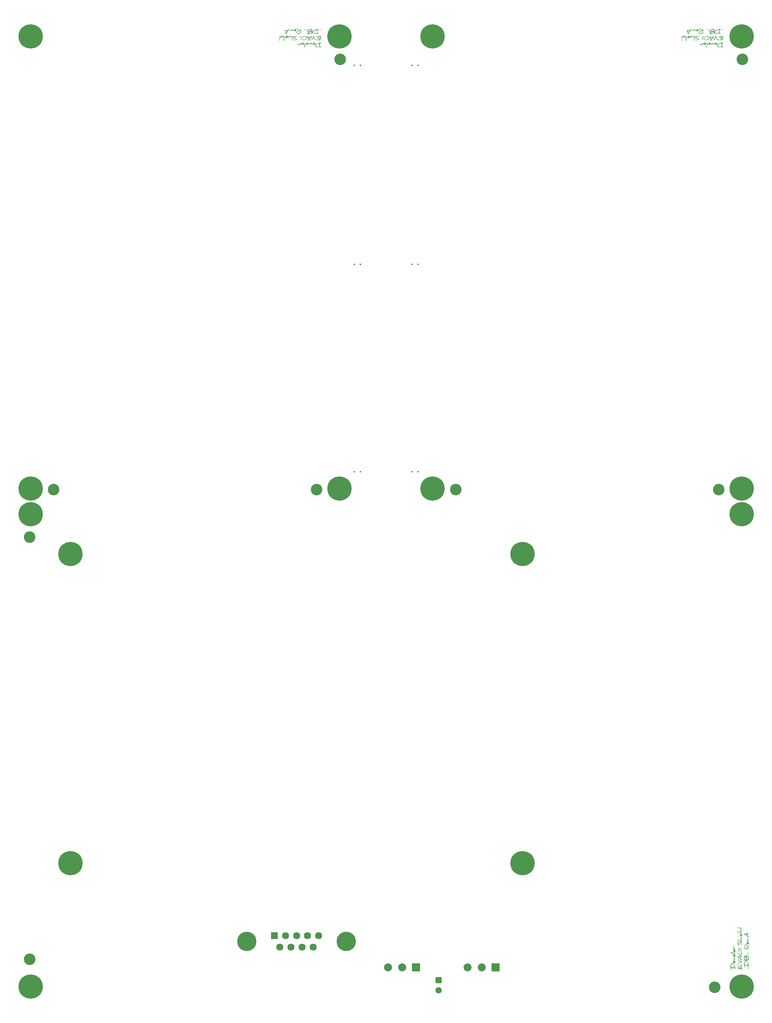
<source format=gts>
G04 Layer_Color=8388736*
%FSLAX44Y44*%
%MOMM*%
G71*
G01*
G75*
%ADD60C,2.9000*%
%ADD61C,0.4000*%
%ADD62R,2.0000X2.0000*%
%ADD63C,2.0000*%
%ADD64C,1.7900*%
%ADD65R,1.7900X1.7900*%
%ADD66C,4.8600*%
%ADD67C,1.6000*%
%ADD68R,1.6000X1.6000*%
%ADD69C,6.1000*%
G36*
X1833240Y93001D02*
X1833254Y92973D01*
X1833268Y92946D01*
X1833296Y92890D01*
X1833323Y92807D01*
X1833365Y92710D01*
Y92696D01*
X1833379Y92668D01*
X1833421Y92571D01*
X1833476Y92460D01*
X1833490Y92419D01*
Y92391D01*
Y92377D01*
Y92336D01*
Y92280D01*
Y92225D01*
X1833504Y92100D01*
X1833518Y92044D01*
X1833531Y92016D01*
Y92030D01*
X1833545Y92058D01*
X1833559Y92128D01*
X1833573Y92225D01*
Y92211D01*
X1833601Y92183D01*
X1833629Y92114D01*
X1833670Y92016D01*
X1833726Y91892D01*
X1833795Y91725D01*
X1833864Y91531D01*
X1833947Y91281D01*
X1833934D01*
X1833892Y91309D01*
X1833823Y91351D01*
X1833753Y91406D01*
X1833670Y91503D01*
X1833573Y91628D01*
X1833490Y91781D01*
X1833421Y91989D01*
X1833143Y92849D01*
X1833157Y92863D01*
X1833185Y92904D01*
X1833226Y92960D01*
X1833240Y93015D01*
Y93001D01*
D02*
G37*
G36*
X1812080Y124288D02*
X1812177Y124274D01*
X1812302D01*
X1812440Y124247D01*
X1812731Y124205D01*
X1813064Y124122D01*
X1813425Y124025D01*
X1813786Y123886D01*
X1813799Y123872D01*
X1813855Y123844D01*
X1813938Y123775D01*
X1814063Y123692D01*
X1814215Y123581D01*
X1814410Y123456D01*
X1814632Y123304D01*
X1814895Y123123D01*
X1814909D01*
X1814964Y123110D01*
X1815047Y123096D01*
X1815159Y123082D01*
X1815172Y123068D01*
X1815214Y123040D01*
X1815283Y122985D01*
X1815380Y122915D01*
X1815491Y122818D01*
X1815630Y122707D01*
X1815796Y122569D01*
X1815977Y122416D01*
X1816004Y122374D01*
X1816018Y122347D01*
X1816046Y122291D01*
X1816088Y122222D01*
X1816143Y122125D01*
X1816226Y122000D01*
X1816310Y121847D01*
X1816407Y121667D01*
X1816531Y121459D01*
X1816684Y121209D01*
X1816864Y120904D01*
X1817058Y120572D01*
X1817280Y120183D01*
Y120169D01*
X1817294Y120155D01*
X1817308Y120114D01*
X1817322Y120058D01*
X1817350Y119989D01*
X1817377Y119906D01*
X1817419Y119795D01*
X1817461Y119684D01*
Y119670D01*
X1817475Y119642D01*
X1817530Y119545D01*
X1817627Y119434D01*
X1817682Y119407D01*
X1817738Y119393D01*
X1817821D01*
X1818515Y116356D01*
Y116328D01*
Y116272D01*
X1818528Y116175D01*
Y116147D01*
X1818542Y116106D01*
X1818556Y116051D01*
Y116009D01*
X1818570Y115995D01*
X1818584Y115953D01*
X1818612Y115926D01*
X1818626Y115898D01*
Y115884D01*
X1818639Y115856D01*
X1818653Y115787D01*
X1818667Y115676D01*
Y115648D01*
X1818653Y115607D01*
X1818639Y115551D01*
X1818626Y115496D01*
X1818612Y115468D01*
X1818598Y115413D01*
X1818584Y115343D01*
Y115288D01*
Y115260D01*
X1818598Y115204D01*
Y115163D01*
X1818612Y115107D01*
Y115080D01*
Y115024D01*
X1818626Y114955D01*
Y114941D01*
Y114927D01*
Y114913D01*
Y114886D01*
X1818612Y114844D01*
X1818598Y114788D01*
X1818584Y114719D01*
X1818556Y114622D01*
X1818528Y114511D01*
X1818487Y114359D01*
X1818431Y114192D01*
X1818376Y113998D01*
X1818293Y113762D01*
X1818210Y113485D01*
X1818099Y113180D01*
X1817988Y112833D01*
X1817849Y112445D01*
X1817821Y112417D01*
X1817766Y112375D01*
X1817669Y112292D01*
X1817599Y112237D01*
X1817516Y112167D01*
X1817419Y112084D01*
X1817308Y111987D01*
X1817183Y111876D01*
X1817031Y111737D01*
X1816864Y111585D01*
X1816670Y111418D01*
X1816656D01*
X1816642Y111391D01*
X1816559Y111335D01*
X1816434Y111238D01*
X1816282Y111127D01*
X1816102Y111002D01*
X1815894Y110891D01*
X1815672Y110780D01*
X1815450Y110711D01*
X1815436D01*
X1815367Y110697D01*
X1815283Y110669D01*
X1815145Y110656D01*
X1814992Y110628D01*
X1814798Y110600D01*
X1814562Y110586D01*
X1814174D01*
X1814077Y110600D01*
X1813938Y110614D01*
X1813799Y110642D01*
X1813619Y110669D01*
X1813439Y110711D01*
X1813231Y110753D01*
X1813009Y110822D01*
X1812773Y110891D01*
X1812537Y110989D01*
X1812288Y111099D01*
X1812024Y111224D01*
X1811761Y111377D01*
X1811497Y111543D01*
X1811470Y111557D01*
X1811442Y111585D01*
X1811400Y111613D01*
X1811331Y111668D01*
X1811261Y111723D01*
X1811164Y111807D01*
X1811053Y111904D01*
X1810929Y112015D01*
X1810776Y112140D01*
X1810610Y112292D01*
X1810429Y112459D01*
X1810221Y112653D01*
X1809986Y112875D01*
X1809722Y113124D01*
X1809445Y113388D01*
X1809417Y113415D01*
X1809403Y113443D01*
X1809362Y113485D01*
X1809320Y113554D01*
X1809278Y113624D01*
X1809223Y113721D01*
X1809153Y113818D01*
X1809098Y113956D01*
X1809029Y114095D01*
X1808959Y114261D01*
X1808876Y114442D01*
X1808807Y114650D01*
X1808737Y114886D01*
X1808668Y115135D01*
X1808599Y115413D01*
Y115426D01*
X1808585Y115468D01*
X1808571Y115551D01*
X1808543Y115648D01*
X1808515Y115759D01*
X1808488Y115898D01*
X1808460Y116051D01*
X1808432Y116217D01*
X1808377Y116591D01*
X1808321Y116994D01*
X1808280Y117396D01*
X1808266Y117798D01*
Y117826D01*
Y117895D01*
X1808280Y118020D01*
Y118186D01*
X1808307Y118380D01*
X1808335Y118630D01*
X1808377Y118907D01*
X1808432Y119226D01*
Y119240D01*
Y119268D01*
X1808418Y119310D01*
Y119365D01*
X1808405Y119518D01*
Y119712D01*
Y119740D01*
X1808432Y119809D01*
X1808460Y119934D01*
X1808502Y120086D01*
X1808543Y120267D01*
X1808599Y120475D01*
X1808654Y120696D01*
X1808710Y120932D01*
X1808835Y121418D01*
X1808904Y121653D01*
X1808959Y121875D01*
X1809029Y122069D01*
X1809084Y122250D01*
X1809126Y122388D01*
X1809167Y122499D01*
Y122513D01*
X1809195Y122555D01*
X1809237Y122624D01*
X1809278Y122707D01*
X1809348Y122818D01*
X1809431Y122943D01*
X1809528Y123068D01*
X1809639Y123193D01*
X1809764Y123331D01*
X1809902Y123470D01*
X1810069Y123595D01*
X1810235Y123720D01*
X1810429Y123831D01*
X1810637Y123928D01*
X1810859Y123997D01*
X1811095Y124052D01*
X1811123Y124066D01*
X1811192Y124094D01*
X1811303Y124136D01*
X1811428Y124177D01*
X1811553Y124219D01*
X1811664Y124261D01*
X1811761Y124288D01*
X1811816Y124302D01*
X1811983D01*
X1812080Y124288D01*
D02*
G37*
G36*
X1816629Y109643D02*
X1816726Y109615D01*
X1816823Y109574D01*
X1816934Y109491D01*
X1817031Y109366D01*
X1817058Y109297D01*
X1817086Y109199D01*
X1817114Y109102D01*
Y108978D01*
Y108409D01*
Y108395D01*
X1817100Y108367D01*
X1817086Y108340D01*
X1817058Y108284D01*
X1817003Y108201D01*
X1816947Y108104D01*
X1816864Y107979D01*
X1816850Y107965D01*
X1816823Y107910D01*
X1816767Y107840D01*
X1816712Y107757D01*
X1816601Y107577D01*
X1816573Y107507D01*
X1816545Y107452D01*
Y107438D01*
X1816531Y107410D01*
X1816504Y107369D01*
X1816490Y107313D01*
X1816462Y107230D01*
X1816420Y107147D01*
X1816337Y106925D01*
X1816254Y106675D01*
X1816171Y106384D01*
X1816088Y106065D01*
X1816018Y105746D01*
Y105718D01*
X1816004Y105663D01*
X1815977Y105552D01*
X1815949Y105413D01*
X1815921Y105247D01*
X1815894Y105053D01*
X1815852Y104831D01*
X1815810Y104595D01*
X1815783Y104346D01*
X1815741Y104082D01*
X1815672Y103541D01*
X1815630Y103028D01*
X1815616Y102778D01*
Y102543D01*
Y102515D01*
X1815630Y102459D01*
X1815658Y102390D01*
X1815727Y102293D01*
X1815616Y102154D01*
Y102127D01*
X1815644Y102057D01*
X1815685Y101946D01*
X1815769Y101794D01*
X1815824Y101711D01*
X1815894Y101627D01*
X1815977Y101544D01*
X1816074Y101447D01*
X1816199Y101350D01*
X1816337Y101253D01*
X1816490Y101170D01*
X1816670Y101073D01*
X1816684Y101059D01*
X1816712Y101031D01*
X1816767Y100989D01*
X1816837Y100934D01*
X1816920Y100851D01*
X1817031Y100767D01*
X1817155Y100656D01*
X1817308Y100546D01*
X1817336D01*
X1817405Y100518D01*
X1817530Y100490D01*
X1817682Y100449D01*
X1817696D01*
X1817710Y100435D01*
X1817752Y100421D01*
X1817807Y100393D01*
X1817877Y100351D01*
X1817946Y100310D01*
X1818154Y100185D01*
X1818168Y100171D01*
X1818196Y100129D01*
X1818251Y100060D01*
X1818334Y99963D01*
X1818445Y99838D01*
X1818556Y99700D01*
X1818709Y99533D01*
X1818875Y99339D01*
X1818861Y99325D01*
X1818848Y99297D01*
X1818820Y99242D01*
X1818778Y99173D01*
X1818667Y99020D01*
X1818556Y98840D01*
X1818542Y98826D01*
X1818515Y98798D01*
X1818473Y98757D01*
X1818418Y98701D01*
X1818334Y98646D01*
X1818251Y98604D01*
X1818154Y98576D01*
X1818043Y98562D01*
X1817890D01*
X1817793Y98576D01*
X1817599Y98604D01*
X1817516Y98618D01*
X1817461Y98646D01*
X1817447Y98659D01*
X1817419Y98687D01*
X1817363Y98743D01*
X1817280Y98812D01*
X1817100Y98979D01*
X1816892Y99159D01*
X1816878Y99173D01*
X1816823Y99214D01*
X1816740Y99284D01*
X1816629Y99367D01*
X1816490Y99450D01*
X1816351Y99547D01*
X1816199Y99644D01*
X1816046Y99727D01*
X1816032Y99741D01*
X1815991D01*
X1815977Y99727D01*
X1815949Y99713D01*
X1815880Y99700D01*
X1815796Y99686D01*
X1815685Y99658D01*
X1815519Y99630D01*
X1815477D01*
X1815408Y99616D01*
X1815367D01*
X1815283Y99630D01*
X1815186Y99686D01*
X1815131Y99713D01*
X1815089Y99769D01*
Y99783D01*
X1815061Y99811D01*
X1815047Y99866D01*
X1815006Y99935D01*
X1814937Y100116D01*
X1814839Y100310D01*
X1814826Y100338D01*
X1814798Y100393D01*
X1814756Y100476D01*
X1814701Y100587D01*
X1814632Y100698D01*
X1814562Y100795D01*
X1814493Y100892D01*
X1814410Y100962D01*
X1814396Y100976D01*
X1814354Y101003D01*
X1814285Y101045D01*
X1814160Y101114D01*
X1814091Y101170D01*
X1813994Y101225D01*
X1813883Y101281D01*
X1813758Y101364D01*
X1813619Y101447D01*
X1813453Y101544D01*
X1813439Y101558D01*
X1813425Y101572D01*
X1813383Y101614D01*
X1813328Y101669D01*
X1813272Y101724D01*
X1813189Y101808D01*
X1813078Y101905D01*
X1812967Y102002D01*
X1812953Y102016D01*
X1812912Y102029D01*
X1812842Y102071D01*
X1812745Y102141D01*
X1812621Y102210D01*
X1812482Y102293D01*
X1812302Y102404D01*
X1812094Y102529D01*
X1811872Y102668D01*
X1811622Y102820D01*
X1811345Y103000D01*
X1811053Y103181D01*
X1810721Y103389D01*
X1810374Y103610D01*
X1809999Y103846D01*
X1809611Y104096D01*
X1809583D01*
X1809514Y104124D01*
X1809389Y104151D01*
X1809237Y104193D01*
X1807656Y105136D01*
X1807572D01*
X1807462Y105150D01*
X1807323Y105178D01*
X1806643Y105677D01*
Y105691D01*
X1806629Y105705D01*
X1806602Y105774D01*
X1806574Y105843D01*
Y105857D01*
X1806560Y105871D01*
Y105885D01*
X1806574Y105954D01*
X1806615Y106079D01*
X1806699Y106218D01*
X1806754Y106287D01*
X1806824Y106370D01*
X1806921Y106454D01*
X1807018Y106537D01*
X1807142Y106620D01*
X1807295Y106703D01*
X1807462Y106772D01*
X1807656Y106842D01*
X1807670D01*
X1807711Y106856D01*
X1807794Y106883D01*
X1807850Y106911D01*
X1807919Y106925D01*
X1808016Y106953D01*
X1808127Y106994D01*
X1808252Y107036D01*
X1808405Y107078D01*
X1808571Y107133D01*
X1808765Y107202D01*
X1808779D01*
X1808793Y107216D01*
X1808835Y107230D01*
X1808890Y107244D01*
X1809043Y107299D01*
X1809237Y107355D01*
X1809472Y107424D01*
X1809736Y107507D01*
X1810027Y107591D01*
X1810318Y107674D01*
X1810332D01*
X1810388Y107688D01*
X1810457Y107702D01*
X1810568Y107716D01*
X1810693Y107729D01*
X1810845Y107757D01*
X1811012Y107785D01*
X1811192Y107813D01*
X1811594Y107896D01*
X1812038Y107979D01*
X1812482Y108062D01*
X1812926Y108159D01*
X1812939D01*
X1812967Y108173D01*
X1813023Y108187D01*
X1813092Y108201D01*
X1813189Y108229D01*
X1813300Y108256D01*
X1813439Y108298D01*
X1813591Y108354D01*
X1813772Y108409D01*
X1813952Y108464D01*
X1814160Y108548D01*
X1814396Y108631D01*
X1814645Y108714D01*
X1814895Y108825D01*
X1815186Y108936D01*
X1815477Y109061D01*
X1815505Y109075D01*
X1815533Y109102D01*
X1815588Y109144D01*
X1815658Y109186D01*
X1815755Y109255D01*
X1815880Y109324D01*
X1816018Y109408D01*
X1816032Y109421D01*
X1816074Y109449D01*
X1816143Y109491D01*
X1816226Y109532D01*
X1816407Y109615D01*
X1816476Y109643D01*
X1816545Y109657D01*
X1816573D01*
X1816629Y109643D01*
D02*
G37*
G36*
X1808723Y88938D02*
X1808737Y88882D01*
X1808765Y88813D01*
X1808807Y88716D01*
X1808876Y88494D01*
X1808890Y88383D01*
X1808904Y88272D01*
Y88286D01*
Y88300D01*
Y88314D01*
X1808918D01*
X1808932Y88300D01*
Y88272D01*
X1808945Y88244D01*
X1808959Y88189D01*
X1808987Y88106D01*
X1809001Y88009D01*
X1809029Y87884D01*
X1809015Y87842D01*
Y87801D01*
Y87731D01*
X1809001Y87634D01*
Y87509D01*
Y87343D01*
X1809015Y87315D01*
X1809029Y87260D01*
X1809043Y87204D01*
X1809070Y87149D01*
X1809084Y87121D01*
X1809098Y87065D01*
X1809112Y86996D01*
X1809126Y86941D01*
Y86913D01*
X1809140Y86830D01*
Y86705D01*
X1809167Y86525D01*
X1809195Y86303D01*
X1809223Y86025D01*
X1809264Y85720D01*
X1809320Y85360D01*
X1809611Y83363D01*
Y83349D01*
X1809597Y83307D01*
X1809583Y83238D01*
Y83224D01*
X1809570Y83182D01*
X1809556Y83127D01*
Y83085D01*
Y83071D01*
X1809570Y83030D01*
X1809583Y82974D01*
X1809597Y82877D01*
X1809625Y82752D01*
X1809653Y82586D01*
X1809694Y82378D01*
X1809722Y82239D01*
X1809736Y82101D01*
X1809764Y81948D01*
X1809791Y81768D01*
X1809833Y81574D01*
X1809861Y81379D01*
X1809902Y81144D01*
X1809944Y80908D01*
X1809986Y80644D01*
X1810041Y80353D01*
X1810083Y80048D01*
X1810138Y79729D01*
X1810208Y79382D01*
X1810263Y79008D01*
X1810277D01*
X1810291Y78980D01*
X1810332Y78952D01*
X1810402Y78911D01*
X1810471Y78869D01*
X1810582Y78814D01*
X1810693Y78758D01*
X1810831Y78703D01*
X1810984Y78633D01*
X1811164Y78564D01*
X1811372Y78495D01*
X1811594Y78439D01*
X1811844Y78370D01*
X1812121Y78315D01*
X1812413Y78259D01*
X1812731Y78218D01*
Y78231D01*
X1812759Y78259D01*
X1812773Y78315D01*
X1812801Y78398D01*
X1812829Y78495D01*
X1812842Y78592D01*
X1812870Y78717D01*
Y78855D01*
Y78869D01*
X1812856Y78897D01*
X1812842Y78952D01*
X1812829Y79008D01*
X1812815Y79063D01*
Y79077D01*
X1812801Y79091D01*
X1812787Y79160D01*
X1812773Y79216D01*
X1812759Y79244D01*
Y79258D01*
Y79271D01*
Y79285D01*
X1812773Y79299D01*
X1812787Y79341D01*
X1812801Y79396D01*
X1812829Y79479D01*
X1812856Y79577D01*
Y79590D01*
Y79632D01*
Y79688D01*
Y79785D01*
Y79896D01*
Y80048D01*
Y80215D01*
X1812842Y80409D01*
Y80644D01*
Y80894D01*
X1812829Y81185D01*
Y81490D01*
X1812815Y81837D01*
Y82212D01*
X1812801Y82628D01*
X1812787Y83057D01*
X1812718Y85249D01*
Y85263D01*
Y85290D01*
Y85304D01*
Y85332D01*
Y85387D01*
X1812731Y85429D01*
X1812773Y85540D01*
X1812815Y85582D01*
X1812856Y85609D01*
X1812870D01*
X1812898Y85623D01*
X1812953Y85637D01*
X1813009Y85651D01*
X1813189Y85679D01*
X1813383Y85720D01*
X1813397Y85706D01*
X1813425Y85637D01*
X1813480Y85540D01*
X1813550Y85387D01*
X1813591Y85276D01*
X1813647Y85166D01*
X1813688Y85041D01*
X1813730Y84902D01*
X1813786Y84749D01*
X1813841Y84569D01*
X1813883Y84375D01*
X1813938Y84167D01*
Y84153D01*
X1813952Y84125D01*
X1813966Y84056D01*
X1813980Y83987D01*
X1813994Y83876D01*
X1814021Y83751D01*
X1814035Y83598D01*
X1814063Y83432D01*
X1814091Y83238D01*
X1814104Y83030D01*
X1814132Y82794D01*
X1814146Y82544D01*
X1814160Y82281D01*
X1814174Y81976D01*
X1814188Y81671D01*
Y81338D01*
Y81324D01*
Y81282D01*
Y81213D01*
Y81116D01*
X1814202Y80991D01*
Y80852D01*
X1814215Y80672D01*
X1814229Y80478D01*
X1814243Y80242D01*
X1814257Y79993D01*
X1814285Y79715D01*
X1814312Y79410D01*
X1814354Y79077D01*
X1814396Y78717D01*
X1814437Y78342D01*
X1814493Y77940D01*
Y77926D01*
X1814507Y77899D01*
X1814521Y77857D01*
X1814548Y77801D01*
X1814590Y77746D01*
X1814645Y77691D01*
X1814729Y77649D01*
X1814826Y77621D01*
X1815186Y77538D01*
X1815200D01*
X1815242Y77510D01*
X1815297Y77496D01*
X1815380Y77455D01*
X1815491Y77427D01*
X1815602Y77385D01*
X1815866Y77288D01*
X1816143Y77191D01*
X1816407Y77122D01*
X1816656Y77066D01*
X1816753Y77039D01*
X1817169D01*
Y77052D01*
X1817183Y77108D01*
X1817197Y77177D01*
X1817225Y77261D01*
X1816476Y82711D01*
Y82725D01*
Y82752D01*
Y82808D01*
Y82891D01*
X1816462Y83016D01*
Y83196D01*
X1816448Y83404D01*
X1816434Y83543D01*
Y83682D01*
X1816420Y83793D01*
X1816365Y84611D01*
Y84625D01*
X1816379Y84666D01*
X1816407Y84736D01*
X1816462Y84833D01*
Y84847D01*
Y84874D01*
Y84930D01*
Y85013D01*
X1816476Y85152D01*
Y85235D01*
Y85332D01*
Y85457D01*
Y85582D01*
Y85720D01*
Y85887D01*
Y85901D01*
Y85914D01*
X1816462Y85942D01*
Y85998D01*
X1816448Y86067D01*
X1816434Y86164D01*
X1816420Y86289D01*
Y86303D01*
X1816407Y86344D01*
Y86414D01*
X1816393Y86483D01*
X1816379Y86552D01*
Y86608D01*
X1816365Y86663D01*
Y86677D01*
Y86691D01*
Y86747D01*
X1816379Y86830D01*
X1816393Y86955D01*
X1816407Y87093D01*
X1816448Y87246D01*
X1816490Y87426D01*
X1816559Y87606D01*
X1816573D01*
X1816629Y87620D01*
X1816698Y87648D01*
X1816781Y87676D01*
X1816864Y87704D01*
X1816934Y87717D01*
X1816989Y87745D01*
X1817017Y87759D01*
Y87773D01*
X1817031D01*
X1817072Y87759D01*
X1817142Y87731D01*
X1817211Y87704D01*
X1817280Y87648D01*
X1817377Y87579D01*
X1817461Y87482D01*
X1817475Y87468D01*
X1817488Y87426D01*
X1817530Y87371D01*
X1817572Y87301D01*
X1817641Y87135D01*
X1817669Y87038D01*
X1817682Y86941D01*
Y86913D01*
X1817669Y86871D01*
X1817655Y86774D01*
Y86747D01*
X1817641Y86691D01*
X1817627Y86622D01*
Y86566D01*
Y86552D01*
X1817641Y86525D01*
X1817655Y86483D01*
X1817669Y86414D01*
X1817696Y86344D01*
X1817738Y86233D01*
Y86220D01*
X1817752Y86178D01*
X1817766Y86136D01*
X1817780Y86067D01*
X1817821Y85956D01*
X1817835Y85914D01*
Y85887D01*
X1818099Y82905D01*
Y82891D01*
Y82863D01*
X1818112Y82794D01*
Y82711D01*
X1818126Y82600D01*
X1818140Y82461D01*
X1818168Y82295D01*
X1818196Y82101D01*
X1818223Y81879D01*
X1818251Y81615D01*
X1818293Y81324D01*
X1818334Y81005D01*
X1818390Y80658D01*
X1818445Y80270D01*
X1818515Y79840D01*
X1818584Y79382D01*
X1818931Y77136D01*
Y77122D01*
Y77094D01*
X1818917Y77039D01*
X1818903Y76955D01*
X1818875Y76831D01*
X1818861Y76747D01*
X1818848Y76650D01*
X1818820Y76539D01*
X1818792Y76415D01*
X1818764Y76262D01*
X1818723Y76109D01*
Y76096D01*
X1818709Y76068D01*
Y76026D01*
X1818695Y75971D01*
X1818667Y75832D01*
X1818626Y75666D01*
X1818584Y75485D01*
X1818556Y75319D01*
X1818542Y75180D01*
X1818528Y75125D01*
Y75083D01*
Y75069D01*
X1818515D01*
X1818487Y75055D01*
X1818404Y75028D01*
X1818307Y75000D01*
X1818265Y74986D01*
X1818237D01*
X1818196Y75000D01*
X1818126Y75028D01*
X1818002Y75055D01*
X1817932Y75083D01*
X1817835Y75111D01*
X1817724Y75153D01*
X1817599Y75194D01*
X1817461Y75236D01*
X1817294Y75291D01*
X1817280D01*
X1817253Y75305D01*
X1817197Y75319D01*
X1817128Y75347D01*
X1817045Y75374D01*
X1816947Y75402D01*
X1816740Y75485D01*
X1816504Y75555D01*
X1816268Y75638D01*
X1816060Y75693D01*
X1815963Y75721D01*
X1815880Y75749D01*
X1814562Y76123D01*
Y76109D01*
X1814548Y76096D01*
X1814534Y76082D01*
X1814507Y76054D01*
X1814451Y76012D01*
X1814368Y75957D01*
X1814257Y75888D01*
X1814104Y75791D01*
X1814035D01*
X1813980Y75777D01*
X1813910Y75763D01*
X1813813Y75735D01*
X1813716Y75693D01*
X1813591Y75652D01*
X1813578Y75666D01*
X1813550Y75721D01*
X1813494Y75791D01*
X1813425Y75901D01*
X1813328Y76026D01*
X1813203Y76179D01*
X1813064Y76359D01*
X1812898Y76553D01*
X1812884D01*
X1812856Y76581D01*
X1812815Y76595D01*
X1812773Y76609D01*
X1812718Y76623D01*
X1812634Y76650D01*
X1812537Y76692D01*
X1812426Y76720D01*
X1812302Y76761D01*
X1812135Y76817D01*
X1811955Y76858D01*
X1811747Y76928D01*
X1811497Y76997D01*
X1811234Y77066D01*
X1811192D01*
X1811151Y77052D01*
X1810901D01*
X1810776Y77150D01*
X1810762Y77164D01*
X1810721Y77191D01*
X1810679Y77219D01*
X1810623Y77233D01*
X1810596D01*
X1810540Y77191D01*
X1810485Y77164D01*
X1810443Y77108D01*
X1810388Y77039D01*
X1810332Y76942D01*
Y76928D01*
X1810305Y76900D01*
X1810291Y76845D01*
X1810263Y76789D01*
X1810221Y76637D01*
X1810194Y76484D01*
Y76470D01*
Y76442D01*
X1810166D01*
X1810110Y76415D01*
X1810013Y76401D01*
X1809916Y76373D01*
X1809667Y76331D01*
X1809570Y76304D01*
X1809459D01*
X1809417Y76318D01*
X1809348Y76331D01*
X1809278Y76359D01*
X1809195Y76401D01*
X1809098Y76484D01*
X1809029Y76581D01*
X1808959Y76720D01*
Y76734D01*
X1808945Y76761D01*
X1808932Y76803D01*
X1808904Y76872D01*
X1808890Y76955D01*
X1808862Y77066D01*
X1808835Y77177D01*
X1808793Y77316D01*
X1808765Y77455D01*
X1808737Y77621D01*
X1808696Y77982D01*
X1808654Y78398D01*
X1808640Y78855D01*
Y78883D01*
X1808654Y78911D01*
X1808682Y78952D01*
Y78966D01*
X1808696Y78980D01*
X1808710Y78994D01*
Y79008D01*
Y79022D01*
X1808696Y79036D01*
X1808682Y79077D01*
X1808668Y79133D01*
X1808640Y79202D01*
X1808599Y79313D01*
X1808543Y79452D01*
Y79466D01*
Y79535D01*
X1808529Y79632D01*
Y79771D01*
X1808515Y79937D01*
Y80145D01*
X1808502Y80395D01*
X1808488Y80672D01*
X1808474Y80977D01*
X1808460Y81324D01*
X1808432Y81698D01*
X1808418Y82101D01*
X1808391Y82530D01*
X1808363Y82988D01*
X1808335Y83488D01*
X1808307Y84001D01*
X1808127Y86844D01*
Y86858D01*
Y86885D01*
X1808141Y86955D01*
X1808169Y87065D01*
X1808224Y87218D01*
X1808252Y87315D01*
X1808294Y87426D01*
X1808335Y87551D01*
X1808391Y87690D01*
X1808446Y87842D01*
X1808515Y88022D01*
Y88036D01*
X1808529Y88064D01*
Y88119D01*
Y88175D01*
X1808543Y88272D01*
Y88383D01*
Y88536D01*
Y88549D01*
Y88577D01*
X1808557Y88633D01*
X1808571Y88688D01*
X1808613Y88827D01*
X1808710Y88952D01*
X1808723Y88938D01*
D02*
G37*
G36*
X1808335Y100601D02*
X1808405Y100560D01*
X1808529Y100504D01*
X1808599Y100449D01*
X1808696Y100393D01*
X1808793Y100310D01*
X1808918Y100227D01*
X1809056Y100116D01*
X1809223Y99991D01*
X1809403Y99852D01*
X1809597Y99686D01*
X1809611Y99658D01*
X1809625Y99602D01*
X1809667Y99533D01*
X1809708Y99492D01*
X1809722D01*
X1809764Y99478D01*
X1809833Y99436D01*
X1809902Y99395D01*
X1809999Y99311D01*
X1810096Y99214D01*
X1810194Y99075D01*
X1810277Y98909D01*
X1810291Y98923D01*
X1810360D01*
X1810443Y98895D01*
X1810499Y98868D01*
X1810554Y98826D01*
X1810623Y98770D01*
X1810693Y98701D01*
X1810721Y98673D01*
X1810748Y98646D01*
X1810776Y98604D01*
X1810831Y98548D01*
X1810901Y98479D01*
X1810984Y98396D01*
X1811081Y98285D01*
X1811095Y98271D01*
X1811137Y98243D01*
X1811192Y98188D01*
X1811275Y98119D01*
X1811386Y98021D01*
X1811497Y97911D01*
X1811622Y97772D01*
X1811761Y97619D01*
X1811775D01*
X1811802Y97605D01*
X1811858Y97592D01*
X1811927Y97564D01*
X1812024Y97522D01*
X1812163Y97453D01*
X1812316Y97370D01*
X1812496Y97259D01*
X1812510Y97231D01*
X1812579Y97162D01*
X1812676Y97037D01*
X1812759Y96967D01*
X1812842Y96898D01*
X1812856D01*
X1812884Y96884D01*
X1812926D01*
X1812981Y96857D01*
X1813051Y96843D01*
X1813148Y96801D01*
X1813245Y96760D01*
X1813369Y96718D01*
X1813397Y96690D01*
X1813425Y96662D01*
X1813466Y96621D01*
X1813536Y96579D01*
X1813605Y96524D01*
X1813702Y96454D01*
X1813813Y96385D01*
X1813827D01*
X1813869Y96371D01*
X1813952Y96357D01*
X1814049Y96343D01*
X1814188Y96302D01*
X1814354Y96260D01*
X1814548Y96191D01*
X1814784Y96122D01*
X1814798Y96094D01*
X1814853Y96038D01*
X1814937Y95955D01*
X1815061Y95844D01*
X1815089D01*
X1815117Y95830D01*
X1815172Y95816D01*
X1815242Y95789D01*
X1815325Y95775D01*
X1815436Y95733D01*
X1815574Y95692D01*
X1815727Y95650D01*
X1815907Y95595D01*
X1816129Y95525D01*
X1816365Y95456D01*
X1816642Y95373D01*
X1816947Y95276D01*
X1817294Y95165D01*
X1817669Y95040D01*
X1817932D01*
X1818043Y95026D01*
X1818182D01*
X1818348Y95012D01*
X1818362Y94984D01*
X1818390Y94929D01*
X1818431Y94860D01*
X1818487Y94749D01*
X1818570Y94610D01*
X1818681Y94430D01*
X1818820Y94208D01*
Y94194D01*
X1818806Y94152D01*
X1818792Y94111D01*
X1818778Y94055D01*
X1818764Y94000D01*
X1818750Y93917D01*
X1818723Y93903D01*
X1818653Y93861D01*
X1818542Y93778D01*
X1818376Y93681D01*
X1818154Y93542D01*
X1817904Y93390D01*
X1817599Y93195D01*
X1817253Y92987D01*
X1817239D01*
X1817211Y92973D01*
X1817155Y92946D01*
X1817072Y92904D01*
X1816989Y92863D01*
X1816864Y92807D01*
X1816726Y92752D01*
X1816573Y92682D01*
X1816407Y92599D01*
X1816212Y92516D01*
X1816004Y92419D01*
X1815783Y92322D01*
X1815547Y92211D01*
X1815283Y92086D01*
X1815020Y91961D01*
X1814729Y91836D01*
X1814715Y91822D01*
X1814659Y91809D01*
X1814562Y91767D01*
X1814493Y91739D01*
X1814410Y91711D01*
X1814312Y91670D01*
X1814202Y91628D01*
X1814077Y91573D01*
X1813938Y91517D01*
X1813772Y91462D01*
X1813591Y91392D01*
X1813397Y91323D01*
X1813175Y91240D01*
X1813161D01*
X1813134Y91212D01*
X1813092Y91184D01*
X1813037Y91157D01*
X1812953Y91101D01*
X1812856Y91046D01*
X1812745Y90976D01*
X1812607Y90893D01*
X1812579Y90879D01*
X1812551Y90852D01*
X1812496Y90824D01*
X1812413Y90768D01*
X1812316Y90713D01*
X1812177Y90644D01*
X1812010Y90547D01*
X1811969D01*
X1811927Y90533D01*
X1811858D01*
X1811775Y90519D01*
X1811678Y90505D01*
X1811567Y90477D01*
X1811428Y90449D01*
X1811414Y90435D01*
X1811372Y90394D01*
X1811303Y90352D01*
X1811206Y90297D01*
X1811095Y90227D01*
X1810956Y90186D01*
X1810804Y90144D01*
X1810637Y90130D01*
X1808945Y89534D01*
X1808918D01*
X1808848Y89548D01*
X1808765Y89576D01*
X1808737Y89603D01*
X1808723Y89631D01*
Y89645D01*
X1808710Y89673D01*
X1808696Y89728D01*
X1808682Y89784D01*
X1808654Y89909D01*
X1808640Y89964D01*
Y90006D01*
Y90033D01*
Y90103D01*
Y90200D01*
X1808654Y90311D01*
X1808668Y90422D01*
X1808682Y90533D01*
X1808710Y90630D01*
X1808751Y90685D01*
X1808765Y90699D01*
X1808793Y90713D01*
X1808848Y90754D01*
X1808945Y90796D01*
X1809084Y90852D01*
X1809181Y90879D01*
X1809292Y90921D01*
X1809417Y90962D01*
X1809556Y90990D01*
X1809708Y91032D01*
X1809888Y91074D01*
X1809916Y91101D01*
X1809944Y91115D01*
X1809999Y91157D01*
X1810013D01*
X1810041Y91171D01*
X1810083Y91184D01*
X1810138Y91198D01*
X1810208Y91212D01*
X1810291Y91240D01*
X1810499Y91309D01*
X1810735Y91406D01*
X1811012Y91503D01*
X1811289Y91628D01*
X1811567Y91781D01*
X1813619Y92613D01*
X1813633Y92627D01*
X1813675Y92641D01*
X1813730Y92682D01*
X1813827Y92738D01*
X1813952Y92807D01*
X1814091Y92890D01*
X1814271Y93001D01*
X1814465Y93112D01*
X1814493Y93126D01*
X1814562Y93140D01*
X1814618Y93168D01*
X1814701Y93181D01*
X1814784Y93223D01*
X1814881Y93251D01*
X1814992Y93306D01*
X1815131Y93348D01*
X1815269Y93417D01*
X1815436Y93487D01*
X1815602Y93556D01*
X1815796Y93639D01*
X1816004Y93736D01*
X1816226Y93847D01*
Y93875D01*
X1816212Y93917D01*
X1816185Y93986D01*
X1816115Y94055D01*
X1816074D01*
X1816032Y94069D01*
X1815949Y94083D01*
X1815852Y94111D01*
X1815727Y94152D01*
X1815574Y94194D01*
X1815380Y94263D01*
X1815367Y94277D01*
X1815297Y94305D01*
X1815186Y94360D01*
X1815117Y94402D01*
X1815020Y94457D01*
X1814923Y94513D01*
X1814798Y94568D01*
X1814659Y94638D01*
X1814521Y94721D01*
X1814340Y94818D01*
X1814160Y94915D01*
X1813952Y95026D01*
X1813730Y95151D01*
X1813494Y95276D01*
X1813480Y95289D01*
X1813453Y95303D01*
X1813383Y95331D01*
X1813314Y95373D01*
X1813203Y95442D01*
X1813092Y95498D01*
X1812953Y95581D01*
X1812801Y95678D01*
X1812621Y95775D01*
X1812440Y95886D01*
X1812246Y96011D01*
X1812024Y96135D01*
X1811567Y96427D01*
X1811053Y96746D01*
X1811040Y96760D01*
X1811012Y96773D01*
X1810956Y96815D01*
X1810887Y96857D01*
X1810804Y96926D01*
X1810693Y97009D01*
X1810554Y97106D01*
X1810415Y97231D01*
X1810249Y97370D01*
X1810055Y97522D01*
X1809861Y97689D01*
X1809639Y97883D01*
X1809403Y98105D01*
X1809153Y98341D01*
X1808890Y98590D01*
X1808613Y98868D01*
X1808599Y98881D01*
X1808571Y98909D01*
X1808529Y98951D01*
X1808488Y98992D01*
X1808349Y99131D01*
X1808197Y99311D01*
X1808044Y99492D01*
X1807905Y99672D01*
X1807864Y99755D01*
X1807822Y99838D01*
X1807794Y99908D01*
X1807780Y99963D01*
Y99991D01*
X1807808Y100060D01*
X1807864Y100185D01*
X1807905Y100268D01*
X1807975Y100351D01*
X1807988Y100365D01*
X1808002Y100393D01*
X1808086Y100490D01*
X1808197Y100573D01*
X1808252Y100601D01*
X1808294Y100615D01*
X1808307D01*
X1808335Y100601D01*
D02*
G37*
G36*
X1818709Y154327D02*
X1818750Y154313D01*
X1818834Y154286D01*
X1818917Y154244D01*
X1819028Y154189D01*
X1819166Y154105D01*
Y154078D01*
X1819180Y154050D01*
X1819194Y154008D01*
X1819208Y153953D01*
X1819222Y153883D01*
X1819250Y153786D01*
X1819277Y153675D01*
X1819291Y153703D01*
X1819305Y153772D01*
X1819347Y153870D01*
X1819402Y154008D01*
X1819527Y153856D01*
Y153842D01*
X1819513Y153828D01*
X1819499Y153731D01*
X1819444Y153606D01*
X1819361Y153454D01*
X1819236Y153287D01*
X1819069Y153107D01*
X1818958Y153038D01*
X1818834Y152954D01*
X1818709Y152885D01*
X1818556Y152830D01*
X1818459D01*
X1818334Y152843D01*
X1817932D01*
X1817655Y152857D01*
X1816961D01*
X1816947Y152843D01*
X1816920Y152816D01*
X1816850Y152746D01*
X1816753Y152635D01*
Y152621D01*
Y152594D01*
X1816767Y152538D01*
X1816781Y152469D01*
X1816795Y152372D01*
X1816809Y152261D01*
X1816823Y152150D01*
X1816850Y152011D01*
X1816906Y151706D01*
X1816961Y151373D01*
X1817031Y151027D01*
X1817114Y150666D01*
Y150638D01*
X1817128Y150611D01*
X1817142Y150555D01*
X1817169Y150486D01*
X1817197Y150402D01*
X1817239Y150292D01*
X1817294Y150153D01*
X1817350Y149986D01*
X1817433Y149792D01*
X1817516Y149557D01*
X1817613Y149307D01*
X1817738Y149016D01*
X1817877Y148683D01*
X1818029Y148308D01*
X1818196Y147892D01*
Y147878D01*
X1818223Y147823D01*
X1818251Y147754D01*
X1818293Y147656D01*
X1818334Y147546D01*
X1818390Y147421D01*
X1818501Y147130D01*
X1818612Y146811D01*
X1818709Y146519D01*
X1818750Y146395D01*
X1818778Y146270D01*
X1818792Y146173D01*
X1818806Y146103D01*
Y146089D01*
Y146048D01*
X1818778Y145992D01*
X1818750Y145923D01*
X1818709Y145854D01*
X1818639Y145770D01*
X1818542Y145687D01*
X1818404Y145604D01*
X1818390D01*
X1818348Y145576D01*
X1818293Y145562D01*
X1818210Y145535D01*
X1818043Y145493D01*
X1817863Y145465D01*
X1817780D01*
X1817710Y145479D01*
X1817627Y145493D01*
X1817516Y145507D01*
X1817377Y145521D01*
X1817225Y145549D01*
X1817031Y145590D01*
X1816823Y145632D01*
X1816573Y145687D01*
X1816296Y145757D01*
X1815991Y145826D01*
X1815658Y145923D01*
X1815283Y146020D01*
X1814881Y146145D01*
X1814867D01*
X1814853Y146159D01*
X1814826Y146173D01*
X1814770Y146200D01*
X1814715Y146228D01*
X1814632Y146270D01*
X1814534Y146311D01*
X1814423Y146367D01*
X1814396D01*
X1814312Y146381D01*
X1814188Y146408D01*
X1814035Y146436D01*
X1813855Y146478D01*
X1813675Y146519D01*
X1813272Y146616D01*
X1813259D01*
X1813203Y146630D01*
X1813106Y146658D01*
X1812967Y146700D01*
X1812787Y146741D01*
X1812551Y146811D01*
X1812274Y146880D01*
X1811955Y146977D01*
X1811580Y147088D01*
X1811358Y147143D01*
X1811137Y147213D01*
X1810901Y147282D01*
X1810651Y147351D01*
X1810388Y147421D01*
X1810110Y147504D01*
X1809805Y147587D01*
X1809500Y147684D01*
X1809167Y147781D01*
X1808835Y147878D01*
X1808474Y147989D01*
X1808100Y148100D01*
X1807697Y148211D01*
X1807295Y148336D01*
X1807198D01*
X1807115Y148350D01*
X1806990Y148364D01*
X1806824Y148405D01*
X1806810Y148419D01*
X1806782Y148433D01*
X1806727Y148475D01*
X1806671Y148544D01*
X1806615Y148627D01*
X1806560Y148738D01*
X1806532Y148877D01*
X1806519Y149043D01*
Y149057D01*
Y149071D01*
X1806532Y149154D01*
X1806574Y149237D01*
X1806602Y149279D01*
X1806643Y149307D01*
X1806671Y149321D01*
X1806727Y149335D01*
X1806824Y149376D01*
X1806935Y149418D01*
X1807059Y149446D01*
X1807170Y149487D01*
X1807267Y149501D01*
X1807323Y149515D01*
X1807351D01*
X1807378Y149501D01*
X1807420D01*
X1807475Y149487D01*
X1807559Y149459D01*
X1807656Y149432D01*
X1807780Y149404D01*
X1807947Y149362D01*
X1808127Y149307D01*
X1808363Y149251D01*
X1808627Y149168D01*
X1808918Y149085D01*
X1809278Y148988D01*
X1809667Y148877D01*
X1809694D01*
X1809764Y148849D01*
X1809861Y148821D01*
X1809999Y148780D01*
X1810166Y148738D01*
X1810360Y148683D01*
X1810568Y148627D01*
X1810776Y148558D01*
X1811220Y148433D01*
X1811428Y148364D01*
X1811636Y148308D01*
X1811816Y148253D01*
X1811969Y148211D01*
X1812107Y148156D01*
X1812204Y148128D01*
X1812218D01*
X1812246Y148114D01*
X1812302Y148100D01*
X1812371Y148073D01*
X1812468Y148045D01*
X1812593Y148003D01*
X1812731Y147962D01*
X1812898Y147920D01*
X1813078Y147865D01*
X1813272Y147795D01*
X1813494Y147740D01*
X1813744Y147670D01*
X1814007Y147601D01*
X1814299Y147532D01*
X1814604Y147449D01*
X1814923Y147365D01*
X1814937D01*
X1814992Y147351D01*
X1815061Y147338D01*
X1815172Y147310D01*
X1815283Y147282D01*
X1815422Y147240D01*
X1815713Y147185D01*
X1816018Y147116D01*
X1816171Y147074D01*
X1816310Y147046D01*
X1816420Y147032D01*
X1816531Y147005D01*
X1816601Y146991D01*
X1816823D01*
X1816837Y147005D01*
X1816864Y147060D01*
X1816892Y147143D01*
X1816906Y147268D01*
Y147282D01*
X1816892Y147310D01*
Y147351D01*
X1816864Y147407D01*
X1816837Y147476D01*
X1816809Y147573D01*
X1816753Y147698D01*
X1816545Y148211D01*
Y148225D01*
X1816531Y148239D01*
X1816518Y148281D01*
X1816504Y148336D01*
X1816490Y148405D01*
X1816462Y148489D01*
X1816434Y148600D01*
X1816393Y148724D01*
X1816351Y148863D01*
X1816310Y149030D01*
X1816254Y149210D01*
X1816199Y149418D01*
X1816143Y149654D01*
X1816074Y149903D01*
X1816004Y150181D01*
X1815935Y150472D01*
Y150500D01*
X1815907Y150555D01*
X1815894Y150652D01*
X1815852Y150777D01*
X1815824Y150916D01*
X1815783Y151082D01*
X1815685Y151443D01*
X1815588Y151817D01*
X1815547Y151997D01*
X1815519Y152164D01*
X1815477Y152316D01*
X1815464Y152441D01*
X1815436Y152538D01*
Y152608D01*
Y152774D01*
Y152788D01*
Y152830D01*
X1815450Y152899D01*
X1815464Y152996D01*
X1815477Y153093D01*
X1815519Y153218D01*
X1815574Y153343D01*
X1815630Y153481D01*
X1815713Y153606D01*
X1815824Y153731D01*
X1815949Y153856D01*
X1816102Y153953D01*
X1816296Y154050D01*
X1816504Y154119D01*
X1816753Y154161D01*
X1817031Y154175D01*
X1817128D01*
X1817211Y154161D01*
X1817322D01*
X1817461Y154147D01*
X1817627Y154133D01*
X1817821Y154105D01*
X1817890D01*
X1817932Y154119D01*
X1817988Y154133D01*
X1818071Y154147D01*
X1818168Y154175D01*
X1818279Y154216D01*
X1818639Y154341D01*
X1818667D01*
X1818709Y154327D01*
D02*
G37*
G36*
X1818182Y157462D02*
X1818251D01*
X1818348Y157434D01*
X1818487Y157406D01*
X1818653Y157378D01*
X1818875Y157323D01*
X1818917Y157142D01*
Y157129D01*
Y157115D01*
Y157101D01*
Y157087D01*
X1818903Y157045D01*
X1818889Y156976D01*
X1818875Y156893D01*
X1818848Y156782D01*
X1818806Y156657D01*
X1818750Y156491D01*
X1818737Y156505D01*
X1818667D01*
X1818584Y156491D01*
X1818473Y156435D01*
X1818390Y156394D01*
X1818307Y156338D01*
X1818293Y156324D01*
X1818251Y156297D01*
X1818182Y156269D01*
X1818112Y156213D01*
X1817960Y156130D01*
X1817890Y156088D01*
X1817835Y156075D01*
X1817821D01*
X1817793Y156061D01*
X1817641D01*
X1817544Y156075D01*
X1817433D01*
X1817280Y156088D01*
X1817086Y156102D01*
X1816864Y156130D01*
X1816809D01*
X1816740Y156144D01*
X1816642Y156158D01*
X1816518D01*
X1816379Y156172D01*
X1816226Y156200D01*
X1816060Y156213D01*
X1815685Y156255D01*
X1815283Y156310D01*
X1814867Y156380D01*
X1814451Y156449D01*
X1814437Y156463D01*
X1814410Y156491D01*
X1814368Y156532D01*
X1814326Y156588D01*
X1814243Y156727D01*
X1814215Y156824D01*
X1814202Y156921D01*
Y156934D01*
Y156976D01*
X1814229Y157032D01*
X1814257Y157101D01*
X1814312Y157170D01*
X1814396Y157254D01*
X1814521Y157323D01*
X1814673Y157392D01*
X1814798D01*
X1814881Y157406D01*
X1815131D01*
X1815311Y157420D01*
X1815824D01*
X1815977Y157434D01*
X1816337D01*
X1816545Y157448D01*
X1816989D01*
X1817239Y157462D01*
X1817502D01*
X1817793Y157475D01*
X1818140D01*
X1818182Y157462D01*
D02*
G37*
G36*
X1808751Y145382D02*
X1808848Y145354D01*
X1808945Y145299D01*
X1809043Y145216D01*
X1809140Y145077D01*
X1809167Y144994D01*
X1809195Y144883D01*
X1809223Y144772D01*
Y144633D01*
Y144619D01*
Y144592D01*
X1809209Y144550D01*
Y144467D01*
X1809195Y144370D01*
X1809181Y144231D01*
X1809167Y144051D01*
X1809112Y143496D01*
Y143468D01*
Y143441D01*
Y143385D01*
X1809126Y143302D01*
X1809140Y143191D01*
X1809153Y143038D01*
X1809167Y142858D01*
X1809264Y142123D01*
Y142109D01*
Y142081D01*
Y142040D01*
Y141971D01*
Y141957D01*
Y141901D01*
Y141804D01*
Y141693D01*
Y141679D01*
Y141624D01*
X1809250Y141554D01*
Y141485D01*
X1809237Y141319D01*
Y141249D01*
Y141194D01*
Y141180D01*
Y141138D01*
X1809250Y141055D01*
X1809264Y141000D01*
Y140917D01*
X1809278Y140819D01*
X1809292Y140709D01*
X1809306Y140584D01*
X1809320Y140431D01*
X1809334Y140265D01*
X1809362Y140070D01*
X1809375Y139849D01*
X1809403Y139599D01*
Y139571D01*
X1809417Y139516D01*
X1809445Y139405D01*
X1809472Y139252D01*
X1809514Y139044D01*
X1809556Y138822D01*
X1809597Y138545D01*
X1809639Y138226D01*
Y138212D01*
X1809653Y138157D01*
Y138087D01*
X1809680Y137990D01*
X1809708Y137879D01*
X1809750Y137768D01*
X1809819Y137630D01*
X1809888Y137505D01*
X1809916Y137519D01*
X1809986Y137560D01*
X1810110Y137616D01*
X1810263Y137713D01*
X1810277Y137727D01*
X1810318Y137782D01*
X1810388Y137879D01*
X1810485Y138004D01*
X1810623Y138171D01*
X1810776Y138365D01*
X1810956Y138614D01*
X1811164Y138892D01*
X1811178Y138906D01*
X1811192Y138961D01*
X1811234Y139030D01*
X1811303Y139155D01*
X1811372Y139308D01*
X1811456Y139502D01*
X1811567Y139738D01*
X1811691Y140015D01*
Y140029D01*
X1811719Y140043D01*
X1811747Y140070D01*
X1811775Y140126D01*
X1811830Y140182D01*
X1811872Y140265D01*
X1811941Y140362D01*
X1812010Y140473D01*
X1812066Y140625D01*
Y140639D01*
X1812080Y140681D01*
X1812107Y140736D01*
X1812149Y140833D01*
X1812191Y140944D01*
X1812260Y141083D01*
X1812316Y141249D01*
X1812399Y141430D01*
X1812496Y141638D01*
X1812593Y141860D01*
X1812704Y142109D01*
X1812815Y142373D01*
X1812953Y142664D01*
X1813092Y142969D01*
X1813245Y143288D01*
X1813411Y143635D01*
Y143649D01*
X1813425Y143663D01*
X1813466Y143746D01*
X1813550Y143870D01*
X1813647Y144037D01*
X1813786Y144217D01*
X1813952Y144397D01*
X1814132Y144592D01*
X1814354Y144758D01*
X1814382Y144772D01*
X1814465Y144827D01*
X1814576Y144897D01*
X1814742Y144980D01*
X1814923Y145049D01*
X1815131Y145119D01*
X1815367Y145174D01*
X1815602Y145188D01*
X1815672D01*
X1815741Y145160D01*
X1815824Y145133D01*
X1815935Y145091D01*
X1816046Y145008D01*
X1816171Y144911D01*
X1816296Y144772D01*
X1816310Y144744D01*
X1816365Y144675D01*
X1816448Y144578D01*
X1816545Y144453D01*
X1816656Y144328D01*
X1816753Y144203D01*
X1816850Y144106D01*
X1816920Y144037D01*
Y144023D01*
Y143995D01*
Y143940D01*
Y143870D01*
X1816934Y143704D01*
X1816947Y143524D01*
X1816961Y143510D01*
X1817003Y143454D01*
X1817058Y143371D01*
X1817114Y143274D01*
X1817169Y143177D01*
X1817225Y143094D01*
X1817267Y143025D01*
X1817280Y142983D01*
X1817267Y142955D01*
X1817253Y142927D01*
Y142914D01*
X1817239Y142900D01*
X1817225Y142830D01*
Y142816D01*
Y142775D01*
X1817253Y142692D01*
X1817280Y142567D01*
X1817322Y142400D01*
X1817363Y142289D01*
X1817405Y142165D01*
X1817447Y142040D01*
X1817502Y141887D01*
X1817572Y141707D01*
X1817641Y141527D01*
Y141513D01*
X1817655Y141485D01*
X1817669Y141444D01*
X1817696Y141388D01*
X1817724Y141305D01*
X1817766Y141208D01*
X1817793Y141111D01*
X1817835Y140986D01*
X1817932Y140709D01*
X1818029Y140376D01*
X1818126Y140001D01*
X1818223Y139599D01*
X1818320Y139488D01*
X1818334Y139474D01*
X1818376Y139419D01*
X1818418Y139349D01*
X1818431Y139266D01*
Y139238D01*
X1818418Y139197D01*
X1818404Y139114D01*
X1818390Y139100D01*
X1818376Y139058D01*
X1818362Y139003D01*
Y138961D01*
Y138947D01*
X1818376Y138906D01*
X1818390Y138850D01*
X1818418Y138739D01*
X1818431Y138670D01*
X1818445Y138587D01*
X1818473Y138490D01*
X1818501Y138379D01*
X1818528Y138240D01*
X1818570Y138087D01*
Y138074D01*
X1818584Y138046D01*
Y138004D01*
X1818598Y137949D01*
X1818626Y137824D01*
X1818667Y137657D01*
X1818709Y137505D01*
X1818737Y137366D01*
X1818750Y137311D01*
Y137255D01*
X1818764Y137227D01*
Y137214D01*
Y137186D01*
Y137117D01*
Y137006D01*
X1818778Y136867D01*
X1818792Y136700D01*
X1818806Y136506D01*
X1818834Y136298D01*
X1818875Y136076D01*
Y136063D01*
X1818861Y136049D01*
X1818806Y135965D01*
X1818723Y135841D01*
X1818653Y135771D01*
X1818570Y135702D01*
X1818556D01*
X1818528Y135674D01*
X1818445Y135619D01*
X1818348Y135563D01*
X1818293Y135549D01*
X1818237Y135536D01*
X1818196D01*
X1818182Y135563D01*
X1818140Y135619D01*
X1818071Y135730D01*
X1817974Y135882D01*
Y135896D01*
X1817960Y135924D01*
X1817946Y135979D01*
X1817932Y136063D01*
X1817904Y136160D01*
X1817877Y136271D01*
X1817849Y136409D01*
X1817807Y136562D01*
X1817766Y136728D01*
X1817724Y136909D01*
X1817627Y137297D01*
X1817516Y137727D01*
X1817391Y138198D01*
X1817253Y138698D01*
X1817114Y139211D01*
X1816809Y140237D01*
X1816642Y140750D01*
X1816490Y141222D01*
X1816323Y141679D01*
X1816157Y142095D01*
X1816143Y142109D01*
X1816129Y142165D01*
X1816102Y142234D01*
X1816060Y142317D01*
X1816004Y142428D01*
X1815949Y142553D01*
X1815810Y142816D01*
X1815644Y143080D01*
X1815561Y143205D01*
X1815477Y143316D01*
X1815394Y143399D01*
X1815311Y143482D01*
X1815228Y143524D01*
X1815145Y143538D01*
X1815131D01*
X1815089Y143524D01*
X1815020Y143510D01*
X1814937Y143468D01*
X1814839Y143413D01*
X1814729Y143316D01*
X1814618Y143177D01*
X1814493Y142997D01*
Y142983D01*
X1814465Y142955D01*
X1814437Y142900D01*
X1814396Y142816D01*
X1814326Y142719D01*
X1814257Y142581D01*
X1814160Y142414D01*
X1814035Y142220D01*
Y142206D01*
X1814021Y142192D01*
X1813994Y142151D01*
X1813966Y142095D01*
X1813883Y141957D01*
X1813786Y141763D01*
X1813661Y141541D01*
X1813536Y141263D01*
X1813397Y140972D01*
X1813259Y140639D01*
X1813245Y140625D01*
X1813231Y140584D01*
X1813203Y140500D01*
X1813161Y140417D01*
X1813120Y140306D01*
X1813064Y140182D01*
X1812953Y139904D01*
X1812842Y139613D01*
X1812731Y139335D01*
X1812676Y139225D01*
X1812634Y139128D01*
X1812607Y139044D01*
X1812579Y138989D01*
X1812565Y138961D01*
X1812523Y138906D01*
X1812454Y138781D01*
X1812413Y138711D01*
X1812357Y138614D01*
X1812288Y138503D01*
X1812204Y138392D01*
X1812121Y138254D01*
X1812010Y138101D01*
X1811899Y137935D01*
X1811761Y137741D01*
X1811622Y137547D01*
X1811456Y137325D01*
X1811442Y137311D01*
X1811400Y137255D01*
X1811345Y137186D01*
X1811261Y137089D01*
X1811178Y136964D01*
X1811067Y136839D01*
X1810818Y136562D01*
X1810540Y136271D01*
X1810415Y136146D01*
X1810277Y136021D01*
X1810138Y135924D01*
X1810013Y135855D01*
X1809902Y135799D01*
X1809805Y135785D01*
X1809791D01*
X1809736Y135813D01*
X1809694Y135841D01*
X1809639Y135882D01*
X1809570Y135938D01*
X1809486Y136007D01*
X1809112Y136326D01*
Y136340D01*
X1809098Y136354D01*
X1809084Y136382D01*
X1809056Y136451D01*
X1809029Y136534D01*
X1808973Y136645D01*
X1808904Y136812D01*
Y136825D01*
X1808890Y136839D01*
X1808876Y136881D01*
X1808848Y136950D01*
X1808821Y137020D01*
X1808779Y137130D01*
X1808723Y137255D01*
X1808668Y137408D01*
Y137422D01*
X1808654Y137449D01*
Y137491D01*
X1808640Y137547D01*
X1808613Y137630D01*
X1808599Y137741D01*
X1808571Y137865D01*
X1808543Y138018D01*
X1808515Y138198D01*
X1808488Y138406D01*
X1808446Y138628D01*
X1808405Y138878D01*
X1808377Y139169D01*
X1808321Y139474D01*
X1808280Y139821D01*
X1808238Y140195D01*
Y140209D01*
Y140223D01*
X1808224Y140306D01*
X1808210Y140431D01*
X1808183Y140597D01*
X1808169Y140792D01*
X1808141Y141027D01*
X1808113Y141263D01*
X1808086Y141527D01*
Y141541D01*
Y141582D01*
X1808072Y141651D01*
Y141735D01*
X1808058Y141846D01*
X1808044Y141957D01*
X1808030Y142095D01*
X1808016Y142248D01*
X1808002Y142581D01*
X1807975Y142927D01*
X1807961Y143288D01*
Y143621D01*
Y143635D01*
Y143704D01*
Y143787D01*
X1807975Y143898D01*
X1807988Y144037D01*
X1808002Y144189D01*
X1808044Y144508D01*
X1808127Y144841D01*
X1808197Y144980D01*
X1808252Y145119D01*
X1808335Y145230D01*
X1808432Y145327D01*
X1808543Y145382D01*
X1808668Y145396D01*
X1808696D01*
X1808751Y145382D01*
D02*
G37*
G36*
X1834031Y91074D02*
X1834045Y91046D01*
X1834072Y90990D01*
X1834100Y90935D01*
X1834142Y90838D01*
X1834183Y90713D01*
X1833947D01*
X1834003Y91087D01*
X1834017D01*
X1834031Y91074D01*
D02*
G37*
G36*
X1815186Y126785D02*
X1815269D01*
X1815380Y126798D01*
X1815533Y126812D01*
X1815727Y126826D01*
X1815963Y126840D01*
X1816226Y126854D01*
X1816531Y126882D01*
X1816573D01*
X1816642Y126896D01*
X1816712D01*
X1816795Y126909D01*
X1816892Y126923D01*
X1817128Y126937D01*
X1817350Y126965D01*
X1817572Y126979D01*
X1817682D01*
X1817766Y126993D01*
X1817960D01*
X1817988Y127007D01*
X1818043Y127034D01*
X1818112Y127104D01*
X1818709D01*
X1818889Y126868D01*
Y126854D01*
X1818875Y126826D01*
X1818861Y126785D01*
X1818834Y126743D01*
X1818792Y126604D01*
X1818764Y126452D01*
X1818750Y126438D01*
X1818737Y126424D01*
X1818695Y126382D01*
X1818626Y126327D01*
X1818556Y126271D01*
X1818473Y126202D01*
X1818376Y126133D01*
X1818251Y126063D01*
X1817988Y125911D01*
X1817669Y125772D01*
X1817308Y125661D01*
X1817114Y125620D01*
X1816906Y125592D01*
X1816837D01*
X1816781Y125578D01*
X1816642D01*
X1816545Y125564D01*
X1816420Y125550D01*
X1816282D01*
X1816129Y125536D01*
X1815935Y125523D01*
X1815727Y125509D01*
X1815491Y125495D01*
X1815228Y125467D01*
X1814937Y125453D01*
X1810637Y126119D01*
X1810582D01*
X1810513Y126133D01*
X1810415Y126147D01*
X1810277Y126160D01*
X1810110Y126174D01*
X1809888Y126202D01*
X1809639Y126230D01*
X1809611D01*
X1809528Y126258D01*
X1809403Y126285D01*
X1809264Y126341D01*
X1809126Y126424D01*
X1809001Y126535D01*
X1808918Y126687D01*
X1808904Y126771D01*
X1808890Y126868D01*
Y126882D01*
Y126909D01*
X1808904Y126951D01*
Y126993D01*
X1808959Y127131D01*
X1808987Y127201D01*
X1809043Y127270D01*
X1809056Y127284D01*
X1809098Y127298D01*
X1809167Y127339D01*
X1809264Y127381D01*
X1809403Y127450D01*
X1809570Y127520D01*
X1809764Y127603D01*
X1809999Y127686D01*
X1815186Y126785D01*
D02*
G37*
G36*
X1832907Y93611D02*
X1832921Y93584D01*
X1832949Y93542D01*
X1833018Y93459D01*
X1833032Y93473D01*
X1833046Y93487D01*
X1833060Y93514D01*
Y93223D01*
X1833046Y93237D01*
X1833032Y93279D01*
X1833004Y93348D01*
X1832977Y93417D01*
X1832935Y93487D01*
X1832907Y93556D01*
X1832868Y93596D01*
X1832907Y93625D01*
Y93611D01*
D02*
G37*
G36*
X1835362Y117285D02*
X1835417Y117243D01*
X1835501Y117160D01*
X1835584Y117063D01*
X1835681Y116938D01*
X1835764Y116799D01*
X1835820Y116633D01*
X1835847Y116439D01*
Y116425D01*
Y116397D01*
Y116355D01*
X1835834Y116300D01*
X1835820Y116147D01*
X1835764Y115981D01*
X1835695Y115801D01*
X1835584Y115662D01*
X1835515Y115593D01*
X1835431Y115551D01*
X1835348Y115523D01*
X1835237Y115510D01*
X1835223D01*
X1835154Y115523D01*
X1835071Y115537D01*
X1834932Y115579D01*
X1834766Y115648D01*
X1834572Y115731D01*
X1834336Y115870D01*
X1834072Y116050D01*
Y116619D01*
X1834100Y116647D01*
X1834169Y116702D01*
X1834280Y116799D01*
X1834419Y116896D01*
X1834558Y116994D01*
X1834696Y117091D01*
X1834807Y117146D01*
X1834904Y117174D01*
X1834960D01*
X1835029Y117188D01*
X1835099D01*
X1835182Y117201D01*
X1835251Y117229D01*
X1835307Y117257D01*
X1835334Y117299D01*
X1835362Y117285D01*
D02*
G37*
G36*
X1828164Y137366D02*
X1828234Y137352D01*
X1828303Y137338D01*
X1828400Y137311D01*
X1828511Y137269D01*
X1828622Y137227D01*
X1828761Y137172D01*
X1828913Y137103D01*
X1829066Y137020D01*
X1829246Y136922D01*
X1829440Y136811D01*
X1829634Y136687D01*
X1829856Y136534D01*
X1829870Y136520D01*
X1829898Y136493D01*
X1829953Y136437D01*
X1830037Y136326D01*
X1830134Y136187D01*
X1830189Y136090D01*
X1830245Y135993D01*
X1830314Y135868D01*
X1830383Y135730D01*
X1830466Y135577D01*
X1830550Y135411D01*
X1830564Y135397D01*
X1830605Y135369D01*
X1830661Y135300D01*
X1830744Y135217D01*
X1830841Y135092D01*
X1830952Y134939D01*
X1831091Y134745D01*
X1831229Y134523D01*
Y134495D01*
X1831257Y134426D01*
X1831299Y134315D01*
X1831340Y134163D01*
X1831410Y133968D01*
X1831493Y133719D01*
X1831604Y133441D01*
X1831715Y133122D01*
X1831729Y133109D01*
X1831742Y133067D01*
X1831784Y132998D01*
X1831839Y132900D01*
X1831895Y132776D01*
X1831978Y132623D01*
X1832075Y132443D01*
X1832172Y132235D01*
Y132193D01*
X1832186Y132138D01*
X1832200Y132082D01*
Y132013D01*
X1832214Y131944D01*
X1832242Y131847D01*
X1832256Y131722D01*
X1832283Y131583D01*
X1832297Y131431D01*
X1832339Y131236D01*
X1832366Y131028D01*
X1832408Y130793D01*
Y130779D01*
X1832422Y130751D01*
Y130695D01*
X1832436Y130626D01*
X1832477Y130446D01*
X1832519Y130252D01*
X1832588Y130057D01*
X1832658Y129877D01*
X1832699Y129808D01*
X1832741Y129752D01*
X1832782Y129725D01*
X1832838Y129711D01*
X1832852D01*
X1832894Y129725D01*
X1832949Y129766D01*
X1833046Y129822D01*
X1833171Y129933D01*
X1833240Y130016D01*
X1833323Y130099D01*
X1833421Y130210D01*
X1833518Y130335D01*
X1833629Y130474D01*
X1833753Y130640D01*
Y130654D01*
X1833781Y130668D01*
X1833809Y130709D01*
X1833837Y130765D01*
X1833934Y130890D01*
X1834031Y131056D01*
X1834155Y131236D01*
X1834253Y131403D01*
X1834350Y131555D01*
X1834405Y131680D01*
Y131694D01*
X1834419Y131722D01*
X1834447Y131763D01*
X1834474Y131819D01*
X1834502Y131902D01*
X1834558Y132013D01*
X1834613Y132138D01*
X1834669Y132276D01*
X1834752Y132443D01*
X1834835Y132623D01*
X1834932Y132831D01*
X1835029Y133067D01*
X1835140Y133317D01*
X1835265Y133580D01*
X1835404Y133885D01*
X1835556Y134204D01*
X1835958Y135425D01*
Y135438D01*
X1835972Y135466D01*
X1836000Y135494D01*
X1836028Y135549D01*
X1836097Y135674D01*
X1836194Y135827D01*
X1836333Y135979D01*
X1836472Y136118D01*
X1836638Y136215D01*
X1836721Y136243D01*
X1836818Y136257D01*
X1836832D01*
X1836860Y136229D01*
X1836929Y136160D01*
X1837012Y136035D01*
X1837040Y135965D01*
X1837054Y135868D01*
X1837040Y135841D01*
Y135799D01*
X1837026Y135757D01*
X1837012Y135688D01*
X1836998Y135591D01*
Y135577D01*
X1836985Y135549D01*
Y135494D01*
X1836971Y135452D01*
X1836957Y135328D01*
Y135286D01*
Y135258D01*
Y135244D01*
Y135217D01*
Y135161D01*
Y135092D01*
X1836943Y135008D01*
X1836929Y134898D01*
X1836902Y134662D01*
X1836860Y134384D01*
X1836790Y134079D01*
X1836693Y133774D01*
X1836569Y133455D01*
X1836555Y133427D01*
X1836541Y133400D01*
X1836527Y133358D01*
X1836513Y133303D01*
X1836472Y133233D01*
X1836444Y133150D01*
X1836388Y133039D01*
X1836333Y132914D01*
X1836263Y132748D01*
X1836180Y132568D01*
X1836083Y132360D01*
X1835972Y132124D01*
X1835847Y131847D01*
X1835834Y131833D01*
X1835806Y131791D01*
X1835764Y131708D01*
X1835695Y131611D01*
X1835612Y131472D01*
X1835501Y131306D01*
X1835376Y131111D01*
X1835237Y130890D01*
X1835223Y130862D01*
X1835182Y130806D01*
X1835112Y130709D01*
X1835029Y130598D01*
X1834932Y130474D01*
X1834821Y130349D01*
X1834696Y130224D01*
X1834585Y130127D01*
Y130113D01*
Y130071D01*
X1834572Y129988D01*
X1834544Y129877D01*
X1834530Y129863D01*
X1834474Y129822D01*
X1834391Y129752D01*
X1834280Y129628D01*
X1834211Y129544D01*
X1834142Y129461D01*
X1834058Y129350D01*
X1833961Y129225D01*
X1833864Y129087D01*
X1833767Y128934D01*
X1833656Y128768D01*
X1833531Y128574D01*
Y128560D01*
X1833504Y128532D01*
X1833476Y128490D01*
X1833434Y128435D01*
X1833337Y128282D01*
X1833212Y128130D01*
X1833060Y127963D01*
X1832921Y127811D01*
X1832838Y127755D01*
X1832769Y127714D01*
X1832699Y127686D01*
X1832644Y127672D01*
X1832616Y127686D01*
X1832574Y127700D01*
X1832519Y127728D01*
X1832422Y127755D01*
X1832311Y127797D01*
X1832159Y127866D01*
X1831964Y127936D01*
Y127949D01*
X1831950Y128005D01*
X1831937Y128074D01*
X1831909Y128185D01*
X1831881Y128324D01*
X1831839Y128504D01*
X1831798Y128698D01*
X1831742Y128920D01*
X1831687Y129156D01*
X1831631Y129433D01*
X1831562Y129725D01*
X1831479Y130044D01*
X1831410Y130390D01*
X1831313Y130751D01*
X1831229Y131125D01*
X1831132Y131528D01*
Y131541D01*
X1831118Y131583D01*
X1831104Y131638D01*
X1831091Y131749D01*
X1831049Y131888D01*
X1831007Y132082D01*
X1830952Y132318D01*
X1830924Y132457D01*
X1830883Y132609D01*
X1830869Y132637D01*
Y132665D01*
X1830841Y132720D01*
X1830827Y132776D01*
X1830786Y132859D01*
X1830744Y132942D01*
X1830702Y133053D01*
X1830633Y133178D01*
X1830564Y133317D01*
X1830480Y133469D01*
X1830369Y133649D01*
X1830258Y133844D01*
X1830134Y134052D01*
X1829981Y134287D01*
X1829815Y134537D01*
X1829801Y134551D01*
X1829759Y134606D01*
X1829704Y134690D01*
X1829621Y134801D01*
X1829523Y134939D01*
X1829399Y135078D01*
X1829135Y135397D01*
X1828830Y135716D01*
X1828664Y135855D01*
X1828497Y135993D01*
X1828345Y136104D01*
X1828178Y136187D01*
X1828026Y136243D01*
X1827873Y136257D01*
X1827845D01*
X1827762Y136243D01*
X1827623Y136229D01*
X1827457Y136187D01*
X1827263Y136104D01*
X1827055Y135993D01*
X1826847Y135855D01*
X1826736Y135757D01*
X1826625Y135646D01*
X1826611D01*
X1826597Y135619D01*
X1826528Y135535D01*
X1826431Y135411D01*
X1826320Y135244D01*
X1826195Y135022D01*
X1826070Y134773D01*
X1825973Y134495D01*
X1825904Y134176D01*
X1825890Y134163D01*
X1825876Y134107D01*
X1825848Y134052D01*
X1825821Y133968D01*
X1825779Y133802D01*
X1825751Y133733D01*
Y133691D01*
Y133663D01*
Y133622D01*
Y133580D01*
Y133497D01*
Y133414D01*
X1825737Y133303D01*
Y133164D01*
Y133150D01*
Y133081D01*
Y132998D01*
Y132887D01*
Y132637D01*
Y132512D01*
Y132401D01*
X1825724Y131541D01*
Y131528D01*
Y131500D01*
X1825737Y131458D01*
X1825751Y131444D01*
X1825793D01*
X1825821Y131431D01*
X1825835Y131417D01*
Y131403D01*
Y131389D01*
Y131306D01*
Y131181D01*
Y131056D01*
Y131042D01*
Y130973D01*
Y130890D01*
Y130793D01*
X1825848Y130584D01*
X1825862Y130487D01*
X1825876Y130418D01*
Y130404D01*
X1825904Y130349D01*
X1825932Y130266D01*
X1825973Y130141D01*
X1826029Y129988D01*
X1826112Y129780D01*
X1826209Y129544D01*
X1826320Y129267D01*
Y129253D01*
X1826334Y129198D01*
X1826362Y129115D01*
X1826389Y128990D01*
X1826431Y128837D01*
X1826472Y128671D01*
X1826528Y128476D01*
X1826597Y128255D01*
X1826611Y128227D01*
X1826639Y128171D01*
X1826680Y128088D01*
X1826736Y127977D01*
X1826805Y127880D01*
X1826888Y127783D01*
X1826972Y127700D01*
X1827055Y127658D01*
X1827069D01*
X1827110Y127644D01*
X1827194Y127617D01*
X1827291Y127589D01*
X1827429Y127561D01*
X1827582Y127520D01*
X1827762Y127478D01*
X1827970Y127436D01*
X1828192Y127381D01*
X1828442Y127339D01*
X1828705Y127284D01*
X1828996Y127242D01*
X1829288Y127201D01*
X1829607Y127159D01*
X1829940Y127117D01*
X1830286Y127090D01*
X1830356D01*
X1830453Y127104D01*
X1830744D01*
X1830938Y127117D01*
X1831729D01*
X1831742Y127104D01*
X1831812Y127090D01*
X1831923Y127048D01*
X1832089Y126979D01*
X1832117D01*
X1832200Y126951D01*
X1832325Y126937D01*
X1832491Y126909D01*
X1832672Y126882D01*
X1832866Y126854D01*
X1833074Y126840D01*
X1833268Y126826D01*
X1833531D01*
X1833975Y126882D01*
X1834086D01*
X1834169Y126896D01*
X1834918D01*
X1835099Y126868D01*
X1835307Y126840D01*
X1835515Y126798D01*
X1835681Y126715D01*
X1835764Y126674D01*
X1835820Y126618D01*
X1835847Y126549D01*
X1835861Y126480D01*
Y126466D01*
X1835847Y126438D01*
X1835834Y126410D01*
X1835820Y126355D01*
X1835792Y126271D01*
X1835750Y126174D01*
Y126160D01*
X1835737Y126133D01*
X1835709Y126077D01*
X1835695Y126022D01*
X1835653Y125897D01*
X1835639Y125855D01*
Y125828D01*
X1835598D01*
X1835556Y125814D01*
X1835487Y125800D01*
X1835404Y125786D01*
X1835293D01*
X1835168Y125772D01*
X1835015Y125758D01*
X1834849Y125744D01*
X1834655Y125731D01*
X1834433Y125717D01*
X1834197Y125703D01*
X1833934Y125689D01*
X1833656D01*
X1833351Y125675D01*
X1832991D01*
X1832935Y125689D01*
X1832852D01*
X1832782Y125703D01*
X1832699D01*
X1832602Y125717D01*
X1832491Y125731D01*
X1832366Y125744D01*
X1832214Y125758D01*
X1832047Y125772D01*
X1831853Y125800D01*
X1831839D01*
X1831784Y125814D01*
X1831715D01*
X1831604Y125828D01*
X1831479Y125842D01*
X1831340Y125855D01*
X1831174Y125869D01*
X1830993Y125897D01*
X1830619Y125939D01*
X1830231Y125994D01*
X1829842Y126036D01*
X1829648Y126063D01*
X1829482Y126091D01*
X1829454Y126105D01*
X1829399Y126119D01*
X1829288Y126147D01*
X1829149Y126188D01*
X1828983Y126230D01*
X1828788Y126285D01*
X1828566Y126341D01*
X1828331Y126396D01*
X1827984D01*
X1827970Y126382D01*
X1827929Y126341D01*
X1827901Y126285D01*
X1827873Y126258D01*
X1827887Y126230D01*
X1827901Y126202D01*
X1827915Y126160D01*
X1827943Y126105D01*
X1827984Y126036D01*
Y126022D01*
X1827998Y126008D01*
X1828026Y125925D01*
X1828067Y125842D01*
X1828081Y125800D01*
Y125772D01*
Y125744D01*
X1828053Y125689D01*
X1828026Y125661D01*
X1827970Y125620D01*
X1827915Y125564D01*
X1827832Y125523D01*
X1827818D01*
X1827804Y125509D01*
X1827734Y125495D01*
X1827637Y125467D01*
X1827554Y125453D01*
X1827485D01*
X1827429Y125467D01*
X1827291Y125481D01*
X1827110Y125509D01*
X1826916Y125550D01*
X1826708Y125633D01*
X1826514Y125731D01*
X1826320Y125869D01*
X1826306Y125883D01*
X1826250Y125925D01*
X1826181Y126008D01*
X1826070Y126133D01*
X1825932Y126313D01*
X1825848Y126410D01*
X1825751Y126535D01*
X1825654Y126660D01*
X1825543Y126812D01*
X1825432Y126965D01*
X1825307Y127145D01*
Y127159D01*
X1825294Y127187D01*
X1825280Y127228D01*
X1825266Y127270D01*
X1825252Y127339D01*
X1825224Y127423D01*
X1825210Y127520D01*
X1825169Y127644D01*
X1825141Y127797D01*
X1825099Y127977D01*
X1825058Y128171D01*
X1825002Y128407D01*
X1824947Y128685D01*
X1824891Y128990D01*
Y129003D01*
X1824878Y129073D01*
X1824864Y129156D01*
X1824836Y129281D01*
X1824808Y129420D01*
X1824780Y129586D01*
X1824753Y129766D01*
X1824725Y129960D01*
X1824669Y130363D01*
X1824614Y130765D01*
X1824586Y130959D01*
X1824572Y131125D01*
X1824559Y131278D01*
Y131417D01*
Y131431D01*
Y131486D01*
Y131555D01*
Y131652D01*
Y131791D01*
Y131930D01*
X1824572Y132096D01*
Y132290D01*
X1824586Y132485D01*
Y132706D01*
X1824614Y133164D01*
X1824656Y133649D01*
X1824697Y134135D01*
X1824711Y134149D01*
X1824739Y134204D01*
X1824780Y134301D01*
X1824836Y134440D01*
Y134454D01*
Y134468D01*
Y134509D01*
X1824850Y134565D01*
X1824878Y134703D01*
X1824933Y134898D01*
X1825016Y135119D01*
X1825155Y135397D01*
X1825238Y135535D01*
X1825335Y135688D01*
X1825446Y135855D01*
X1825585Y136021D01*
X1825599Y136035D01*
X1825613Y136062D01*
X1825654Y136104D01*
X1825710Y136173D01*
X1825848Y136312D01*
X1826029Y136493D01*
X1826237Y136687D01*
X1826472Y136853D01*
X1826722Y137006D01*
X1826833Y137047D01*
X1826958Y137089D01*
X1826986Y137103D01*
X1827013Y137116D01*
X1827055Y137130D01*
X1827110Y137158D01*
X1827180Y137186D01*
X1827194D01*
X1827207Y137200D01*
X1827291Y137241D01*
X1827360Y137283D01*
X1827388Y137297D01*
X1827457D01*
X1827485Y137311D01*
X1827554D01*
X1827623Y137325D01*
X1827721Y137338D01*
X1827734D01*
X1827762Y137352D01*
X1827818D01*
X1827873Y137366D01*
X1827984Y137380D01*
X1828123D01*
X1828164Y137366D01*
D02*
G37*
G36*
X1831715Y114303D02*
X1831853Y114275D01*
X1832020Y114220D01*
X1832186Y114137D01*
X1832325Y113998D01*
X1832380Y113915D01*
X1832422Y113804D01*
X1832450Y113693D01*
X1832464Y113554D01*
Y113540D01*
Y113499D01*
X1832450Y113443D01*
X1832422Y113374D01*
X1832380Y113277D01*
X1832311Y113180D01*
X1832228Y113069D01*
X1832103Y112958D01*
X1832089Y112944D01*
X1832034Y112916D01*
X1831964Y112861D01*
X1831881Y112805D01*
X1831770Y112750D01*
X1831645Y112694D01*
X1831534Y112667D01*
X1831410Y112653D01*
X1831368D01*
X1831299Y112667D01*
X1831257Y112680D01*
X1831188Y112694D01*
X1831174D01*
X1831160Y112708D01*
X1831091Y112722D01*
X1831021Y112736D01*
X1830980D01*
Y112750D01*
X1830966Y112791D01*
X1830938Y112861D01*
X1830883Y112972D01*
Y112985D01*
X1830869Y113013D01*
X1830841Y113097D01*
X1830827Y113207D01*
X1830813Y113318D01*
Y113332D01*
Y113388D01*
X1830827Y113457D01*
X1830841Y113554D01*
X1830869Y113665D01*
X1830924Y113776D01*
X1830980Y113901D01*
X1831063Y114012D01*
X1831077Y114026D01*
X1831104Y114053D01*
X1831146Y114109D01*
X1831215Y114164D01*
X1831285Y114220D01*
X1831382Y114275D01*
X1831479Y114303D01*
X1831576Y114317D01*
X1831659D01*
X1831715Y114303D01*
D02*
G37*
G36*
X1831950Y110642D02*
X1832020Y110628D01*
X1832117Y110600D01*
X1832214Y110559D01*
X1832325Y110503D01*
X1832450Y110434D01*
Y110420D01*
X1832477Y110406D01*
X1832505Y110364D01*
X1832547Y110309D01*
X1832602Y110240D01*
X1832672Y110156D01*
X1832838Y109948D01*
X1832852D01*
X1832866Y109935D01*
X1832907Y109907D01*
X1832963Y109879D01*
X1833088Y109782D01*
X1833254Y109657D01*
X1833268Y109629D01*
X1833309Y109574D01*
X1833365Y109477D01*
X1833434Y109352D01*
X1833518Y109199D01*
X1833615Y109019D01*
X1833726Y108839D01*
X1833823Y108645D01*
X1834045Y108243D01*
X1834142Y108048D01*
X1834225Y107854D01*
X1834294Y107688D01*
X1834350Y107535D01*
X1834391Y107410D01*
X1834405Y107313D01*
Y107299D01*
X1834391Y107258D01*
X1834364Y107202D01*
X1834294Y107105D01*
X1834461Y106939D01*
X1834488Y106911D01*
X1834544Y106856D01*
X1834599Y106772D01*
X1834613Y106745D01*
X1834627Y106717D01*
Y106689D01*
X1834599Y106620D01*
Y106606D01*
X1834585Y106592D01*
X1834572Y106578D01*
Y106565D01*
Y106551D01*
X1834599Y106495D01*
X1834627Y106467D01*
X1834669Y106426D01*
X1834724Y106384D01*
X1834794Y106343D01*
Y105760D01*
X1834669Y105885D01*
X1834655Y105871D01*
X1834613Y105816D01*
X1834585Y105718D01*
X1834572Y105649D01*
Y105566D01*
Y105552D01*
Y105538D01*
X1834585Y105455D01*
X1834613Y105316D01*
X1834669Y105164D01*
X1834696Y105191D01*
X1834738Y105247D01*
X1834780Y105302D01*
X1834835Y105358D01*
Y105344D01*
X1834849Y105330D01*
X1834904Y105247D01*
X1834960Y105108D01*
X1835043Y104970D01*
X1835112Y104803D01*
X1835182Y104651D01*
X1835237Y104512D01*
X1835251Y104401D01*
Y104387D01*
X1835237Y104346D01*
X1835223Y104290D01*
Y104276D01*
X1835210Y104235D01*
X1835196Y104193D01*
Y104165D01*
X1835210Y104124D01*
X1835223Y104082D01*
X1835251Y104040D01*
X1835279Y103971D01*
X1835320Y103874D01*
Y103860D01*
X1835334Y103832D01*
X1835376Y103735D01*
X1835417Y103638D01*
X1835431Y103597D01*
Y103583D01*
Y103569D01*
Y103541D01*
X1835417Y103499D01*
X1835404Y103444D01*
X1835348Y103319D01*
X1835307Y103278D01*
X1835251Y103236D01*
X1835265Y103222D01*
X1835279Y103194D01*
X1835334Y103111D01*
X1835404Y103028D01*
X1835417Y102986D01*
X1835431Y102972D01*
Y102959D01*
X1835417Y102917D01*
X1835404Y102862D01*
X1835390Y102848D01*
X1835376Y102820D01*
X1835362Y102778D01*
Y102751D01*
Y102737D01*
Y102709D01*
X1835390Y102626D01*
X1835417Y102570D01*
X1835459Y102529D01*
X1835515Y102501D01*
X1835584Y102487D01*
X1835612D01*
X1835653Y102501D01*
X1835709Y102515D01*
X1836444Y99131D01*
X1836430Y99103D01*
X1836416Y99034D01*
X1836388Y98923D01*
X1836361Y98798D01*
X1836319Y98673D01*
X1836291Y98562D01*
X1836263Y98479D01*
X1836250Y98424D01*
Y98410D01*
X1836222Y98368D01*
X1836194Y98299D01*
X1836153Y98230D01*
X1836097Y98146D01*
X1836028Y98063D01*
X1835931Y97994D01*
X1835834Y97938D01*
X1835820D01*
X1835778Y97952D01*
X1835487D01*
X1835404Y97938D01*
X1835307D01*
X1835196Y97924D01*
X1835071Y97911D01*
X1835057D01*
X1835029Y97897D01*
X1834988D01*
X1834918Y97883D01*
X1834835Y97855D01*
X1834738Y97841D01*
X1834613Y97827D01*
X1834488Y97800D01*
X1834336Y97786D01*
X1834169Y97758D01*
X1833989Y97744D01*
X1833795Y97730D01*
X1833587Y97716D01*
X1833379Y97703D01*
X1832894Y97689D01*
X1832838D01*
X1832796Y97675D01*
X1832741D01*
X1832672Y97661D01*
X1832574Y97647D01*
X1832533D01*
X1832477Y97633D01*
X1832422D01*
X1832311Y97619D01*
X1832283Y97605D01*
X1832145D01*
X1832006Y97619D01*
X1831812D01*
X1831576Y97647D01*
X1831299Y97675D01*
X1830966Y97703D01*
X1830591Y97758D01*
X1830536D01*
X1830466Y97744D01*
X1830369Y97716D01*
X1830356D01*
X1830300Y97730D01*
X1830217Y97744D01*
X1830078Y97772D01*
X1829995Y97786D01*
X1829898Y97800D01*
X1829773Y97814D01*
X1829648Y97841D01*
X1829510Y97855D01*
X1829343Y97883D01*
X1829163Y97911D01*
X1828969Y97938D01*
X1828927D01*
X1828872Y97952D01*
X1828802Y97966D01*
X1828636Y97980D01*
X1828428Y98008D01*
X1828234Y98035D01*
X1828040Y98049D01*
X1827956Y98063D01*
X1827887Y98077D01*
X1827734D01*
X1827679Y98063D01*
X1827554Y98021D01*
X1827415Y97952D01*
Y97938D01*
X1827429Y97911D01*
X1827443Y97855D01*
Y97800D01*
X1827457Y97716D01*
X1827471Y97619D01*
X1827485Y97397D01*
Y97384D01*
Y97370D01*
Y97328D01*
X1827471Y97273D01*
X1827443Y97148D01*
X1827388Y97009D01*
X1827305Y96857D01*
X1827166Y96732D01*
X1827069Y96676D01*
X1826972Y96635D01*
X1826861Y96621D01*
X1826722Y96607D01*
X1826653D01*
X1826570Y96621D01*
X1826472Y96635D01*
X1826375Y96662D01*
X1826278Y96718D01*
X1826195Y96773D01*
X1826126Y96857D01*
X1826112Y96870D01*
X1826098Y96912D01*
X1826070Y96967D01*
X1826015Y97065D01*
X1825959Y97176D01*
X1825890Y97328D01*
X1825807Y97494D01*
X1825724Y97689D01*
X1825626Y97924D01*
X1825515Y98174D01*
X1825391Y98465D01*
X1825266Y98784D01*
X1825141Y99131D01*
X1825002Y99505D01*
X1824864Y99908D01*
X1824711Y100351D01*
Y100365D01*
Y100379D01*
Y100421D01*
X1824697Y100476D01*
X1824683Y100615D01*
X1824669Y100795D01*
Y100809D01*
X1824656Y100837D01*
X1824642Y100878D01*
X1824628Y100948D01*
X1824600Y101031D01*
X1824586Y101128D01*
X1824559Y101253D01*
X1824517Y101378D01*
X1824448Y101683D01*
X1824364Y102029D01*
X1824281Y102418D01*
X1824184Y102848D01*
X1824101Y103305D01*
X1824018Y103777D01*
X1823934Y104276D01*
X1823865Y104789D01*
X1823796Y105302D01*
X1823754Y105802D01*
X1823727Y106301D01*
X1823713Y106786D01*
Y106828D01*
X1823727Y106856D01*
X1823740Y106897D01*
X1823754Y106953D01*
X1823768Y107036D01*
Y107050D01*
Y107078D01*
X1823782Y107161D01*
X1823796Y107258D01*
X1823810Y107299D01*
Y107313D01*
Y107327D01*
Y107355D01*
Y107397D01*
X1823824Y107466D01*
X1823837Y107535D01*
X1823851Y107632D01*
X1823865Y107757D01*
X1823907Y107882D01*
X1823934Y108021D01*
X1823990Y108173D01*
X1824115Y108534D01*
X1824198Y108728D01*
X1824295Y108936D01*
X1824420Y109158D01*
X1824545Y109380D01*
X1824559D01*
X1824572Y109408D01*
X1824614Y109421D01*
X1824669Y109463D01*
X1824794Y109532D01*
X1824947Y109629D01*
X1825127Y109713D01*
X1825294Y109796D01*
X1825446Y109851D01*
X1825571Y109865D01*
X1825654D01*
X1825724Y109851D01*
X1825807Y109837D01*
X1825904Y109810D01*
X1826126Y109740D01*
X1826250Y109699D01*
X1826389Y109629D01*
X1826542Y109560D01*
X1826694Y109463D01*
X1826847Y109352D01*
X1826999Y109227D01*
X1827166Y109075D01*
X1827318Y108908D01*
X1827332Y108881D01*
X1827360Y108853D01*
X1827388Y108811D01*
X1827443Y108756D01*
X1827499Y108686D01*
X1827554Y108589D01*
X1827637Y108478D01*
X1827734Y108354D01*
X1827832Y108201D01*
X1827956Y108021D01*
X1828095Y107826D01*
X1828234Y107591D01*
X1828400Y107341D01*
X1828580Y107064D01*
X1828775Y106745D01*
X1828788D01*
X1828816Y106759D01*
X1828844Y106786D01*
X1828872Y106828D01*
X1828899Y106883D01*
X1828927Y106967D01*
X1828955Y107078D01*
Y107105D01*
X1828969Y107161D01*
X1828983Y107258D01*
X1828996Y107355D01*
X1829010Y107466D01*
X1829024Y107563D01*
X1829038Y107632D01*
X1829052Y107660D01*
Y107674D01*
X1829066Y107702D01*
X1829107Y107785D01*
X1829163Y107868D01*
X1829191Y107896D01*
X1829205Y107910D01*
Y107924D01*
Y107937D01*
X1829191Y107965D01*
X1829163Y107993D01*
Y108007D01*
X1829149Y108021D01*
Y108076D01*
Y108090D01*
X1829163Y108146D01*
X1829177Y108229D01*
X1829232Y108326D01*
Y108340D01*
Y108354D01*
X1829260Y108437D01*
X1829302Y108561D01*
X1829357Y108714D01*
X1829454Y108922D01*
X1829593Y109158D01*
X1829773Y109408D01*
X1829995Y109685D01*
X1830009Y109699D01*
X1830023Y109713D01*
X1830106Y109810D01*
X1830231Y109935D01*
X1830397Y110087D01*
X1830591Y110240D01*
X1830786Y110378D01*
X1831007Y110503D01*
X1831104Y110545D01*
X1831215Y110572D01*
X1831229D01*
X1831271Y110586D01*
X1831340Y110600D01*
X1831423Y110614D01*
X1831631Y110642D01*
X1831853Y110656D01*
X1831895D01*
X1831950Y110642D01*
D02*
G37*
G36*
X1835529Y113804D02*
X1835653Y113776D01*
Y113762D01*
X1835667Y113748D01*
X1835709Y113665D01*
X1835764Y113526D01*
X1835820Y113374D01*
X1835889Y113180D01*
X1835945Y112999D01*
X1835986Y112805D01*
X1836000Y112625D01*
Y112611D01*
X1835972Y112570D01*
X1835931Y112486D01*
X1835889Y112417D01*
X1835834Y112348D01*
X1835820Y112334D01*
X1835806Y112320D01*
X1835737Y112237D01*
X1835681Y112153D01*
X1835653Y112112D01*
X1835639Y112098D01*
X1835626D01*
X1835584Y112070D01*
X1835515Y112043D01*
X1835417Y112015D01*
X1835320Y111987D01*
X1835210Y111959D01*
X1835085Y111945D01*
X1834974Y111931D01*
X1834946D01*
X1834863Y111959D01*
X1834807Y111973D01*
X1834738Y112001D01*
X1834641Y112043D01*
X1834544Y112098D01*
X1834530Y112112D01*
X1834488Y112126D01*
X1834433Y112167D01*
X1834364Y112223D01*
X1834294Y112278D01*
X1834239Y112348D01*
X1834197Y112417D01*
X1834183Y112500D01*
Y112514D01*
Y112528D01*
X1834197Y112570D01*
Y112625D01*
X1834211Y112750D01*
X1834239Y112902D01*
X1834253Y113069D01*
X1834280Y113221D01*
X1834294Y113346D01*
Y113388D01*
Y113429D01*
X1834308Y113443D01*
X1834364Y113485D01*
X1834447Y113554D01*
X1834558Y113624D01*
X1834696Y113693D01*
X1834877Y113762D01*
X1835071Y113804D01*
X1835307Y113818D01*
X1835417D01*
X1835529Y113804D01*
D02*
G37*
G36*
X1835362Y155270D02*
X1835417Y155229D01*
X1835501Y155146D01*
X1835584Y155048D01*
X1835681Y154924D01*
X1835764Y154785D01*
X1835820Y154619D01*
X1835847Y154424D01*
Y154410D01*
Y154383D01*
Y154341D01*
X1835834Y154286D01*
X1835820Y154133D01*
X1835764Y153967D01*
X1835695Y153786D01*
X1835584Y153648D01*
X1835515Y153578D01*
X1835431Y153537D01*
X1835348Y153509D01*
X1835237Y153495D01*
X1835223D01*
X1835154Y153509D01*
X1835071Y153523D01*
X1834932Y153565D01*
X1834766Y153634D01*
X1834572Y153717D01*
X1834336Y153856D01*
X1834072Y154036D01*
Y154605D01*
X1834100Y154632D01*
X1834169Y154688D01*
X1834280Y154785D01*
X1834419Y154882D01*
X1834558Y154979D01*
X1834696Y155076D01*
X1834807Y155132D01*
X1834904Y155159D01*
X1834960D01*
X1835029Y155173D01*
X1835099D01*
X1835182Y155187D01*
X1835251Y155215D01*
X1835307Y155243D01*
X1835334Y155284D01*
X1835362Y155270D01*
D02*
G37*
G36*
X1833629Y166961D02*
X1833726Y166934D01*
X1833823Y166892D01*
X1833934Y166809D01*
X1834031Y166684D01*
X1834058Y166615D01*
X1834086Y166518D01*
X1834114Y166420D01*
Y166296D01*
Y165727D01*
Y165713D01*
X1834100Y165685D01*
X1834086Y165658D01*
X1834058Y165602D01*
X1834003Y165519D01*
X1833947Y165422D01*
X1833864Y165297D01*
X1833850Y165283D01*
X1833823Y165228D01*
X1833767Y165158D01*
X1833712Y165075D01*
X1833601Y164895D01*
X1833573Y164826D01*
X1833545Y164770D01*
Y164756D01*
X1833531Y164729D01*
X1833504Y164687D01*
X1833490Y164631D01*
X1833462Y164548D01*
X1833421Y164465D01*
X1833337Y164243D01*
X1833254Y163993D01*
X1833171Y163702D01*
X1833088Y163383D01*
X1833018Y163064D01*
Y163037D01*
X1833004Y162981D01*
X1832977Y162870D01*
X1832949Y162731D01*
X1832921Y162565D01*
X1832894Y162371D01*
X1832852Y162149D01*
X1832810Y161913D01*
X1832782Y161664D01*
X1832741Y161400D01*
X1832672Y160859D01*
X1832630Y160346D01*
X1832616Y160096D01*
Y159861D01*
Y159833D01*
X1832630Y159777D01*
X1832658Y159708D01*
X1832727Y159611D01*
X1832616Y159472D01*
Y159445D01*
X1832644Y159375D01*
X1832686Y159264D01*
X1832769Y159112D01*
X1832824Y159029D01*
X1832894Y158945D01*
X1832977Y158862D01*
X1833074Y158765D01*
X1833199Y158668D01*
X1833337Y158571D01*
X1833490Y158488D01*
X1833670Y158391D01*
X1833684Y158377D01*
X1833712Y158349D01*
X1833767Y158308D01*
X1833837Y158252D01*
X1833920Y158169D01*
X1834031Y158086D01*
X1834155Y157975D01*
X1834308Y157864D01*
X1834336D01*
X1834405Y157836D01*
X1834530Y157808D01*
X1834682Y157767D01*
X1834696D01*
X1834710Y157753D01*
X1834752Y157739D01*
X1834807Y157711D01*
X1834877Y157669D01*
X1834946Y157628D01*
X1835154Y157503D01*
X1835168Y157489D01*
X1835196Y157448D01*
X1835251Y157378D01*
X1835334Y157281D01*
X1835445Y157156D01*
X1835556Y157018D01*
X1835709Y156851D01*
X1835875Y156657D01*
X1835861Y156643D01*
X1835847Y156615D01*
X1835820Y156560D01*
X1835778Y156491D01*
X1835667Y156338D01*
X1835556Y156158D01*
X1835542Y156144D01*
X1835515Y156116D01*
X1835473Y156075D01*
X1835417Y156019D01*
X1835334Y155964D01*
X1835251Y155922D01*
X1835154Y155894D01*
X1835043Y155880D01*
X1834890D01*
X1834794Y155894D01*
X1834599Y155922D01*
X1834516Y155936D01*
X1834461Y155964D01*
X1834447Y155978D01*
X1834419Y156005D01*
X1834364Y156061D01*
X1834280Y156130D01*
X1834100Y156297D01*
X1833892Y156477D01*
X1833878Y156491D01*
X1833823Y156532D01*
X1833739Y156602D01*
X1833629Y156685D01*
X1833490Y156768D01*
X1833351Y156865D01*
X1833199Y156962D01*
X1833046Y157045D01*
X1833032Y157059D01*
X1832991D01*
X1832977Y157045D01*
X1832949Y157032D01*
X1832880Y157018D01*
X1832796Y157004D01*
X1832686Y156976D01*
X1832519Y156948D01*
X1832477D01*
X1832408Y156934D01*
X1832366D01*
X1832283Y156948D01*
X1832186Y157004D01*
X1832131Y157032D01*
X1832089Y157087D01*
Y157101D01*
X1832061Y157129D01*
X1832047Y157184D01*
X1832006Y157254D01*
X1831937Y157434D01*
X1831839Y157628D01*
X1831826Y157656D01*
X1831798Y157711D01*
X1831756Y157794D01*
X1831701Y157905D01*
X1831631Y158016D01*
X1831562Y158113D01*
X1831493Y158210D01*
X1831410Y158280D01*
X1831396Y158294D01*
X1831354Y158321D01*
X1831285Y158363D01*
X1831160Y158432D01*
X1831091Y158488D01*
X1830993Y158543D01*
X1830883Y158599D01*
X1830758Y158682D01*
X1830619Y158765D01*
X1830453Y158862D01*
X1830439Y158876D01*
X1830425Y158890D01*
X1830383Y158932D01*
X1830328Y158987D01*
X1830272Y159043D01*
X1830189Y159126D01*
X1830078Y159223D01*
X1829967Y159320D01*
X1829953Y159334D01*
X1829912Y159348D01*
X1829842Y159389D01*
X1829745Y159459D01*
X1829621Y159528D01*
X1829482Y159611D01*
X1829302Y159722D01*
X1829093Y159847D01*
X1828872Y159986D01*
X1828622Y160138D01*
X1828345Y160318D01*
X1828053Y160499D01*
X1827721Y160707D01*
X1827374Y160929D01*
X1826999Y161164D01*
X1826611Y161414D01*
X1826583D01*
X1826514Y161442D01*
X1826389Y161469D01*
X1826237Y161511D01*
X1824656Y162454D01*
X1824572D01*
X1824462Y162468D01*
X1824323Y162496D01*
X1823643Y162995D01*
Y163009D01*
X1823629Y163023D01*
X1823602Y163092D01*
X1823574Y163161D01*
Y163175D01*
X1823560Y163189D01*
Y163203D01*
X1823574Y163272D01*
X1823616Y163397D01*
X1823699Y163536D01*
X1823754Y163605D01*
X1823824Y163688D01*
X1823921Y163772D01*
X1824018Y163855D01*
X1824142Y163938D01*
X1824295Y164021D01*
X1824462Y164091D01*
X1824656Y164160D01*
X1824669D01*
X1824711Y164174D01*
X1824794Y164202D01*
X1824850Y164229D01*
X1824919Y164243D01*
X1825016Y164271D01*
X1825127Y164312D01*
X1825252Y164354D01*
X1825405Y164396D01*
X1825571Y164451D01*
X1825765Y164520D01*
X1825779D01*
X1825793Y164534D01*
X1825835Y164548D01*
X1825890Y164562D01*
X1826042Y164618D01*
X1826237Y164673D01*
X1826472Y164742D01*
X1826736Y164826D01*
X1827027Y164909D01*
X1827318Y164992D01*
X1827332D01*
X1827388Y165006D01*
X1827457Y165020D01*
X1827568Y165034D01*
X1827693Y165047D01*
X1827845Y165075D01*
X1828012Y165103D01*
X1828192Y165131D01*
X1828594Y165214D01*
X1829038Y165297D01*
X1829482Y165380D01*
X1829926Y165477D01*
X1829940D01*
X1829967Y165491D01*
X1830023Y165505D01*
X1830092Y165519D01*
X1830189Y165547D01*
X1830300Y165574D01*
X1830439Y165616D01*
X1830591Y165672D01*
X1830772Y165727D01*
X1830952Y165783D01*
X1831160Y165866D01*
X1831396Y165949D01*
X1831645Y166032D01*
X1831895Y166143D01*
X1832186Y166254D01*
X1832477Y166379D01*
X1832505Y166393D01*
X1832533Y166420D01*
X1832588Y166462D01*
X1832658Y166504D01*
X1832755Y166573D01*
X1832880Y166642D01*
X1833018Y166726D01*
X1833032Y166739D01*
X1833074Y166767D01*
X1833143Y166809D01*
X1833226Y166850D01*
X1833407Y166934D01*
X1833476Y166961D01*
X1833545Y166975D01*
X1833573D01*
X1833629Y166961D01*
D02*
G37*
G36*
X1831701Y152677D02*
X1831826Y152621D01*
X1831895Y152580D01*
X1831964Y152524D01*
X1831978Y152510D01*
X1831992Y152483D01*
X1832047Y152413D01*
X1832131Y152316D01*
X1832242Y152164D01*
X1832311Y152067D01*
X1832394Y151970D01*
X1832477Y151845D01*
X1832588Y151706D01*
X1832713Y151540D01*
X1832838Y151373D01*
X1832907D01*
X1832977Y151359D01*
X1833060Y151346D01*
X1833074Y151332D01*
X1833088Y151304D01*
X1833129Y151248D01*
X1833185Y151193D01*
X1833240Y151110D01*
X1833309Y150999D01*
X1833490Y150763D01*
X1833698Y150486D01*
X1833934Y150167D01*
X1834183Y149834D01*
X1834433Y149473D01*
X1834696Y149127D01*
X1834946Y148766D01*
X1835182Y148447D01*
X1835390Y148142D01*
X1835570Y147878D01*
X1835639Y147767D01*
X1835695Y147656D01*
X1835750Y147573D01*
X1835792Y147504D01*
X1835806Y147449D01*
X1835820Y147421D01*
Y147393D01*
X1835806Y147365D01*
X1835778Y147310D01*
X1835750Y147240D01*
X1835709Y147157D01*
X1835639Y147032D01*
X1835542Y146894D01*
X1835529Y146880D01*
X1835501Y146824D01*
X1835445Y146755D01*
X1835390Y146672D01*
X1835334Y146589D01*
X1835265Y146519D01*
X1835210Y146450D01*
X1835168Y146408D01*
X1835154Y146395D01*
X1835099Y146367D01*
X1835002Y146311D01*
X1834890Y146242D01*
X1834738Y146159D01*
X1834572Y146075D01*
X1834377Y145965D01*
X1834169Y145854D01*
X1833934Y145729D01*
X1833698Y145604D01*
X1833199Y145368D01*
X1832686Y145119D01*
X1832186Y144911D01*
X1832172Y144897D01*
X1832145Y144883D01*
X1832089Y144841D01*
X1832020Y144786D01*
X1831992Y144772D01*
X1831937Y144730D01*
X1831853Y144689D01*
X1831770Y144675D01*
X1831756D01*
X1831729Y144689D01*
X1831687Y144703D01*
X1831631Y144730D01*
X1831493Y144800D01*
X1831326Y144883D01*
X1831174Y144980D01*
X1831035Y145091D01*
X1830980Y145146D01*
X1830938Y145202D01*
X1830910Y145257D01*
X1830896Y145313D01*
X1830924Y145340D01*
X1830966Y145382D01*
X1831021Y145424D01*
X1831077Y145465D01*
X1831146Y145521D01*
X1831243Y145590D01*
X1831354Y145673D01*
X1831493Y145770D01*
X1831659Y145895D01*
X1831853Y146020D01*
X1832075Y146173D01*
X1832325Y146339D01*
X1832339Y146353D01*
X1832380Y146381D01*
X1832450Y146422D01*
X1832547Y146492D01*
X1832658Y146561D01*
X1832782Y146644D01*
X1833032Y146824D01*
X1833296Y147019D01*
X1833421Y147102D01*
X1833531Y147185D01*
X1833615Y147254D01*
X1833698Y147324D01*
X1833739Y147365D01*
X1833753Y147393D01*
Y147421D01*
X1833739Y147462D01*
X1833712Y147518D01*
X1833670Y147615D01*
X1833615Y147726D01*
X1833531Y147878D01*
X1833421Y148073D01*
X1833407Y148100D01*
X1833365Y148170D01*
X1833309Y148267D01*
X1833240Y148378D01*
X1833157Y148503D01*
X1833074Y148627D01*
X1833004Y148724D01*
X1832935Y148808D01*
X1832921Y148835D01*
X1832894Y148891D01*
X1832838Y148988D01*
X1832755Y149140D01*
X1832658Y149321D01*
X1832519Y149529D01*
X1832380Y149778D01*
X1832200Y150056D01*
X1832186Y150070D01*
X1832172Y150084D01*
X1832131Y150125D01*
X1832075Y150194D01*
X1832006Y150278D01*
X1831937Y150375D01*
X1831839Y150499D01*
X1831729Y150652D01*
Y150666D01*
X1831715Y150680D01*
X1831701Y150721D01*
X1831673Y150777D01*
X1831645Y150846D01*
X1831618Y150929D01*
X1831548Y151124D01*
X1831451Y151373D01*
X1831354Y151678D01*
X1831243Y152025D01*
X1831132Y152400D01*
X1831146Y152413D01*
X1831174Y152441D01*
X1831215Y152497D01*
X1831271Y152552D01*
X1831423Y152649D01*
X1831507Y152677D01*
X1831590Y152691D01*
X1831618D01*
X1831701Y152677D01*
D02*
G37*
G36*
X1833018Y143954D02*
X1833046D01*
X1833129Y143940D01*
X1833240Y143926D01*
X1833379Y143898D01*
X1833518Y143857D01*
X1833656Y143801D01*
X1833767Y143732D01*
X1833837Y143649D01*
Y143635D01*
Y143565D01*
X1833850Y143454D01*
Y143385D01*
Y143288D01*
X1833864Y143191D01*
X1833878Y143066D01*
X1833892Y142927D01*
X1833906Y142775D01*
X1833920Y142608D01*
X1833947Y142414D01*
X1833975Y142206D01*
X1834003Y141971D01*
X1834183Y140695D01*
X1834197Y140681D01*
X1834211Y140625D01*
X1834225Y140542D01*
X1834253Y140431D01*
X1834294Y140265D01*
X1834308Y140154D01*
X1834336Y140043D01*
X1834322Y140029D01*
X1834308Y140001D01*
X1834294Y139960D01*
Y139918D01*
X1834280Y139849D01*
X1834267Y139765D01*
Y139655D01*
X1834280Y139641D01*
X1834322Y139599D01*
X1834350Y139571D01*
X1834377Y139544D01*
X1834391D01*
X1834419Y139571D01*
X1834461Y139627D01*
X1834488Y139668D01*
X1834530Y139738D01*
X1834572Y139807D01*
X1834613Y139904D01*
X1834655Y140029D01*
X1834710Y140182D01*
X1834780Y140348D01*
X1834835Y140542D01*
X1834918Y140778D01*
X1834988Y141041D01*
Y141055D01*
Y141111D01*
X1835002Y141194D01*
Y141319D01*
X1835015Y141457D01*
X1835029Y141610D01*
X1835057Y141790D01*
X1835071Y141971D01*
Y141984D01*
Y142012D01*
X1835085Y142054D01*
X1835099Y142109D01*
X1835126Y142248D01*
X1835168Y142414D01*
X1835223Y142581D01*
X1835307Y142719D01*
X1835348Y142775D01*
X1835404Y142816D01*
X1835459Y142844D01*
X1835515Y142858D01*
X1835529Y142844D01*
X1835556Y142830D01*
X1835584Y142789D01*
X1835639Y142733D01*
X1835695Y142636D01*
X1835778Y142498D01*
X1835875Y142317D01*
X1835889Y142303D01*
X1835917Y142276D01*
X1835958Y142234D01*
X1836000Y142178D01*
X1836069Y142109D01*
X1836153Y142026D01*
Y141998D01*
Y141943D01*
X1836166Y141860D01*
X1836180Y141776D01*
Y141679D01*
X1836194Y141596D01*
X1836208Y141541D01*
Y141513D01*
Y141485D01*
Y141430D01*
X1836194Y141333D01*
Y141208D01*
X1836180Y141041D01*
X1836166Y140930D01*
Y140806D01*
X1836111Y140057D01*
Y140043D01*
Y140015D01*
X1836097Y139960D01*
X1836083Y139876D01*
X1836055Y139779D01*
X1836014Y139641D01*
X1835958Y139488D01*
X1835875Y139294D01*
X1835861Y139266D01*
X1835847Y139238D01*
X1835820Y139183D01*
X1835778Y139100D01*
X1835723Y138989D01*
X1835639Y138850D01*
X1835556Y138684D01*
X1835542Y138656D01*
X1835515Y138587D01*
X1835459Y138462D01*
X1835376Y138323D01*
X1835265Y138143D01*
X1835126Y137963D01*
X1834960Y137768D01*
X1834752Y137574D01*
X1834724Y137560D01*
X1834655Y137505D01*
X1834544Y137422D01*
X1834405Y137338D01*
X1834239Y137241D01*
X1834058Y137172D01*
X1833864Y137116D01*
X1833684Y137089D01*
X1833587D01*
X1833476Y137103D01*
X1833351D01*
X1833060Y137158D01*
X1832921Y137186D01*
X1832810Y137241D01*
X1832782Y137255D01*
X1832727Y137297D01*
X1832616Y137366D01*
X1832491Y137463D01*
X1832325Y137588D01*
X1832159Y137741D01*
X1831964Y137935D01*
X1831770Y138170D01*
X1831576Y138448D01*
X1831382Y138753D01*
X1831215Y139100D01*
X1831049Y139488D01*
X1830924Y139932D01*
X1830813Y140417D01*
X1830758Y140944D01*
X1830730Y141527D01*
Y141541D01*
Y141568D01*
Y141624D01*
X1830744Y141707D01*
Y141790D01*
X1830758Y141887D01*
X1830786Y142123D01*
X1830855Y142373D01*
X1830938Y142636D01*
X1831049Y142886D01*
X1831215Y143108D01*
X1831229Y143122D01*
X1831285Y143177D01*
X1831354Y143260D01*
X1831465Y143357D01*
X1831604Y143482D01*
X1831756Y143621D01*
X1831937Y143759D01*
X1832131Y143912D01*
X1832145D01*
X1832159Y143926D01*
X1832200D01*
X1832256Y143940D01*
X1832325Y143954D01*
X1832394D01*
X1832602Y143968D01*
X1832852D01*
X1833018Y143954D01*
D02*
G37*
G36*
X1828733Y97189D02*
X1828802D01*
X1828858Y97176D01*
X1828927D01*
X1829010Y97162D01*
X1829107Y97148D01*
X1829218Y97134D01*
X1829357Y97120D01*
X1829510Y97106D01*
X1829690Y97092D01*
X1829704Y97079D01*
X1829731Y97065D01*
X1829787Y97009D01*
X1829856Y96940D01*
X1829884Y96954D01*
X1829940Y96967D01*
X1829967D01*
X1830023Y96954D01*
X1830134Y96940D01*
X1830258Y96898D01*
X1830411Y96815D01*
X1830591Y96704D01*
X1830772Y96565D01*
X1830869Y96468D01*
X1830966Y96357D01*
X1831063Y96163D01*
X1831077Y96149D01*
X1831104Y96108D01*
X1831160Y96052D01*
X1831201Y96038D01*
X1831188D01*
X1831160Y96025D01*
X1831104Y95983D01*
X1831035Y95900D01*
Y95886D01*
X1831049Y95872D01*
X1831077Y95830D01*
X1831118Y95775D01*
X1831215Y95636D01*
X1831340Y95470D01*
Y95484D01*
X1831368Y95525D01*
X1831396Y95581D01*
X1831437Y95664D01*
X1831451D01*
X1831465Y95650D01*
X1831493Y95622D01*
X1831548Y95595D01*
X1831604Y95539D01*
X1831673Y95456D01*
X1831770Y95359D01*
X1831784D01*
X1831770Y95345D01*
X1831742Y95317D01*
X1831659Y95248D01*
X1831604Y95220D01*
X1831534Y95165D01*
Y94984D01*
X1831548Y94971D01*
X1831562Y94943D01*
X1831618Y94901D01*
X1831673Y94832D01*
X1831742Y94735D01*
X1831839Y94638D01*
X1831950Y94513D01*
X1832089Y94360D01*
X1832103Y94374D01*
X1832131Y94416D01*
X1832159Y94471D01*
X1832172Y94554D01*
Y94568D01*
X1832159Y94624D01*
X1832145Y94679D01*
X1832117Y94721D01*
X1832131Y94707D01*
X1832186Y94679D01*
X1832256Y94624D01*
X1832339Y94568D01*
X1832422Y94485D01*
X1832491Y94388D01*
X1832547Y94291D01*
X1832574Y94194D01*
X1832561D01*
X1832533Y94166D01*
X1832491Y94138D01*
X1832422Y94083D01*
Y94097D01*
X1832408Y94138D01*
X1832366Y94194D01*
X1832311Y94277D01*
X1832131D01*
X1832117Y94249D01*
X1832103Y94208D01*
Y94152D01*
X1833421Y91670D01*
Y91656D01*
X1833393Y91601D01*
X1833379Y91573D01*
X1833365Y91531D01*
Y91517D01*
X1833379Y91489D01*
X1833421Y91434D01*
X1833476Y91351D01*
X1834031Y89687D01*
Y89673D01*
X1834045Y89645D01*
X1834058Y89603D01*
X1834086Y89534D01*
X1834142Y89382D01*
X1834225Y89187D01*
X1834336Y88979D01*
X1834447Y88771D01*
X1834572Y88591D01*
X1834641Y88522D01*
X1834710Y88452D01*
X1834724Y88466D01*
X1834752Y88522D01*
X1834794Y88605D01*
X1834807Y88688D01*
Y88702D01*
X1834794Y88730D01*
Y88757D01*
X1834780Y88813D01*
X1834752Y88896D01*
X1834710Y88993D01*
X1834669Y89132D01*
Y89146D01*
X1834655Y89201D01*
X1834627Y89257D01*
X1834613Y89340D01*
X1834585Y89423D01*
X1834572Y89493D01*
X1834558Y89548D01*
Y89590D01*
Y89603D01*
Y89659D01*
X1834572Y89742D01*
X1834599Y89825D01*
X1834613Y89798D01*
X1834641Y89728D01*
X1834696Y89590D01*
X1834780Y89409D01*
X1834877Y89173D01*
X1835002Y88896D01*
X1835140Y88549D01*
X1835307Y88161D01*
Y88133D01*
Y88064D01*
X1835320Y87939D01*
Y87856D01*
X1835334Y87759D01*
Y87745D01*
X1835348Y87731D01*
X1835362Y87690D01*
X1835376Y87634D01*
X1835431Y87495D01*
X1835501Y87301D01*
X1835570Y87079D01*
X1835653Y86830D01*
X1835737Y86566D01*
X1835820Y86303D01*
Y86275D01*
X1835847Y86206D01*
X1835875Y86081D01*
X1835917Y85928D01*
X1835958Y85734D01*
X1836014Y85526D01*
X1836069Y85290D01*
X1836125Y85027D01*
X1836250Y84486D01*
X1836347Y83931D01*
X1836388Y83654D01*
X1836416Y83404D01*
X1836430Y83168D01*
X1836444Y82960D01*
Y82947D01*
Y82933D01*
X1836430Y82877D01*
X1836416Y82822D01*
X1836402Y82752D01*
X1836361Y82655D01*
X1836319Y82544D01*
X1836250Y82406D01*
X1836236Y82392D01*
X1836222Y82350D01*
X1836180Y82281D01*
X1836139Y82198D01*
X1836028Y82031D01*
X1835958Y81948D01*
X1835903Y81893D01*
X1835889D01*
X1835875Y81865D01*
X1835834Y81851D01*
X1835778Y81823D01*
X1835709Y81796D01*
X1835639Y81782D01*
X1835431Y81754D01*
X1835417D01*
X1835376Y81768D01*
X1835320Y81782D01*
X1835251Y81837D01*
X1835154Y81906D01*
X1835057Y82017D01*
X1834960Y82184D01*
X1834918Y82281D01*
X1834863Y82392D01*
Y82420D01*
X1834890Y82475D01*
Y82489D01*
X1834904Y82503D01*
X1834918Y82558D01*
Y82572D01*
X1834904Y82641D01*
X1834877Y82725D01*
X1834821Y82836D01*
Y82850D01*
Y82863D01*
X1834807Y82947D01*
X1834794Y83071D01*
X1834766Y83224D01*
X1834752Y83390D01*
X1834724Y83571D01*
X1834696Y83737D01*
X1834669Y83890D01*
Y83917D01*
X1834655Y83973D01*
X1834627Y84084D01*
X1834599Y84195D01*
X1834572Y84333D01*
X1834530Y84486D01*
X1834488Y84625D01*
X1834433Y84749D01*
X1834405D01*
X1834364Y84736D01*
X1834308D01*
X1834169Y84722D01*
X1833975Y84694D01*
X1833753Y84666D01*
X1833504Y84639D01*
X1833240Y84611D01*
X1832949Y84583D01*
X1832380Y84514D01*
X1832103Y84486D01*
X1831839Y84458D01*
X1831604Y84431D01*
X1831410Y84417D01*
X1831257Y84403D01*
X1831104D01*
X1831049Y84417D01*
X1830993D01*
X1830938Y84431D01*
X1830869D01*
X1830786Y84444D01*
X1830674Y84458D01*
X1830550Y84472D01*
X1830397Y84486D01*
X1830231Y84514D01*
X1830037Y84528D01*
X1829815Y84555D01*
X1829801D01*
X1829745Y84569D01*
X1829662D01*
X1829565Y84583D01*
X1829440Y84597D01*
X1829288Y84611D01*
X1828969Y84639D01*
X1828622Y84666D01*
X1828275Y84708D01*
X1828123D01*
X1827984Y84722D01*
X1827859Y84736D01*
X1827734D01*
X1827679Y84749D01*
X1827610Y84791D01*
X1827513Y84846D01*
X1827499D01*
X1827457Y84833D01*
X1827402Y84819D01*
X1827332Y84805D01*
X1827291D01*
X1827235Y84819D01*
X1827166Y84833D01*
X1827138D01*
X1827097Y84846D01*
X1827013Y84860D01*
X1826958Y84874D01*
X1826888Y84902D01*
X1826791Y84916D01*
X1826694Y84944D01*
X1826570Y84971D01*
X1826431Y85013D01*
X1826264Y85055D01*
X1826084Y85096D01*
Y85110D01*
X1826056Y85166D01*
X1826029Y85249D01*
X1825973Y85346D01*
Y85332D01*
X1825945Y85318D01*
X1825904Y85235D01*
X1825862Y85124D01*
X1825835Y84999D01*
Y84971D01*
X1825848Y84916D01*
X1825862Y84860D01*
X1825876Y84791D01*
X1825890Y84708D01*
X1825918Y84611D01*
X1825945Y84486D01*
X1825973Y84333D01*
X1826015Y84167D01*
X1826056Y83959D01*
X1826112Y83723D01*
X1826167Y83460D01*
X1826514Y81934D01*
Y81920D01*
Y81906D01*
X1826500Y81865D01*
X1826472Y81809D01*
X1826431Y81740D01*
X1826375Y81657D01*
X1826306Y81560D01*
X1826195Y81463D01*
X1826181Y81449D01*
X1826153Y81421D01*
X1826112Y81379D01*
X1826056Y81338D01*
X1825932Y81255D01*
X1825876Y81227D01*
X1825835Y81213D01*
X1825821D01*
X1825779Y81227D01*
X1825710Y81241D01*
X1825613Y81282D01*
X1825515Y81352D01*
X1825391Y81449D01*
X1825280Y81587D01*
X1825155Y81782D01*
Y81796D01*
X1825127Y81837D01*
X1825099Y81920D01*
X1825058Y82045D01*
X1825030Y82114D01*
X1825002Y82212D01*
X1824961Y82336D01*
X1824919Y82461D01*
X1824878Y82614D01*
X1824822Y82780D01*
X1824767Y82960D01*
X1824711Y83168D01*
Y83182D01*
X1824697Y83238D01*
X1824669Y83321D01*
X1824642Y83432D01*
X1824614Y83557D01*
X1824572Y83709D01*
X1824531Y83876D01*
X1824489Y84056D01*
X1824420Y84431D01*
X1824351Y84805D01*
X1824295Y85166D01*
X1824281Y85332D01*
Y85471D01*
Y90477D01*
Y90491D01*
Y90505D01*
X1824295Y90533D01*
X1824309Y90588D01*
X1824323Y90657D01*
X1824351Y90768D01*
X1824392Y90907D01*
Y90921D01*
X1824406Y90976D01*
X1824420Y91046D01*
X1824448Y91129D01*
X1824462Y91212D01*
X1824475Y91295D01*
X1824489Y91365D01*
X1824503Y91406D01*
Y91420D01*
Y91434D01*
X1824517Y91517D01*
Y91628D01*
X1824531Y91795D01*
X1824559Y91975D01*
X1824586Y92183D01*
X1824656Y92613D01*
Y92627D01*
X1824669Y92668D01*
X1824683Y92724D01*
X1824697Y92807D01*
X1824725Y92918D01*
X1824767Y93043D01*
X1824808Y93181D01*
X1824850Y93348D01*
X1824919Y93514D01*
X1824989Y93708D01*
X1825169Y94111D01*
X1825405Y94568D01*
X1825529Y94804D01*
X1825682Y95040D01*
X1825696Y95054D01*
X1825724Y95095D01*
X1825765Y95165D01*
X1825835Y95262D01*
X1825904Y95373D01*
X1826001Y95484D01*
X1826223Y95761D01*
X1826486Y96052D01*
X1826777Y96330D01*
X1826930Y96454D01*
X1827083Y96579D01*
X1827249Y96676D01*
X1827402Y96746D01*
X1827415D01*
X1827443Y96760D01*
X1827485Y96787D01*
X1827554Y96815D01*
X1827637Y96857D01*
X1827734Y96898D01*
X1827859Y96954D01*
X1828012Y97009D01*
X1828040Y97023D01*
X1828109Y97037D01*
X1828192Y97065D01*
X1828317Y97106D01*
X1828428Y97148D01*
X1828553Y97176D01*
X1828650Y97189D01*
X1828702Y97200D01*
X1828733Y97189D01*
D02*
G37*
G36*
X1797701Y105940D02*
X1797826Y105885D01*
X1797895Y105843D01*
X1797964Y105788D01*
X1797978Y105774D01*
X1797992Y105746D01*
X1798047Y105677D01*
X1798131Y105580D01*
X1798242Y105427D01*
X1798311Y105330D01*
X1798394Y105233D01*
X1798477Y105108D01*
X1798588Y104970D01*
X1798713Y104803D01*
X1798838Y104637D01*
X1798907D01*
X1798977Y104623D01*
X1799060Y104609D01*
X1799074Y104595D01*
X1799088Y104567D01*
X1799129Y104512D01*
X1799185Y104457D01*
X1799240Y104373D01*
X1799310Y104262D01*
X1799490Y104027D01*
X1799698Y103749D01*
X1799934Y103430D01*
X1800183Y103097D01*
X1800433Y102737D01*
X1800696Y102390D01*
X1800946Y102029D01*
X1801182Y101711D01*
X1801390Y101405D01*
X1801570Y101142D01*
X1801639Y101031D01*
X1801695Y100920D01*
X1801750Y100837D01*
X1801792Y100767D01*
X1801806Y100712D01*
X1801820Y100684D01*
Y100656D01*
X1801806Y100629D01*
X1801778Y100573D01*
X1801750Y100504D01*
X1801709Y100421D01*
X1801639Y100296D01*
X1801542Y100157D01*
X1801528Y100143D01*
X1801501Y100088D01*
X1801445Y100019D01*
X1801390Y99935D01*
X1801334Y99852D01*
X1801265Y99783D01*
X1801210Y99713D01*
X1801168Y99672D01*
X1801154Y99658D01*
X1801099Y99630D01*
X1801001Y99575D01*
X1800891Y99506D01*
X1800738Y99422D01*
X1800572Y99339D01*
X1800377Y99228D01*
X1800169Y99117D01*
X1799934Y98992D01*
X1799698Y98868D01*
X1799199Y98632D01*
X1798685Y98382D01*
X1798186Y98174D01*
X1798172Y98160D01*
X1798145Y98146D01*
X1798089Y98105D01*
X1798020Y98049D01*
X1797992Y98035D01*
X1797937Y97994D01*
X1797853Y97952D01*
X1797770Y97938D01*
X1797756D01*
X1797728Y97952D01*
X1797687Y97966D01*
X1797632Y97994D01*
X1797493Y98063D01*
X1797326Y98146D01*
X1797174Y98243D01*
X1797035Y98354D01*
X1796980Y98410D01*
X1796938Y98465D01*
X1796910Y98521D01*
X1796896Y98576D01*
X1796924Y98604D01*
X1796966Y98646D01*
X1797021Y98687D01*
X1797077Y98729D01*
X1797146Y98784D01*
X1797243Y98854D01*
X1797354Y98937D01*
X1797493Y99034D01*
X1797659Y99159D01*
X1797853Y99284D01*
X1798075Y99436D01*
X1798325Y99602D01*
X1798339Y99616D01*
X1798380Y99644D01*
X1798450Y99686D01*
X1798547Y99755D01*
X1798658Y99824D01*
X1798783Y99908D01*
X1799032Y100088D01*
X1799296Y100282D01*
X1799420Y100365D01*
X1799531Y100449D01*
X1799615Y100518D01*
X1799698Y100587D01*
X1799740Y100629D01*
X1799753Y100656D01*
Y100684D01*
X1799740Y100726D01*
X1799712Y100781D01*
X1799670Y100878D01*
X1799615Y100989D01*
X1799531Y101142D01*
X1799420Y101336D01*
X1799407Y101364D01*
X1799365Y101433D01*
X1799310Y101530D01*
X1799240Y101641D01*
X1799157Y101766D01*
X1799074Y101891D01*
X1799004Y101988D01*
X1798935Y102071D01*
X1798921Y102099D01*
X1798893Y102154D01*
X1798838Y102251D01*
X1798755Y102404D01*
X1798658Y102584D01*
X1798519Y102792D01*
X1798380Y103042D01*
X1798200Y103319D01*
X1798186Y103333D01*
X1798172Y103347D01*
X1798131Y103389D01*
X1798075Y103458D01*
X1798006Y103541D01*
X1797937Y103638D01*
X1797840Y103763D01*
X1797728Y103916D01*
Y103930D01*
X1797715Y103943D01*
X1797701Y103985D01*
X1797673Y104040D01*
X1797645Y104110D01*
X1797618Y104193D01*
X1797548Y104387D01*
X1797451Y104637D01*
X1797354Y104942D01*
X1797243Y105289D01*
X1797132Y105663D01*
X1797146Y105677D01*
X1797174Y105705D01*
X1797215Y105760D01*
X1797271Y105816D01*
X1797423Y105913D01*
X1797507Y105940D01*
X1797590Y105954D01*
X1797618D01*
X1797701Y105940D01*
D02*
G37*
G36*
X1799018Y113249D02*
X1799046D01*
X1799129Y113235D01*
X1799240Y113221D01*
X1799379Y113194D01*
X1799518Y113152D01*
X1799656Y113097D01*
X1799767Y113027D01*
X1799836Y112944D01*
Y112930D01*
Y112861D01*
X1799850Y112750D01*
Y112680D01*
Y112583D01*
X1799864Y112486D01*
X1799878Y112361D01*
X1799892Y112223D01*
X1799906Y112070D01*
X1799920Y111904D01*
X1799948Y111710D01*
X1799975Y111502D01*
X1800003Y111266D01*
X1800183Y109990D01*
X1800197Y109976D01*
X1800211Y109921D01*
X1800225Y109837D01*
X1800253Y109726D01*
X1800294Y109560D01*
X1800308Y109449D01*
X1800336Y109338D01*
X1800322Y109324D01*
X1800308Y109297D01*
X1800294Y109255D01*
Y109213D01*
X1800280Y109144D01*
X1800267Y109061D01*
Y108950D01*
X1800280Y108936D01*
X1800322Y108894D01*
X1800350Y108867D01*
X1800377Y108839D01*
X1800391D01*
X1800419Y108867D01*
X1800461Y108922D01*
X1800488Y108964D01*
X1800530Y109033D01*
X1800572Y109102D01*
X1800613Y109199D01*
X1800655Y109324D01*
X1800710Y109477D01*
X1800780Y109643D01*
X1800835Y109837D01*
X1800918Y110073D01*
X1800988Y110337D01*
Y110351D01*
Y110406D01*
X1801001Y110489D01*
Y110614D01*
X1801015Y110753D01*
X1801029Y110905D01*
X1801057Y111086D01*
X1801071Y111266D01*
Y111280D01*
Y111307D01*
X1801085Y111349D01*
X1801099Y111405D01*
X1801126Y111543D01*
X1801168Y111710D01*
X1801223Y111876D01*
X1801307Y112015D01*
X1801348Y112070D01*
X1801404Y112112D01*
X1801459Y112140D01*
X1801515Y112153D01*
X1801528Y112140D01*
X1801556Y112126D01*
X1801584Y112084D01*
X1801639Y112029D01*
X1801695Y111932D01*
X1801778Y111793D01*
X1801875Y111613D01*
X1801889Y111599D01*
X1801917Y111571D01*
X1801958Y111529D01*
X1802000Y111474D01*
X1802069Y111405D01*
X1802153Y111321D01*
Y111294D01*
Y111238D01*
X1802166Y111155D01*
X1802180Y111072D01*
Y110975D01*
X1802194Y110891D01*
X1802208Y110836D01*
Y110808D01*
Y110780D01*
Y110725D01*
X1802194Y110628D01*
Y110503D01*
X1802180Y110337D01*
X1802166Y110226D01*
Y110101D01*
X1802111Y109352D01*
Y109338D01*
Y109310D01*
X1802097Y109255D01*
X1802083Y109172D01*
X1802056Y109075D01*
X1802014Y108936D01*
X1801958Y108783D01*
X1801875Y108589D01*
X1801861Y108561D01*
X1801848Y108534D01*
X1801820Y108478D01*
X1801778Y108395D01*
X1801723Y108284D01*
X1801639Y108146D01*
X1801556Y107979D01*
X1801542Y107951D01*
X1801515Y107882D01*
X1801459Y107757D01*
X1801376Y107619D01*
X1801265Y107438D01*
X1801126Y107258D01*
X1800960Y107064D01*
X1800752Y106870D01*
X1800724Y106856D01*
X1800655Y106800D01*
X1800544Y106717D01*
X1800405Y106634D01*
X1800239Y106537D01*
X1800058Y106467D01*
X1799864Y106412D01*
X1799684Y106384D01*
X1799587D01*
X1799476Y106398D01*
X1799351D01*
X1799060Y106454D01*
X1798921Y106481D01*
X1798810Y106537D01*
X1798783Y106551D01*
X1798727Y106592D01*
X1798616Y106662D01*
X1798491Y106759D01*
X1798325Y106883D01*
X1798159Y107036D01*
X1797964Y107230D01*
X1797770Y107466D01*
X1797576Y107743D01*
X1797382Y108048D01*
X1797215Y108395D01*
X1797049Y108783D01*
X1796924Y109227D01*
X1796813Y109713D01*
X1796758Y110240D01*
X1796730Y110822D01*
Y110836D01*
Y110864D01*
Y110919D01*
X1796744Y111002D01*
Y111086D01*
X1796758Y111183D01*
X1796785Y111418D01*
X1796855Y111668D01*
X1796938Y111932D01*
X1797049Y112181D01*
X1797215Y112403D01*
X1797229Y112417D01*
X1797285Y112472D01*
X1797354Y112556D01*
X1797465Y112653D01*
X1797604Y112778D01*
X1797756Y112916D01*
X1797937Y113055D01*
X1798131Y113207D01*
X1798145D01*
X1798159Y113221D01*
X1798200D01*
X1798255Y113235D01*
X1798325Y113249D01*
X1798394D01*
X1798602Y113263D01*
X1798852D01*
X1799018Y113249D01*
D02*
G37*
G36*
X1831715Y80353D02*
X1831853Y80325D01*
X1832020Y80270D01*
X1832186Y80187D01*
X1832325Y80048D01*
X1832380Y79965D01*
X1832422Y79854D01*
X1832450Y79743D01*
X1832464Y79604D01*
Y79590D01*
Y79549D01*
X1832450Y79493D01*
X1832422Y79424D01*
X1832380Y79327D01*
X1832311Y79230D01*
X1832228Y79119D01*
X1832103Y79008D01*
X1832089Y78994D01*
X1832034Y78966D01*
X1831964Y78911D01*
X1831881Y78855D01*
X1831770Y78800D01*
X1831645Y78744D01*
X1831534Y78717D01*
X1831410Y78703D01*
X1831368D01*
X1831299Y78717D01*
X1831257Y78731D01*
X1831188Y78744D01*
X1831174D01*
X1831160Y78758D01*
X1831091Y78772D01*
X1831021Y78786D01*
X1830980D01*
Y78800D01*
X1830966Y78842D01*
X1830938Y78911D01*
X1830883Y79022D01*
Y79036D01*
X1830869Y79063D01*
X1830841Y79147D01*
X1830827Y79258D01*
X1830813Y79369D01*
Y79382D01*
Y79438D01*
X1830827Y79507D01*
X1830841Y79604D01*
X1830869Y79715D01*
X1830924Y79826D01*
X1830980Y79951D01*
X1831063Y80062D01*
X1831077Y80076D01*
X1831104Y80104D01*
X1831146Y80159D01*
X1831215Y80215D01*
X1831285Y80270D01*
X1831382Y80325D01*
X1831479Y80353D01*
X1831576Y80367D01*
X1831659D01*
X1831715Y80353D01*
D02*
G37*
G36*
X1794733Y90962D02*
X1794802D01*
X1794858Y90949D01*
X1794927D01*
X1795010Y90935D01*
X1795107Y90921D01*
X1795218Y90907D01*
X1795357Y90893D01*
X1795510Y90879D01*
X1795690Y90865D01*
X1795704Y90852D01*
X1795732Y90838D01*
X1795787Y90782D01*
X1795856Y90713D01*
X1795884Y90727D01*
X1795939Y90741D01*
X1795967D01*
X1796023Y90727D01*
X1796134Y90713D01*
X1796259Y90671D01*
X1796411Y90588D01*
X1796591Y90477D01*
X1796772Y90338D01*
X1796869Y90241D01*
X1796966Y90130D01*
X1797063Y89936D01*
X1797077Y89922D01*
X1797104Y89881D01*
X1797160Y89825D01*
X1797202Y89811D01*
X1797188D01*
X1797160Y89798D01*
X1797104Y89756D01*
X1797035Y89673D01*
Y89659D01*
X1797049Y89645D01*
X1797077Y89603D01*
X1797118Y89548D01*
X1797215Y89409D01*
X1797340Y89243D01*
Y89257D01*
X1797368Y89298D01*
X1797396Y89354D01*
X1797437Y89437D01*
X1797451D01*
X1797465Y89423D01*
X1797493Y89395D01*
X1797548Y89368D01*
X1797604Y89312D01*
X1797673Y89229D01*
X1797770Y89132D01*
X1797784D01*
X1797770Y89118D01*
X1797742Y89090D01*
X1797659Y89021D01*
X1797604Y88993D01*
X1797534Y88938D01*
Y88757D01*
X1797548Y88744D01*
X1797562Y88716D01*
X1797618Y88674D01*
X1797673Y88605D01*
X1797742Y88508D01*
X1797840Y88411D01*
X1797950Y88286D01*
X1798089Y88133D01*
X1798103Y88147D01*
X1798131Y88189D01*
X1798159Y88244D01*
X1798172Y88328D01*
Y88341D01*
X1798159Y88397D01*
X1798145Y88452D01*
X1798117Y88494D01*
X1798131Y88480D01*
X1798186Y88452D01*
X1798255Y88397D01*
X1798339Y88341D01*
X1798422Y88258D01*
X1798491Y88161D01*
X1798547Y88064D01*
X1798575Y87967D01*
X1798561D01*
X1798533Y87939D01*
X1798491Y87912D01*
X1798422Y87856D01*
Y87870D01*
X1798408Y87912D01*
X1798367Y87967D01*
X1798311Y88050D01*
X1798131D01*
X1798117Y88022D01*
X1798103Y87981D01*
Y87925D01*
X1799420Y85443D01*
Y85429D01*
X1799393Y85374D01*
X1799379Y85346D01*
X1799365Y85304D01*
Y85290D01*
X1799379Y85263D01*
X1799420Y85207D01*
X1799476Y85124D01*
X1800031Y83460D01*
Y83446D01*
X1800045Y83418D01*
X1800058Y83377D01*
X1800086Y83307D01*
X1800142Y83155D01*
X1800225Y82961D01*
X1800336Y82752D01*
X1800447Y82544D01*
X1800572Y82364D01*
X1800641Y82295D01*
X1800710Y82225D01*
X1800724Y82239D01*
X1800752Y82295D01*
X1800793Y82378D01*
X1800807Y82461D01*
Y82475D01*
X1800793Y82503D01*
Y82530D01*
X1800780Y82586D01*
X1800752Y82669D01*
X1800710Y82766D01*
X1800669Y82905D01*
Y82919D01*
X1800655Y82974D01*
X1800627Y83030D01*
X1800613Y83113D01*
X1800585Y83196D01*
X1800572Y83266D01*
X1800558Y83321D01*
Y83363D01*
Y83377D01*
Y83432D01*
X1800572Y83515D01*
X1800599Y83598D01*
X1800613Y83571D01*
X1800641Y83501D01*
X1800696Y83363D01*
X1800780Y83182D01*
X1800877Y82947D01*
X1801001Y82669D01*
X1801140Y82323D01*
X1801307Y81934D01*
Y81906D01*
Y81837D01*
X1801320Y81712D01*
Y81629D01*
X1801334Y81532D01*
Y81518D01*
X1801348Y81504D01*
X1801362Y81463D01*
X1801376Y81407D01*
X1801431Y81269D01*
X1801501Y81074D01*
X1801570Y80852D01*
X1801653Y80603D01*
X1801736Y80339D01*
X1801820Y80076D01*
Y80048D01*
X1801848Y79979D01*
X1801875Y79854D01*
X1801917Y79701D01*
X1801958Y79507D01*
X1802014Y79299D01*
X1802069Y79063D01*
X1802125Y78800D01*
X1802250Y78259D01*
X1802347Y77704D01*
X1802388Y77427D01*
X1802416Y77177D01*
X1802430Y76942D01*
X1802444Y76734D01*
Y76720D01*
Y76706D01*
X1802430Y76650D01*
X1802416Y76595D01*
X1802402Y76526D01*
X1802361Y76428D01*
X1802319Y76318D01*
X1802250Y76179D01*
X1802236Y76165D01*
X1802222Y76123D01*
X1802180Y76054D01*
X1802139Y75971D01*
X1802028Y75804D01*
X1801958Y75721D01*
X1801903Y75666D01*
X1801889D01*
X1801875Y75638D01*
X1801834Y75624D01*
X1801778Y75596D01*
X1801709Y75569D01*
X1801639Y75555D01*
X1801431Y75527D01*
X1801418D01*
X1801376Y75541D01*
X1801320Y75555D01*
X1801251Y75610D01*
X1801154Y75680D01*
X1801057Y75791D01*
X1800960Y75957D01*
X1800918Y76054D01*
X1800863Y76165D01*
Y76193D01*
X1800891Y76248D01*
Y76262D01*
X1800904Y76276D01*
X1800918Y76331D01*
Y76345D01*
X1800904Y76415D01*
X1800877Y76498D01*
X1800821Y76609D01*
Y76623D01*
Y76637D01*
X1800807Y76720D01*
X1800793Y76845D01*
X1800766Y76997D01*
X1800752Y77164D01*
X1800724Y77344D01*
X1800696Y77510D01*
X1800669Y77663D01*
Y77691D01*
X1800655Y77746D01*
X1800627Y77857D01*
X1800599Y77968D01*
X1800572Y78106D01*
X1800530Y78259D01*
X1800488Y78398D01*
X1800433Y78523D01*
X1800405D01*
X1800363Y78509D01*
X1800308D01*
X1800169Y78495D01*
X1799975Y78467D01*
X1799753Y78439D01*
X1799504Y78412D01*
X1799240Y78384D01*
X1798949Y78356D01*
X1798380Y78287D01*
X1798103Y78259D01*
X1797840Y78231D01*
X1797604Y78204D01*
X1797410Y78190D01*
X1797257Y78176D01*
X1797104D01*
X1797049Y78190D01*
X1796994D01*
X1796938Y78204D01*
X1796869D01*
X1796785Y78218D01*
X1796674Y78231D01*
X1796550Y78245D01*
X1796397Y78259D01*
X1796231Y78287D01*
X1796037Y78301D01*
X1795815Y78328D01*
X1795801D01*
X1795745Y78342D01*
X1795662D01*
X1795565Y78356D01*
X1795440Y78370D01*
X1795288Y78384D01*
X1794969Y78412D01*
X1794622Y78439D01*
X1794275Y78481D01*
X1794123D01*
X1793984Y78495D01*
X1793859Y78509D01*
X1793734D01*
X1793679Y78523D01*
X1793610Y78564D01*
X1793513Y78620D01*
X1793499D01*
X1793457Y78606D01*
X1793402Y78592D01*
X1793332Y78578D01*
X1793291D01*
X1793235Y78592D01*
X1793166Y78606D01*
X1793138D01*
X1793096Y78620D01*
X1793013Y78633D01*
X1792958Y78647D01*
X1792888Y78675D01*
X1792791Y78689D01*
X1792694Y78717D01*
X1792569Y78745D01*
X1792431Y78786D01*
X1792264Y78828D01*
X1792084Y78869D01*
Y78883D01*
X1792056Y78939D01*
X1792029Y79022D01*
X1791973Y79119D01*
Y79105D01*
X1791945Y79091D01*
X1791904Y79008D01*
X1791862Y78897D01*
X1791835Y78772D01*
Y78745D01*
X1791848Y78689D01*
X1791862Y78633D01*
X1791876Y78564D01*
X1791890Y78481D01*
X1791918Y78384D01*
X1791945Y78259D01*
X1791973Y78106D01*
X1792015Y77940D01*
X1792056Y77732D01*
X1792112Y77496D01*
X1792167Y77233D01*
X1792514Y75707D01*
Y75693D01*
Y75680D01*
X1792500Y75638D01*
X1792472Y75582D01*
X1792431Y75513D01*
X1792375Y75430D01*
X1792306Y75333D01*
X1792195Y75236D01*
X1792181Y75222D01*
X1792153Y75194D01*
X1792112Y75153D01*
X1792056Y75111D01*
X1791931Y75028D01*
X1791876Y75000D01*
X1791835Y74986D01*
X1791821D01*
X1791779Y75000D01*
X1791710Y75014D01*
X1791613Y75055D01*
X1791516Y75125D01*
X1791391Y75222D01*
X1791280Y75361D01*
X1791155Y75555D01*
Y75569D01*
X1791127Y75610D01*
X1791099Y75693D01*
X1791058Y75818D01*
X1791030Y75888D01*
X1791002Y75985D01*
X1790961Y76109D01*
X1790919Y76234D01*
X1790878Y76387D01*
X1790822Y76553D01*
X1790767Y76734D01*
X1790711Y76942D01*
Y76955D01*
X1790697Y77011D01*
X1790670Y77094D01*
X1790642Y77205D01*
X1790614Y77330D01*
X1790572Y77482D01*
X1790531Y77649D01*
X1790489Y77829D01*
X1790420Y78204D01*
X1790350Y78578D01*
X1790295Y78939D01*
X1790281Y79105D01*
Y79244D01*
Y84250D01*
Y84264D01*
Y84278D01*
X1790295Y84306D01*
X1790309Y84361D01*
X1790323Y84431D01*
X1790350Y84542D01*
X1790392Y84680D01*
Y84694D01*
X1790406Y84749D01*
X1790420Y84819D01*
X1790448Y84902D01*
X1790461Y84985D01*
X1790475Y85069D01*
X1790489Y85138D01*
X1790503Y85179D01*
Y85193D01*
Y85207D01*
X1790517Y85290D01*
Y85401D01*
X1790531Y85568D01*
X1790559Y85748D01*
X1790586Y85956D01*
X1790656Y86386D01*
Y86400D01*
X1790670Y86441D01*
X1790683Y86497D01*
X1790697Y86580D01*
X1790725Y86691D01*
X1790767Y86816D01*
X1790808Y86955D01*
X1790850Y87121D01*
X1790919Y87287D01*
X1790988Y87482D01*
X1791169Y87884D01*
X1791405Y88341D01*
X1791529Y88577D01*
X1791682Y88813D01*
X1791696Y88827D01*
X1791723Y88868D01*
X1791765Y88938D01*
X1791835Y89035D01*
X1791904Y89146D01*
X1792001Y89257D01*
X1792223Y89534D01*
X1792486Y89825D01*
X1792778Y90103D01*
X1792930Y90227D01*
X1793083Y90352D01*
X1793249Y90449D01*
X1793402Y90519D01*
X1793416D01*
X1793443Y90533D01*
X1793485Y90560D01*
X1793554Y90588D01*
X1793637Y90630D01*
X1793734Y90671D01*
X1793859Y90727D01*
X1794012Y90782D01*
X1794039Y90796D01*
X1794109Y90810D01*
X1794192Y90838D01*
X1794317Y90879D01*
X1794428Y90921D01*
X1794553Y90949D01*
X1794650Y90962D01*
X1794702Y90973D01*
X1794733Y90962D01*
D02*
G37*
G36*
X1799018Y97217D02*
X1799046D01*
X1799129Y97203D01*
X1799240Y97189D01*
X1799379Y97162D01*
X1799518Y97120D01*
X1799656Y97065D01*
X1799767Y96995D01*
X1799836Y96912D01*
Y96898D01*
Y96829D01*
X1799850Y96718D01*
Y96649D01*
Y96552D01*
X1799864Y96454D01*
X1799878Y96330D01*
X1799892Y96191D01*
X1799906Y96038D01*
X1799920Y95872D01*
X1799948Y95678D01*
X1799975Y95470D01*
X1800003Y95234D01*
X1800183Y93958D01*
X1800197Y93944D01*
X1800211Y93889D01*
X1800225Y93806D01*
X1800253Y93695D01*
X1800294Y93528D01*
X1800308Y93417D01*
X1800336Y93306D01*
X1800322Y93292D01*
X1800308Y93265D01*
X1800294Y93223D01*
Y93181D01*
X1800280Y93112D01*
X1800267Y93029D01*
Y92918D01*
X1800280Y92904D01*
X1800322Y92863D01*
X1800350Y92835D01*
X1800377Y92807D01*
X1800391D01*
X1800419Y92835D01*
X1800461Y92890D01*
X1800488Y92932D01*
X1800530Y93001D01*
X1800572Y93070D01*
X1800613Y93168D01*
X1800655Y93292D01*
X1800710Y93445D01*
X1800780Y93611D01*
X1800835Y93806D01*
X1800918Y94041D01*
X1800988Y94305D01*
Y94319D01*
Y94374D01*
X1801001Y94457D01*
Y94582D01*
X1801015Y94721D01*
X1801029Y94873D01*
X1801057Y95054D01*
X1801071Y95234D01*
Y95248D01*
Y95276D01*
X1801085Y95317D01*
X1801099Y95373D01*
X1801126Y95511D01*
X1801168Y95678D01*
X1801223Y95844D01*
X1801307Y95983D01*
X1801348Y96038D01*
X1801404Y96080D01*
X1801459Y96108D01*
X1801515Y96122D01*
X1801528Y96108D01*
X1801556Y96094D01*
X1801584Y96052D01*
X1801639Y95997D01*
X1801695Y95900D01*
X1801778Y95761D01*
X1801875Y95581D01*
X1801889Y95567D01*
X1801917Y95539D01*
X1801958Y95498D01*
X1802000Y95442D01*
X1802069Y95373D01*
X1802153Y95289D01*
Y95262D01*
Y95206D01*
X1802166Y95123D01*
X1802180Y95040D01*
Y94943D01*
X1802194Y94860D01*
X1802208Y94804D01*
Y94776D01*
Y94749D01*
Y94693D01*
X1802194Y94596D01*
Y94471D01*
X1802180Y94305D01*
X1802166Y94194D01*
Y94069D01*
X1802111Y93320D01*
Y93306D01*
Y93279D01*
X1802097Y93223D01*
X1802083Y93140D01*
X1802056Y93043D01*
X1802014Y92904D01*
X1801958Y92752D01*
X1801875Y92557D01*
X1801861Y92530D01*
X1801848Y92502D01*
X1801820Y92446D01*
X1801778Y92363D01*
X1801723Y92252D01*
X1801639Y92114D01*
X1801556Y91947D01*
X1801542Y91919D01*
X1801515Y91850D01*
X1801459Y91725D01*
X1801376Y91587D01*
X1801265Y91406D01*
X1801126Y91226D01*
X1800960Y91032D01*
X1800752Y90838D01*
X1800724Y90824D01*
X1800655Y90768D01*
X1800544Y90685D01*
X1800405Y90602D01*
X1800239Y90505D01*
X1800058Y90435D01*
X1799864Y90380D01*
X1799684Y90352D01*
X1799587D01*
X1799476Y90366D01*
X1799351D01*
X1799060Y90422D01*
X1798921Y90449D01*
X1798810Y90505D01*
X1798783Y90519D01*
X1798727Y90560D01*
X1798616Y90630D01*
X1798491Y90727D01*
X1798325Y90852D01*
X1798159Y91004D01*
X1797964Y91198D01*
X1797770Y91434D01*
X1797576Y91711D01*
X1797382Y92016D01*
X1797215Y92363D01*
X1797049Y92752D01*
X1796924Y93195D01*
X1796813Y93681D01*
X1796758Y94208D01*
X1796730Y94790D01*
Y94804D01*
Y94832D01*
Y94887D01*
X1796744Y94971D01*
Y95054D01*
X1796758Y95151D01*
X1796785Y95387D01*
X1796855Y95636D01*
X1796938Y95900D01*
X1797049Y96149D01*
X1797215Y96371D01*
X1797229Y96385D01*
X1797285Y96440D01*
X1797354Y96524D01*
X1797465Y96621D01*
X1797604Y96746D01*
X1797756Y96884D01*
X1797937Y97023D01*
X1798131Y97176D01*
X1798145D01*
X1798159Y97189D01*
X1798200D01*
X1798255Y97203D01*
X1798325Y97217D01*
X1798394D01*
X1798602Y97231D01*
X1798852D01*
X1799018Y97217D01*
D02*
G37*
G36*
X1835362Y76761D02*
X1835417Y76720D01*
X1835501Y76636D01*
X1835584Y76539D01*
X1835681Y76415D01*
X1835764Y76276D01*
X1835820Y76109D01*
X1835847Y75915D01*
Y75901D01*
Y75874D01*
Y75832D01*
X1835834Y75777D01*
X1835820Y75624D01*
X1835764Y75458D01*
X1835695Y75277D01*
X1835584Y75139D01*
X1835515Y75069D01*
X1835431Y75028D01*
X1835348Y75000D01*
X1835237Y74986D01*
X1835223D01*
X1835154Y75000D01*
X1835071Y75014D01*
X1834932Y75055D01*
X1834766Y75125D01*
X1834572Y75208D01*
X1834336Y75347D01*
X1834072Y75527D01*
Y76096D01*
X1834100Y76123D01*
X1834169Y76179D01*
X1834280Y76276D01*
X1834419Y76373D01*
X1834558Y76470D01*
X1834696Y76567D01*
X1834807Y76623D01*
X1834904Y76650D01*
X1834960D01*
X1835029Y76664D01*
X1835099D01*
X1835182Y76678D01*
X1835251Y76706D01*
X1835307Y76733D01*
X1835334Y76775D01*
X1835362Y76761D01*
D02*
G37*
G36*
X1797853Y134939D02*
X1797867Y134911D01*
X1797895Y134870D01*
X1797937Y134787D01*
X1797992Y134676D01*
X1798089Y134523D01*
X1798145Y134426D01*
X1798200Y134315D01*
X1798089Y134190D01*
X1798103Y134163D01*
X1798145Y134107D01*
X1798186Y134024D01*
X1798200Y133927D01*
Y133899D01*
Y133857D01*
X1798186Y133830D01*
Y133774D01*
Y133705D01*
X1798172Y133608D01*
Y133497D01*
X1798159Y133372D01*
X1798145Y133219D01*
X1798131Y133025D01*
X1798103Y132817D01*
X1798089Y132582D01*
X1798061Y132304D01*
X1797923Y130682D01*
Y130654D01*
Y130584D01*
X1797937Y130487D01*
X1797950Y130335D01*
X1797964Y130169D01*
X1797992Y129960D01*
X1798034Y129752D01*
X1798089Y129517D01*
X1798172Y129267D01*
X1798255Y129017D01*
X1798367Y128768D01*
X1798505Y128532D01*
X1798658Y128296D01*
X1798838Y128074D01*
X1799060Y127880D01*
X1799296Y127700D01*
X1799310Y127686D01*
X1799365Y127658D01*
X1799448Y127631D01*
X1799573Y127575D01*
X1799740Y127520D01*
X1799934Y127450D01*
X1800183Y127381D01*
X1800488Y127312D01*
X1800502Y127298D01*
X1800516Y127270D01*
X1800572Y127214D01*
X1800641Y127145D01*
X1800724D01*
X1800835Y127131D01*
X1800988Y127117D01*
X1801168Y127104D01*
X1801390Y127076D01*
X1801639Y127020D01*
X1801917Y126965D01*
Y126951D01*
X1801931Y126909D01*
X1801944Y126854D01*
X1801972Y126771D01*
X1801986Y126674D01*
X1802014Y126563D01*
X1802028Y126313D01*
Y126299D01*
Y126285D01*
X1802014Y126188D01*
X1801972Y126077D01*
X1801903Y125939D01*
X1801861Y125855D01*
X1801792Y125786D01*
X1801723Y125731D01*
X1801626Y125675D01*
X1801515Y125620D01*
X1801390Y125578D01*
X1801237Y125564D01*
X1801071Y125550D01*
X1801029D01*
X1800974Y125564D01*
X1800891D01*
X1800766Y125578D01*
X1800585Y125592D01*
X1800475Y125606D01*
X1800363Y125620D01*
X1800225Y125633D01*
X1800072Y125647D01*
X1800031D01*
X1799975Y125661D01*
X1799906D01*
X1799823Y125675D01*
X1799726D01*
X1799504Y125703D01*
X1799268Y125731D01*
X1799018Y125758D01*
X1798783Y125772D01*
X1798575Y125800D01*
X1798561D01*
X1798533Y125814D01*
X1798491Y125842D01*
X1798436Y125869D01*
X1798297Y125939D01*
X1798131Y126036D01*
X1797978Y126147D01*
X1797840Y126258D01*
X1797784Y126327D01*
X1797742Y126382D01*
X1797715Y126452D01*
X1797701Y126507D01*
X1797715Y126535D01*
X1797728Y126590D01*
X1797756Y126632D01*
X1797784Y126687D01*
Y126701D01*
X1797798Y126715D01*
X1797812Y126785D01*
X1797840Y126868D01*
X1797853Y126896D01*
Y126923D01*
X1797840Y126937D01*
X1797826Y126965D01*
X1797798Y127007D01*
X1797756Y127076D01*
X1797673Y127173D01*
X1797576Y127298D01*
X1797437Y127478D01*
X1797423Y127506D01*
X1797382Y127575D01*
X1797326Y127700D01*
X1797243Y127852D01*
X1797146Y128033D01*
X1797049Y128241D01*
X1796938Y128463D01*
X1796813Y128712D01*
Y128726D01*
X1796799Y128740D01*
X1796785Y128782D01*
X1796758Y128823D01*
X1796716Y128962D01*
X1796647Y129156D01*
X1796591Y129378D01*
X1796550Y129642D01*
X1796508Y129933D01*
X1796494Y130252D01*
Y130266D01*
Y130293D01*
X1796508Y130349D01*
Y130418D01*
X1796522Y130515D01*
X1796550Y130654D01*
X1796564Y130820D01*
X1796605Y131028D01*
X1796633Y131278D01*
X1796688Y131583D01*
X1796716Y131763D01*
X1796744Y131944D01*
X1796772Y132152D01*
X1796813Y132374D01*
X1796855Y132596D01*
X1796896Y132845D01*
X1796938Y133123D01*
X1796980Y133400D01*
X1797035Y133705D01*
X1797091Y134024D01*
X1797104D01*
X1797118Y134038D01*
X1797160Y134079D01*
X1797215Y134135D01*
X1797312Y134870D01*
X1797465D01*
X1797548Y134884D01*
X1797645D01*
X1797728Y134911D01*
X1797798Y134925D01*
X1797840Y134953D01*
X1797853Y134939D01*
D02*
G37*
G36*
X1799018Y124760D02*
X1799046D01*
X1799129Y124746D01*
X1799240Y124732D01*
X1799379Y124704D01*
X1799518Y124663D01*
X1799656Y124607D01*
X1799767Y124538D01*
X1799836Y124455D01*
Y124441D01*
Y124372D01*
X1799850Y124261D01*
Y124191D01*
Y124094D01*
X1799864Y123997D01*
X1799878Y123872D01*
X1799892Y123734D01*
X1799906Y123581D01*
X1799920Y123415D01*
X1799948Y123220D01*
X1799975Y123012D01*
X1800003Y122777D01*
X1800183Y121501D01*
X1800197Y121487D01*
X1800211Y121431D01*
X1800225Y121348D01*
X1800253Y121237D01*
X1800294Y121071D01*
X1800308Y120960D01*
X1800336Y120849D01*
X1800322Y120835D01*
X1800308Y120807D01*
X1800294Y120766D01*
Y120724D01*
X1800280Y120655D01*
X1800267Y120572D01*
Y120461D01*
X1800280Y120447D01*
X1800322Y120405D01*
X1800350Y120377D01*
X1800377Y120350D01*
X1800391D01*
X1800419Y120377D01*
X1800461Y120433D01*
X1800488Y120475D01*
X1800530Y120544D01*
X1800572Y120613D01*
X1800613Y120710D01*
X1800655Y120835D01*
X1800710Y120988D01*
X1800780Y121154D01*
X1800835Y121348D01*
X1800918Y121584D01*
X1800988Y121847D01*
Y121861D01*
Y121917D01*
X1801001Y122000D01*
Y122125D01*
X1801015Y122263D01*
X1801029Y122416D01*
X1801057Y122596D01*
X1801071Y122777D01*
Y122790D01*
Y122818D01*
X1801085Y122860D01*
X1801099Y122915D01*
X1801126Y123054D01*
X1801168Y123220D01*
X1801223Y123387D01*
X1801307Y123525D01*
X1801348Y123581D01*
X1801404Y123623D01*
X1801459Y123650D01*
X1801515Y123664D01*
X1801528Y123650D01*
X1801556Y123637D01*
X1801584Y123595D01*
X1801639Y123539D01*
X1801695Y123442D01*
X1801778Y123304D01*
X1801875Y123123D01*
X1801889Y123110D01*
X1801917Y123082D01*
X1801958Y123040D01*
X1802000Y122985D01*
X1802069Y122915D01*
X1802153Y122832D01*
Y122804D01*
Y122749D01*
X1802166Y122666D01*
X1802180Y122583D01*
Y122485D01*
X1802194Y122402D01*
X1802208Y122347D01*
Y122319D01*
Y122291D01*
Y122236D01*
X1802194Y122139D01*
Y122014D01*
X1802180Y121847D01*
X1802166Y121736D01*
Y121612D01*
X1802111Y120863D01*
Y120849D01*
Y120821D01*
X1802097Y120766D01*
X1802083Y120682D01*
X1802056Y120585D01*
X1802014Y120447D01*
X1801958Y120294D01*
X1801875Y120100D01*
X1801861Y120072D01*
X1801848Y120045D01*
X1801820Y119989D01*
X1801778Y119906D01*
X1801723Y119795D01*
X1801639Y119656D01*
X1801556Y119490D01*
X1801542Y119462D01*
X1801515Y119393D01*
X1801459Y119268D01*
X1801376Y119129D01*
X1801265Y118949D01*
X1801126Y118769D01*
X1800960Y118574D01*
X1800752Y118380D01*
X1800724Y118366D01*
X1800655Y118311D01*
X1800544Y118228D01*
X1800405Y118145D01*
X1800239Y118048D01*
X1800058Y117978D01*
X1799864Y117923D01*
X1799684Y117895D01*
X1799587D01*
X1799476Y117909D01*
X1799351D01*
X1799060Y117964D01*
X1798921Y117992D01*
X1798810Y118048D01*
X1798783Y118061D01*
X1798727Y118103D01*
X1798616Y118172D01*
X1798491Y118269D01*
X1798325Y118394D01*
X1798159Y118547D01*
X1797964Y118741D01*
X1797770Y118977D01*
X1797576Y119254D01*
X1797382Y119559D01*
X1797215Y119906D01*
X1797049Y120294D01*
X1796924Y120738D01*
X1796813Y121223D01*
X1796758Y121750D01*
X1796730Y122333D01*
Y122347D01*
Y122374D01*
Y122430D01*
X1796744Y122513D01*
Y122596D01*
X1796758Y122693D01*
X1796785Y122929D01*
X1796855Y123179D01*
X1796938Y123442D01*
X1797049Y123692D01*
X1797215Y123914D01*
X1797229Y123928D01*
X1797285Y123983D01*
X1797354Y124066D01*
X1797465Y124164D01*
X1797604Y124288D01*
X1797756Y124427D01*
X1797937Y124566D01*
X1798131Y124718D01*
X1798145D01*
X1798159Y124732D01*
X1798200D01*
X1798255Y124746D01*
X1798325Y124760D01*
X1798394D01*
X1798602Y124774D01*
X1798852D01*
X1799018Y124760D01*
D02*
G37*
G36*
X1835529Y79854D02*
X1835653Y79826D01*
Y79812D01*
X1835667Y79798D01*
X1835709Y79715D01*
X1835764Y79577D01*
X1835820Y79424D01*
X1835889Y79230D01*
X1835945Y79050D01*
X1835986Y78855D01*
X1836000Y78675D01*
Y78661D01*
X1835972Y78620D01*
X1835931Y78536D01*
X1835889Y78467D01*
X1835834Y78398D01*
X1835820Y78384D01*
X1835806Y78370D01*
X1835737Y78287D01*
X1835681Y78204D01*
X1835653Y78162D01*
X1835639Y78148D01*
X1835626D01*
X1835584Y78120D01*
X1835515Y78093D01*
X1835417Y78065D01*
X1835320Y78037D01*
X1835210Y78009D01*
X1835085Y77996D01*
X1834974Y77982D01*
X1834946D01*
X1834863Y78009D01*
X1834807Y78023D01*
X1834738Y78051D01*
X1834641Y78093D01*
X1834544Y78148D01*
X1834530Y78162D01*
X1834488Y78176D01*
X1834433Y78217D01*
X1834364Y78273D01*
X1834294Y78328D01*
X1834239Y78398D01*
X1834197Y78467D01*
X1834183Y78550D01*
Y78564D01*
Y78578D01*
X1834197Y78620D01*
Y78675D01*
X1834211Y78800D01*
X1834239Y78952D01*
X1834253Y79119D01*
X1834280Y79271D01*
X1834294Y79396D01*
Y79438D01*
Y79479D01*
X1834308Y79493D01*
X1834364Y79535D01*
X1834447Y79604D01*
X1834558Y79674D01*
X1834696Y79743D01*
X1834877Y79812D01*
X1835071Y79854D01*
X1835307Y79868D01*
X1835417D01*
X1835529Y79854D01*
D02*
G37*
G36*
X1792181Y117479D02*
X1792223Y117465D01*
X1792292Y117451D01*
X1792375Y117423D01*
X1792486Y117410D01*
X1792611Y117368D01*
X1792764Y117340D01*
X1792930Y117299D01*
X1793124Y117271D01*
X1793332Y117215D01*
X1793568Y117174D01*
X1793818Y117132D01*
X1794109Y117077D01*
X1794400Y117035D01*
X1794733Y116980D01*
X1794747D01*
X1794802Y116966D01*
X1794844Y116952D01*
X1794899D01*
X1794983Y116924D01*
X1795066Y116910D01*
X1795177Y116883D01*
X1795302Y116855D01*
X1795440Y116827D01*
X1795607Y116785D01*
X1795787Y116730D01*
X1795995Y116674D01*
X1796231Y116619D01*
X1796494Y116550D01*
X1796550D01*
X1796605Y116564D01*
X1796744D01*
X1796827Y116578D01*
X1796966D01*
X1797035Y116550D01*
X1797160Y116522D01*
X1797340Y116494D01*
X1797562Y116453D01*
X1797840Y116397D01*
X1798159Y116342D01*
X1798533Y116286D01*
X1798769D01*
X1798880Y116272D01*
X1799559D01*
X1799753Y116286D01*
X1799961Y116300D01*
X1800169Y116314D01*
X1800363Y116342D01*
X1800530Y116369D01*
X1800544Y116356D01*
X1800585Y116342D01*
X1800655Y116314D01*
X1800752Y116286D01*
X1800766Y116300D01*
X1800780Y116314D01*
X1800821Y116342D01*
X1800863Y116369D01*
X1801001Y116411D01*
X1801085Y116439D01*
X1801237D01*
X1801293Y116425D01*
X1801376Y116411D01*
X1801556Y116369D01*
X1801653Y116314D01*
X1801750Y116258D01*
X1801764Y116245D01*
X1801792Y116231D01*
X1801834Y116189D01*
X1801875Y116134D01*
X1801958Y115995D01*
X1801986Y115926D01*
X1802000Y115829D01*
Y115801D01*
X1801986Y115773D01*
X1801972Y115718D01*
X1801958Y115662D01*
X1801917Y115579D01*
X1801875Y115496D01*
X1801806Y115385D01*
X1801792Y115371D01*
X1801778Y115343D01*
X1801736Y115288D01*
X1801695Y115232D01*
X1801584Y115107D01*
X1801515Y115052D01*
X1801459Y115010D01*
X1801431D01*
X1801390Y114997D01*
X1801320D01*
X1801210Y114983D01*
X1801126D01*
X1801043Y114969D01*
X1800946Y114955D01*
X1800821D01*
X1800696Y114941D01*
X1800544Y114927D01*
X1800530D01*
X1800516Y114913D01*
X1800461Y114872D01*
X1800391Y114816D01*
X1800350Y114802D01*
X1798644D01*
X1792084Y115829D01*
X1792070D01*
X1792015Y115842D01*
X1791931Y115870D01*
X1791835Y115884D01*
X1791654Y115926D01*
X1791571Y115940D01*
X1791516Y115953D01*
X1791432D01*
X1791377Y115940D01*
X1791308Y115926D01*
X1791224Y115912D01*
X1791113Y115898D01*
X1790767Y115856D01*
X1789921Y116272D01*
X1789823Y116467D01*
Y116480D01*
Y116508D01*
X1789837Y116564D01*
X1789865Y116633D01*
X1789921Y116716D01*
X1789976Y116827D01*
X1790073Y116952D01*
X1790198Y117105D01*
X1790212Y117118D01*
X1790253Y117160D01*
X1790323Y117229D01*
X1790406Y117299D01*
X1790489Y117368D01*
X1790586Y117437D01*
X1790683Y117479D01*
X1790767Y117493D01*
X1792153D01*
X1792181Y117479D01*
D02*
G37*
G36*
X1798907Y87385D02*
X1798921Y87357D01*
X1798949Y87315D01*
X1799018Y87232D01*
X1799032Y87246D01*
X1799046Y87260D01*
X1799060Y87287D01*
Y86996D01*
X1799046Y87010D01*
X1799032Y87052D01*
X1799004Y87121D01*
X1798977Y87190D01*
X1798935Y87260D01*
X1798907Y87329D01*
X1798868Y87369D01*
X1798907Y87398D01*
Y87385D01*
D02*
G37*
G36*
X1809181Y169624D02*
X1809223Y169610D01*
X1809292Y169596D01*
X1809375Y169569D01*
X1809486Y169555D01*
X1809611Y169513D01*
X1809764Y169485D01*
X1809930Y169444D01*
X1810124Y169416D01*
X1810332Y169361D01*
X1810568Y169319D01*
X1810818Y169277D01*
X1811109Y169222D01*
X1811400Y169180D01*
X1811733Y169125D01*
X1811747D01*
X1811802Y169111D01*
X1811844Y169097D01*
X1811899D01*
X1811983Y169069D01*
X1812066Y169056D01*
X1812177Y169028D01*
X1812302Y169000D01*
X1812440Y168972D01*
X1812607Y168931D01*
X1812787Y168875D01*
X1812995Y168820D01*
X1813231Y168764D01*
X1813494Y168695D01*
X1813550D01*
X1813605Y168709D01*
X1813744D01*
X1813827Y168723D01*
X1813966D01*
X1814035Y168695D01*
X1814160Y168667D01*
X1814340Y168639D01*
X1814562Y168598D01*
X1814839Y168542D01*
X1815159Y168487D01*
X1815533Y168431D01*
X1815769D01*
X1815880Y168417D01*
X1816559D01*
X1816753Y168431D01*
X1816961Y168445D01*
X1817169Y168459D01*
X1817363Y168487D01*
X1817530Y168515D01*
X1817544Y168501D01*
X1817585Y168487D01*
X1817655Y168459D01*
X1817752Y168431D01*
X1817766Y168445D01*
X1817780Y168459D01*
X1817821Y168487D01*
X1817863Y168515D01*
X1818002Y168556D01*
X1818085Y168584D01*
X1818237D01*
X1818293Y168570D01*
X1818376Y168556D01*
X1818556Y168515D01*
X1818653Y168459D01*
X1818750Y168404D01*
X1818764Y168390D01*
X1818792Y168376D01*
X1818834Y168334D01*
X1818875Y168279D01*
X1818958Y168140D01*
X1818986Y168071D01*
X1819000Y167974D01*
Y167946D01*
X1818986Y167918D01*
X1818972Y167863D01*
X1818958Y167807D01*
X1818917Y167724D01*
X1818875Y167641D01*
X1818806Y167530D01*
X1818792Y167516D01*
X1818778Y167488D01*
X1818737Y167433D01*
X1818695Y167377D01*
X1818584Y167253D01*
X1818515Y167197D01*
X1818459Y167155D01*
X1818431D01*
X1818390Y167142D01*
X1818320D01*
X1818210Y167128D01*
X1818126D01*
X1818043Y167114D01*
X1817946Y167100D01*
X1817821D01*
X1817696Y167086D01*
X1817544Y167072D01*
X1817530D01*
X1817516Y167058D01*
X1817461Y167017D01*
X1817391Y166961D01*
X1817350Y166947D01*
X1815644D01*
X1809084Y167974D01*
X1809070D01*
X1809015Y167988D01*
X1808932Y168015D01*
X1808835Y168029D01*
X1808654Y168071D01*
X1808571Y168085D01*
X1808515Y168099D01*
X1808432D01*
X1808377Y168085D01*
X1808307Y168071D01*
X1808224Y168057D01*
X1808113Y168043D01*
X1807767Y168001D01*
X1806921Y168417D01*
X1806824Y168612D01*
Y168626D01*
Y168653D01*
X1806837Y168709D01*
X1806865Y168778D01*
X1806921Y168861D01*
X1806976Y168972D01*
X1807073Y169097D01*
X1807198Y169250D01*
X1807212Y169263D01*
X1807254Y169305D01*
X1807323Y169375D01*
X1807406Y169444D01*
X1807489Y169513D01*
X1807586Y169583D01*
X1807683Y169624D01*
X1807767Y169638D01*
X1809153D01*
X1809181Y169624D01*
D02*
G37*
G36*
X1809195Y179998D02*
X1809486D01*
X1810110Y179984D01*
X1810415Y179970D01*
X1810707D01*
X1810984Y179956D01*
X1811234Y179942D01*
X1811442Y179914D01*
X1811622Y179901D01*
X1811650D01*
X1811705Y179914D01*
X1811816D01*
X1811969Y179928D01*
X1812149Y179942D01*
X1812357D01*
X1812593Y179956D01*
X1813342D01*
X1813480Y179942D01*
X1813799D01*
X1814174Y179928D01*
X1814604Y179914D01*
X1815061Y179887D01*
X1815075Y179873D01*
X1815103Y179859D01*
X1815159Y179817D01*
X1815242Y179762D01*
X1815339Y179706D01*
X1815464Y179623D01*
X1815616Y179526D01*
X1815783Y179429D01*
X1815713Y179152D01*
Y179096D01*
X1815699Y179055D01*
Y178999D01*
Y178930D01*
X1815685Y178847D01*
X1815672Y178736D01*
Y178611D01*
X1815658Y178458D01*
X1815644Y178278D01*
X1815616Y178070D01*
X1815602Y177834D01*
X1815477Y176503D01*
Y176489D01*
Y176461D01*
Y176420D01*
Y176350D01*
X1815491Y176267D01*
Y176156D01*
X1815505Y176045D01*
Y175907D01*
X1815519Y175754D01*
X1815547Y175574D01*
X1815561Y175393D01*
X1815588Y175199D01*
X1815616Y174977D01*
X1815658Y174741D01*
X1815699Y174506D01*
X1815741Y174242D01*
Y174228D01*
X1815755Y174173D01*
X1815769Y174104D01*
X1815783Y173993D01*
X1815810Y173882D01*
X1815838Y173743D01*
X1815921Y173452D01*
X1816004Y173133D01*
X1816046Y172994D01*
X1816102Y172855D01*
X1816143Y172731D01*
X1816199Y172620D01*
X1816254Y172537D01*
X1816310Y172481D01*
Y172467D01*
X1816323Y172453D01*
X1816337Y172425D01*
X1816351Y172384D01*
X1816379Y172301D01*
X1816420Y172204D01*
X1816476Y172079D01*
X1816490Y172065D01*
X1816504Y172023D01*
X1816545Y171954D01*
X1816587Y171885D01*
X1816656Y171815D01*
X1816726Y171746D01*
X1816809Y171704D01*
X1816892Y171691D01*
X1816906D01*
X1816961Y171718D01*
X1817017Y171746D01*
X1817072Y171788D01*
X1817142Y171843D01*
X1817239Y171926D01*
X1817253Y171940D01*
X1817280Y171968D01*
X1817322Y172010D01*
X1817377Y172065D01*
X1817488Y172204D01*
X1817544Y172273D01*
X1817585Y172342D01*
Y172356D01*
X1817599Y172370D01*
X1817641Y172453D01*
X1817696Y172578D01*
X1817752Y172758D01*
X1817821Y172966D01*
X1817877Y173216D01*
X1817918Y173493D01*
X1817932Y173785D01*
Y173812D01*
Y173840D01*
Y173896D01*
X1817918Y173965D01*
Y174048D01*
X1817904Y174159D01*
X1817890Y174298D01*
X1817863Y174464D01*
X1817849Y174658D01*
X1817821Y174894D01*
X1817780Y175144D01*
X1817738Y175449D01*
X1817696Y175782D01*
X1817641Y176156D01*
X1817572Y176572D01*
X1817211Y178902D01*
Y179096D01*
Y179110D01*
X1817225Y179138D01*
X1817267Y179166D01*
X1817350Y179179D01*
X1817377D01*
X1817447Y179166D01*
X1817585Y179110D01*
X1817669Y179069D01*
X1817766Y179013D01*
X1817780D01*
X1817807Y178985D01*
X1817904Y178916D01*
X1818015Y178819D01*
X1818057Y178763D01*
X1818099Y178708D01*
X1818112Y178694D01*
Y178666D01*
X1818126Y178625D01*
X1818154Y178569D01*
X1818182Y178486D01*
X1818210Y178389D01*
X1818237Y178278D01*
X1818279Y178139D01*
X1818334Y177973D01*
X1818390Y177779D01*
X1818459Y177557D01*
X1818528Y177293D01*
X1818612Y177002D01*
X1818695Y176669D01*
X1818792Y176309D01*
Y176295D01*
X1818806Y176239D01*
X1818834Y176156D01*
X1818848Y176045D01*
X1818875Y175920D01*
X1818917Y175768D01*
X1818945Y175588D01*
X1818986Y175421D01*
X1819055Y175033D01*
X1819125Y174645D01*
X1819166Y174284D01*
X1819180Y174118D01*
Y173979D01*
Y173965D01*
Y173937D01*
X1819194Y173868D01*
Y173771D01*
Y173757D01*
Y173743D01*
Y173701D01*
Y173632D01*
Y173563D01*
Y173466D01*
X1819208Y173355D01*
Y173230D01*
X1819236Y172453D01*
X1819083Y172120D01*
Y172106D01*
Y172093D01*
X1819069Y172051D01*
Y171982D01*
X1819055Y171912D01*
X1819028Y171815D01*
X1819000Y171704D01*
X1818958Y171579D01*
X1818945Y171552D01*
X1818889Y171496D01*
X1818820Y171399D01*
X1818723Y171288D01*
X1818612Y171164D01*
X1818487Y171039D01*
X1818348Y170914D01*
X1818196Y170803D01*
X1818182Y170789D01*
X1818140Y170775D01*
X1818085Y170734D01*
X1817988Y170692D01*
X1817877Y170623D01*
X1817724Y170567D01*
X1817558Y170498D01*
X1817363Y170415D01*
X1817336D01*
X1817280Y170387D01*
X1817197Y170359D01*
X1817100Y170331D01*
X1816878Y170276D01*
X1816781Y170262D01*
X1816712Y170248D01*
X1816698D01*
X1816642Y170262D01*
X1816573Y170276D01*
X1816476Y170304D01*
X1816351Y170345D01*
X1816212Y170429D01*
X1816046Y170525D01*
X1815866Y170664D01*
X1815852Y170678D01*
X1815824Y170692D01*
X1815783Y170734D01*
X1815727Y170803D01*
X1815658Y170872D01*
X1815588Y170969D01*
X1815505Y171094D01*
X1815408Y171233D01*
X1815311Y171399D01*
X1815214Y171579D01*
X1815117Y171788D01*
X1815020Y172010D01*
X1814923Y172259D01*
X1814826Y172537D01*
X1814742Y172842D01*
X1814673Y173174D01*
X1814659Y173188D01*
X1814632Y173244D01*
X1814590Y173327D01*
X1814534Y173438D01*
Y173452D01*
Y173466D01*
X1814521Y173507D01*
Y173563D01*
X1814493Y173715D01*
X1814451Y173909D01*
X1814423Y174131D01*
X1814368Y174395D01*
X1814312Y174686D01*
X1814257Y174977D01*
Y175005D01*
X1814243Y175074D01*
X1814215Y175213D01*
X1814188Y175393D01*
X1814174Y175615D01*
X1814146Y175907D01*
X1814132Y176239D01*
Y176628D01*
Y176655D01*
Y176711D01*
Y176808D01*
Y176919D01*
Y177071D01*
Y177224D01*
Y177585D01*
X1814118Y177945D01*
Y178125D01*
Y178278D01*
Y178417D01*
Y178528D01*
X1814104Y178611D01*
Y178666D01*
X1813966D01*
X1813869Y178680D01*
X1813744D01*
X1813578Y178694D01*
X1813411Y178708D01*
X1813203Y178722D01*
X1812981Y178736D01*
X1812731Y178750D01*
X1812468Y178777D01*
X1812191Y178791D01*
X1811886Y178819D01*
X1811567Y178860D01*
X1811234Y178888D01*
X1810887Y178930D01*
X1810873D01*
X1810831Y178916D01*
X1810762Y178902D01*
X1810651Y178874D01*
X1810526Y178860D01*
X1810360Y178847D01*
X1810180Y178833D01*
X1809958Y178819D01*
X1809930D01*
X1809902Y178833D01*
X1809764D01*
X1809667Y178847D01*
X1808959D01*
X1808821Y178833D01*
X1808280D01*
X1808127Y178847D01*
X1807947D01*
X1807753Y178860D01*
X1807559Y178888D01*
X1807378Y178916D01*
X1807226Y178958D01*
X1807212D01*
X1807184Y178985D01*
X1807142Y179013D01*
X1807087Y179069D01*
X1807045Y179152D01*
X1807004Y179263D01*
X1806976Y179401D01*
X1806962Y179568D01*
Y179582D01*
X1806976Y179651D01*
X1807018Y179762D01*
X1807059Y179831D01*
X1807101Y179914D01*
X1807142D01*
X1807184Y179928D01*
X1807240D01*
X1807392Y179942D01*
X1807559Y179956D01*
X1807725Y179970D01*
X1807878Y179998D01*
X1807975D01*
X1808002Y180012D01*
X1808918D01*
X1809195Y179998D01*
D02*
G37*
G36*
X1834461Y90117D02*
X1834474Y90089D01*
X1834502Y90047D01*
X1834530Y89992D01*
X1834572Y89922D01*
X1834544D01*
X1834488Y89950D01*
X1834461Y89978D01*
X1834433Y90020D01*
X1834405Y90075D01*
Y90144D01*
X1834433D01*
X1834461Y90117D01*
D02*
G37*
G36*
X1811539Y157808D02*
X1811608Y157781D01*
X1811691Y157739D01*
X1811802Y157656D01*
X1811941Y157559D01*
X1812107Y157420D01*
Y157406D01*
X1812094Y157392D01*
X1812066Y157309D01*
X1812024Y157198D01*
X1811955Y157073D01*
X1811886Y156948D01*
X1811775Y156837D01*
X1811664Y156754D01*
X1811594Y156740D01*
X1811525Y156727D01*
X1811456D01*
X1811386Y156740D01*
X1811275Y156768D01*
X1811151Y156796D01*
X1810998Y156837D01*
X1810831Y156907D01*
X1810651Y157004D01*
Y157018D01*
Y157032D01*
X1810637Y157073D01*
Y157142D01*
X1810623Y157226D01*
X1810610Y157323D01*
X1810596Y157462D01*
X1810582Y157614D01*
X1810596Y157628D01*
X1810665Y157656D01*
X1810748Y157683D01*
X1810859Y157725D01*
X1810998Y157767D01*
X1811137Y157808D01*
X1811303Y157822D01*
X1811456Y157836D01*
X1811497D01*
X1811539Y157808D01*
D02*
G37*
G36*
X1816018Y165394D02*
X1816046D01*
X1816129Y165380D01*
X1816240Y165366D01*
X1816379Y165339D01*
X1816518Y165297D01*
X1816656Y165242D01*
X1816767Y165172D01*
X1816837Y165089D01*
Y165075D01*
Y165006D01*
X1816850Y164895D01*
Y164826D01*
Y164729D01*
X1816864Y164632D01*
X1816878Y164507D01*
X1816892Y164368D01*
X1816906Y164215D01*
X1816920Y164049D01*
X1816947Y163855D01*
X1816975Y163647D01*
X1817003Y163411D01*
X1817183Y162135D01*
X1817197Y162121D01*
X1817211Y162066D01*
X1817225Y161983D01*
X1817253Y161872D01*
X1817294Y161705D01*
X1817308Y161594D01*
X1817336Y161483D01*
X1817322Y161469D01*
X1817308Y161442D01*
X1817294Y161400D01*
Y161359D01*
X1817280Y161289D01*
X1817267Y161206D01*
Y161095D01*
X1817280Y161081D01*
X1817322Y161040D01*
X1817350Y161012D01*
X1817377Y160984D01*
X1817391D01*
X1817419Y161012D01*
X1817461Y161067D01*
X1817488Y161109D01*
X1817530Y161178D01*
X1817572Y161248D01*
X1817613Y161345D01*
X1817655Y161469D01*
X1817710Y161622D01*
X1817780Y161788D01*
X1817835Y161983D01*
X1817918Y162218D01*
X1817988Y162482D01*
Y162496D01*
Y162551D01*
X1818002Y162634D01*
Y162759D01*
X1818015Y162898D01*
X1818029Y163050D01*
X1818057Y163231D01*
X1818071Y163411D01*
Y163425D01*
Y163453D01*
X1818085Y163494D01*
X1818099Y163550D01*
X1818126Y163688D01*
X1818168Y163855D01*
X1818223Y164021D01*
X1818307Y164160D01*
X1818348Y164215D01*
X1818404Y164257D01*
X1818459Y164285D01*
X1818515Y164299D01*
X1818528Y164285D01*
X1818556Y164271D01*
X1818584Y164229D01*
X1818639Y164174D01*
X1818695Y164077D01*
X1818778Y163938D01*
X1818875Y163758D01*
X1818889Y163744D01*
X1818917Y163716D01*
X1818958Y163675D01*
X1819000Y163619D01*
X1819069Y163550D01*
X1819153Y163466D01*
Y163439D01*
Y163383D01*
X1819166Y163300D01*
X1819180Y163217D01*
Y163120D01*
X1819194Y163037D01*
X1819208Y162981D01*
Y162953D01*
Y162926D01*
Y162870D01*
X1819194Y162773D01*
Y162648D01*
X1819180Y162482D01*
X1819166Y162371D01*
Y162246D01*
X1819111Y161497D01*
Y161483D01*
Y161456D01*
X1819097Y161400D01*
X1819083Y161317D01*
X1819055Y161220D01*
X1819014Y161081D01*
X1818958Y160929D01*
X1818875Y160735D01*
X1818861Y160707D01*
X1818848Y160679D01*
X1818820Y160623D01*
X1818778Y160540D01*
X1818723Y160429D01*
X1818639Y160291D01*
X1818556Y160124D01*
X1818542Y160096D01*
X1818515Y160027D01*
X1818459Y159902D01*
X1818376Y159764D01*
X1818265Y159583D01*
X1818126Y159403D01*
X1817960Y159209D01*
X1817752Y159015D01*
X1817724Y159001D01*
X1817655Y158945D01*
X1817544Y158862D01*
X1817405Y158779D01*
X1817239Y158682D01*
X1817058Y158613D01*
X1816864Y158557D01*
X1816684Y158529D01*
X1816587D01*
X1816476Y158543D01*
X1816351D01*
X1816060Y158599D01*
X1815921Y158626D01*
X1815810Y158682D01*
X1815783Y158696D01*
X1815727Y158737D01*
X1815616Y158807D01*
X1815491Y158904D01*
X1815325Y159029D01*
X1815159Y159181D01*
X1814964Y159375D01*
X1814770Y159611D01*
X1814576Y159888D01*
X1814382Y160194D01*
X1814215Y160540D01*
X1814049Y160929D01*
X1813924Y161372D01*
X1813813Y161858D01*
X1813758Y162385D01*
X1813730Y162967D01*
Y162981D01*
Y163009D01*
Y163064D01*
X1813744Y163148D01*
Y163231D01*
X1813758Y163328D01*
X1813786Y163564D01*
X1813855Y163813D01*
X1813938Y164077D01*
X1814049Y164326D01*
X1814215Y164548D01*
X1814229Y164562D01*
X1814285Y164618D01*
X1814354Y164701D01*
X1814465Y164798D01*
X1814604Y164923D01*
X1814756Y165061D01*
X1814937Y165200D01*
X1815131Y165353D01*
X1815145D01*
X1815159Y165366D01*
X1815200D01*
X1815256Y165380D01*
X1815325Y165394D01*
X1815394D01*
X1815602Y165408D01*
X1815852D01*
X1816018Y165394D01*
D02*
G37*
G36*
X1800031Y84847D02*
X1800045Y84819D01*
X1800072Y84763D01*
X1800100Y84708D01*
X1800142Y84611D01*
X1800183Y84486D01*
X1799948D01*
X1800003Y84860D01*
X1800017D01*
X1800031Y84847D01*
D02*
G37*
G36*
X1799240Y86774D02*
X1799254Y86747D01*
X1799268Y86719D01*
X1799296Y86663D01*
X1799323Y86580D01*
X1799365Y86483D01*
Y86469D01*
X1799379Y86441D01*
X1799420Y86344D01*
X1799476Y86233D01*
X1799490Y86192D01*
Y86164D01*
Y86150D01*
Y86109D01*
Y86053D01*
Y85998D01*
X1799504Y85873D01*
X1799518Y85817D01*
X1799531Y85790D01*
Y85803D01*
X1799545Y85831D01*
X1799559Y85901D01*
X1799573Y85998D01*
Y85984D01*
X1799601Y85956D01*
X1799628Y85887D01*
X1799670Y85790D01*
X1799726Y85665D01*
X1799795Y85498D01*
X1799864Y85304D01*
X1799948Y85055D01*
X1799934D01*
X1799892Y85082D01*
X1799823Y85124D01*
X1799753Y85179D01*
X1799670Y85276D01*
X1799573Y85401D01*
X1799490Y85554D01*
X1799420Y85762D01*
X1799143Y86622D01*
X1799157Y86636D01*
X1799185Y86677D01*
X1799226Y86733D01*
X1799240Y86788D01*
Y86774D01*
D02*
G37*
G36*
X1800461Y83890D02*
X1800475Y83862D01*
X1800502Y83820D01*
X1800530Y83765D01*
X1800572Y83695D01*
X1800544D01*
X1800488Y83723D01*
X1800461Y83751D01*
X1800433Y83793D01*
X1800405Y83848D01*
Y83917D01*
X1800433D01*
X1800461Y83890D01*
D02*
G37*
%LPC*%
G36*
X1835126Y87468D02*
X1835112Y87440D01*
X1835099Y87385D01*
X1835085Y87343D01*
X1835071Y87287D01*
X1835057Y87260D01*
X1835043Y87204D01*
X1835029Y87135D01*
Y87121D01*
Y87107D01*
Y87093D01*
Y87065D01*
X1835043Y86996D01*
X1835099Y86913D01*
X1835140Y86885D01*
X1835196Y86871D01*
Y86885D01*
X1835182Y86941D01*
X1835168Y87010D01*
X1835154Y87093D01*
X1835140Y87287D01*
X1835126Y87371D01*
Y87440D01*
Y87454D01*
Y87468D01*
D02*
G37*
G36*
X1825654Y108270D02*
X1825640D01*
X1825626Y108256D01*
X1825585Y108243D01*
X1825529Y108187D01*
X1825474Y108104D01*
X1825405Y107993D01*
X1825335Y107826D01*
X1825307Y107716D01*
X1825266Y107605D01*
Y107577D01*
X1825252Y107521D01*
X1825224Y107424D01*
X1825197Y107299D01*
X1825183Y107161D01*
X1825155Y107022D01*
X1825141Y106883D01*
Y106745D01*
Y106731D01*
Y106703D01*
Y106662D01*
Y106592D01*
Y106509D01*
X1825155Y106412D01*
Y106301D01*
X1825169Y106176D01*
X1825183Y106024D01*
X1825197Y105857D01*
X1825210Y105677D01*
X1825224Y105497D01*
X1825252Y105289D01*
X1825280Y105067D01*
X1825349Y104581D01*
X1825432Y104054D01*
X1825543Y103486D01*
X1825682Y102862D01*
X1825848Y102210D01*
X1826029Y101516D01*
X1826250Y100795D01*
X1826514Y100032D01*
X1826805Y99256D01*
X1826819D01*
X1826847Y99270D01*
X1826916Y99284D01*
X1826999Y99311D01*
X1827097Y99339D01*
X1827221Y99367D01*
X1827360Y99408D01*
X1827526Y99450D01*
X1827540D01*
X1827596Y99478D01*
X1827679Y99492D01*
X1827762Y99519D01*
X1827859Y99547D01*
X1827943Y99561D01*
X1828012Y99589D01*
X1828067D01*
X1828123Y99575D01*
X1828192Y99561D01*
X1828275Y99547D01*
X1828358Y99533D01*
X1828442Y99519D01*
X1828497Y99505D01*
X1828622D01*
X1828691Y99492D01*
X1828788D01*
X1828927Y99478D01*
X1829093Y99464D01*
X1829218D01*
X1829260Y99478D01*
X1829315D01*
X1829426Y99519D01*
X1829537Y99602D01*
Y99824D01*
Y99838D01*
X1829523Y99880D01*
X1829510Y99922D01*
X1829496Y100005D01*
X1829454Y100129D01*
X1829413Y100282D01*
X1829357Y100476D01*
Y100504D01*
X1829329Y100559D01*
X1829302Y100643D01*
X1829274Y100754D01*
X1829232Y100892D01*
X1829205Y101045D01*
X1829121Y101350D01*
Y101364D01*
X1829107Y101378D01*
X1829066Y101447D01*
X1829010Y101558D01*
X1828927Y101697D01*
Y101711D01*
Y101724D01*
Y101808D01*
X1828913Y101918D01*
X1828885Y102085D01*
X1828872Y102113D01*
X1828858Y102168D01*
X1828830Y102265D01*
X1828775Y102390D01*
X1828733Y102543D01*
X1828664Y102709D01*
X1828608Y102903D01*
X1828539Y103097D01*
X1828386Y103499D01*
X1828248Y103902D01*
X1828178Y104082D01*
X1828123Y104248D01*
X1828067Y104387D01*
X1828026Y104498D01*
X1828012Y104512D01*
X1827998Y104567D01*
X1827970Y104637D01*
X1827929Y104734D01*
X1827873Y104859D01*
X1827804Y105011D01*
X1827734Y105178D01*
X1827651Y105358D01*
X1827457Y105746D01*
X1827235Y106176D01*
X1826986Y106620D01*
X1826708Y107050D01*
X1826694Y107064D01*
X1826667Y107105D01*
X1826639Y107161D01*
X1826583Y107244D01*
X1826514Y107327D01*
X1826445Y107438D01*
X1826278Y107660D01*
X1826098Y107882D01*
X1826015Y107993D01*
X1825932Y108076D01*
X1825848Y108159D01*
X1825779Y108215D01*
X1825710Y108256D01*
X1825654Y108270D01*
D02*
G37*
G36*
X1829080Y95803D02*
X1828969D01*
X1828885Y95789D01*
X1828761Y95775D01*
X1828636Y95761D01*
X1828497Y95747D01*
X1828386Y95733D01*
X1828303Y95719D01*
X1828261D01*
Y95705D01*
X1828248Y95692D01*
X1828220Y95664D01*
X1828192Y95650D01*
X1828178D01*
X1828164Y95636D01*
X1828123Y95622D01*
X1828067Y95608D01*
X1827929Y95539D01*
X1827748Y95428D01*
X1827651Y95359D01*
X1827540Y95276D01*
X1827415Y95165D01*
X1827291Y95054D01*
X1827152Y94915D01*
X1827013Y94762D01*
X1826875Y94596D01*
X1826722Y94402D01*
Y94388D01*
X1826694Y94374D01*
X1826680Y94333D01*
X1826639Y94277D01*
X1826556Y94152D01*
X1826445Y93958D01*
X1826334Y93750D01*
X1826223Y93500D01*
X1826112Y93223D01*
X1826029Y92932D01*
Y92918D01*
X1826015Y92876D01*
X1826001Y92807D01*
X1825973Y92710D01*
X1825959Y92585D01*
X1825932Y92433D01*
X1825890Y92252D01*
X1825862Y92030D01*
X1825821Y91781D01*
X1825779Y91503D01*
X1825751Y91198D01*
X1825710Y90852D01*
X1825668Y90477D01*
X1825626Y90075D01*
X1825585Y89631D01*
X1825557Y89146D01*
Y89132D01*
X1825543Y89104D01*
X1825515Y89021D01*
X1825488Y88938D01*
X1825474Y88896D01*
Y88882D01*
Y88868D01*
X1825488Y88813D01*
X1825515Y88730D01*
X1825585Y88605D01*
Y88591D01*
Y88549D01*
Y88466D01*
Y88369D01*
Y88244D01*
X1825599Y88106D01*
Y87925D01*
X1825613Y87745D01*
Y87537D01*
X1825626Y87315D01*
X1825654Y87079D01*
X1825668Y86830D01*
X1825710Y86303D01*
X1825779Y85748D01*
X1825807D01*
X1825904Y85762D01*
X1826015Y85803D01*
X1826153Y85887D01*
X1826167Y85914D01*
X1826223Y85970D01*
X1826320Y86067D01*
X1826431Y86178D01*
X1826459Y86192D01*
X1826514Y86206D01*
X1826597Y86233D01*
X1826722Y86261D01*
X1826847Y86289D01*
X1826986Y86303D01*
X1827138Y86330D01*
X1827360D01*
X1827429Y86317D01*
X1827526Y86303D01*
X1827610D01*
X1827693Y86289D01*
X1827804Y86275D01*
X1827915Y86261D01*
X1828067Y86247D01*
X1828220Y86220D01*
X1828400Y86206D01*
X1828608Y86178D01*
X1828664D01*
X1828733Y86164D01*
X1828830Y86150D01*
X1828941Y86136D01*
X1829080Y86122D01*
X1829371Y86095D01*
X1829690Y86053D01*
X1830009Y86025D01*
X1830300Y85998D01*
X1830425D01*
X1830536Y85984D01*
X1832824Y85873D01*
X1832852D01*
X1832907Y85887D01*
X1833004Y85900D01*
X1833074Y85914D01*
X1833157D01*
X1833254Y85942D01*
X1833379Y85956D01*
X1833518Y85984D01*
X1833670Y85998D01*
X1833850Y86039D01*
X1834058Y86067D01*
Y86081D01*
X1834072Y86095D01*
X1834086Y86164D01*
X1834100Y86247D01*
X1834114Y86303D01*
Y86330D01*
Y86358D01*
X1834100Y86400D01*
X1834086Y86469D01*
X1834058Y86552D01*
X1834031Y86677D01*
X1833989Y86816D01*
X1833947Y86982D01*
X1833878Y87190D01*
X1833795Y87440D01*
X1833698Y87717D01*
X1833587Y88036D01*
X1833462Y88397D01*
X1833309Y88813D01*
X1833143Y89271D01*
X1833129Y89298D01*
X1833102Y89368D01*
X1833060Y89479D01*
X1833004Y89631D01*
X1832935Y89811D01*
X1832866Y90020D01*
X1832782Y90241D01*
X1832686Y90491D01*
X1832491Y90990D01*
X1832283Y91503D01*
X1832186Y91739D01*
X1832089Y91961D01*
X1832006Y92155D01*
X1831923Y92336D01*
X1831909Y92349D01*
X1831895Y92405D01*
X1831853Y92488D01*
X1831798Y92585D01*
X1831715Y92724D01*
X1831631Y92876D01*
X1831534Y93057D01*
X1831410Y93251D01*
X1831285Y93459D01*
X1831146Y93681D01*
X1830813Y94166D01*
X1830425Y94665D01*
X1829995Y95178D01*
Y95192D01*
X1829967Y95206D01*
X1829898Y95276D01*
X1829801Y95373D01*
X1829662Y95498D01*
X1829510Y95608D01*
X1829343Y95705D01*
X1829163Y95775D01*
X1829080Y95803D01*
D02*
G37*
G36*
X1831423Y108936D02*
X1831410D01*
X1831382Y108922D01*
X1831326Y108908D01*
X1831257Y108881D01*
X1831174Y108811D01*
X1831077Y108728D01*
X1830980Y108603D01*
X1830883Y108437D01*
X1830786Y108229D01*
X1830730Y108104D01*
X1830688Y107951D01*
X1830633Y107799D01*
X1830591Y107632D01*
X1830550Y107452D01*
X1830508Y107244D01*
X1830480Y107022D01*
X1830439Y106786D01*
X1830411Y106523D01*
X1830383Y106245D01*
X1830369Y105954D01*
X1830356Y105635D01*
X1830342Y105289D01*
Y104928D01*
Y104914D01*
Y104900D01*
X1830356Y104859D01*
X1830369Y104789D01*
X1830397Y104706D01*
X1830439Y104581D01*
X1830480Y104415D01*
Y104401D01*
X1830508Y104346D01*
X1830522Y104262D01*
X1830550Y104179D01*
X1830578Y104082D01*
X1830591Y104013D01*
X1830619Y103943D01*
Y103916D01*
Y103888D01*
X1830633Y103819D01*
X1830647Y103777D01*
Y103708D01*
X1830661Y103624D01*
X1830688Y103527D01*
X1830702Y103403D01*
X1830730Y103250D01*
X1830758Y103083D01*
X1830799Y102889D01*
X1830841Y102667D01*
X1830883Y102404D01*
Y102390D01*
Y102362D01*
X1830896Y102321D01*
X1830910Y102265D01*
X1830938Y102113D01*
X1830966Y101918D01*
X1830993Y101697D01*
X1831021Y101461D01*
X1831035Y101225D01*
X1831049Y101003D01*
Y100976D01*
X1831063Y100948D01*
Y100906D01*
X1831077Y100851D01*
X1831091Y100781D01*
Y100767D01*
X1831104Y100754D01*
X1831118Y100684D01*
X1831132Y100615D01*
X1831146Y100587D01*
Y100573D01*
Y100546D01*
X1831132Y100504D01*
X1831118Y100449D01*
X1831104Y100379D01*
X1831091Y100282D01*
X1831063Y100171D01*
X1831035Y100046D01*
Y100032D01*
X1831021Y99991D01*
Y99935D01*
X1831007Y99852D01*
X1830993Y99672D01*
X1830980Y99492D01*
Y99478D01*
Y99450D01*
Y99353D01*
X1830993D01*
X1831035Y99339D01*
X1831104D01*
X1831188Y99311D01*
X1831299Y99297D01*
X1831437Y99270D01*
X1831604Y99228D01*
X1831784Y99186D01*
X1834267D01*
X1834294Y99200D01*
X1834350Y99214D01*
X1834433Y99256D01*
X1834530Y99297D01*
X1834641Y99367D01*
X1834724Y99450D01*
X1834780Y99547D01*
X1834807Y99658D01*
Y99686D01*
X1834794Y99727D01*
X1834780Y99783D01*
X1834766Y99880D01*
X1834724Y100019D01*
X1834682Y100185D01*
X1834627Y100407D01*
Y100421D01*
X1834613Y100449D01*
X1834599Y100476D01*
X1834585Y100532D01*
X1834558Y100670D01*
X1834516Y100837D01*
X1834461Y101003D01*
X1834419Y101170D01*
X1834391Y101322D01*
X1834377Y101378D01*
X1834364Y101419D01*
Y101433D01*
Y101447D01*
X1834350Y101489D01*
X1834336Y101544D01*
X1834322Y101613D01*
X1834308Y101697D01*
X1834267Y101918D01*
X1834197Y102182D01*
X1834128Y102487D01*
X1834045Y102834D01*
X1833947Y103236D01*
X1833837Y103652D01*
X1833712Y104124D01*
X1833573Y104609D01*
X1833421Y105122D01*
X1833254Y105649D01*
X1833074Y106204D01*
X1832880Y106759D01*
X1832672Y107327D01*
X1832658Y107355D01*
X1832602Y107424D01*
X1832519Y107521D01*
X1832422Y107660D01*
Y107674D01*
X1832394Y107716D01*
X1832366Y107785D01*
X1832325Y107854D01*
X1832283Y107951D01*
X1832228Y108062D01*
X1832089Y108298D01*
X1831937Y108534D01*
X1831853Y108645D01*
X1831770Y108742D01*
X1831673Y108825D01*
X1831590Y108881D01*
X1831507Y108922D01*
X1831423Y108936D01*
D02*
G37*
G36*
X1801126Y81241D02*
X1801112Y81213D01*
X1801099Y81158D01*
X1801085Y81116D01*
X1801071Y81060D01*
X1801057Y81033D01*
X1801043Y80977D01*
X1801029Y80908D01*
Y80894D01*
Y80880D01*
Y80866D01*
Y80839D01*
X1801043Y80769D01*
X1801099Y80686D01*
X1801140Y80658D01*
X1801196Y80644D01*
Y80658D01*
X1801182Y80714D01*
X1801168Y80783D01*
X1801154Y80866D01*
X1801140Y81060D01*
X1801126Y81144D01*
Y81213D01*
Y81227D01*
Y81241D01*
D02*
G37*
G36*
X1795080Y89576D02*
X1794969D01*
X1794886Y89562D01*
X1794761Y89548D01*
X1794636Y89534D01*
X1794497Y89520D01*
X1794386Y89506D01*
X1794303Y89493D01*
X1794261D01*
Y89479D01*
X1794248Y89465D01*
X1794220Y89437D01*
X1794192Y89423D01*
X1794178D01*
X1794164Y89409D01*
X1794123Y89395D01*
X1794067Y89382D01*
X1793929Y89312D01*
X1793748Y89201D01*
X1793651Y89132D01*
X1793540Y89049D01*
X1793416Y88938D01*
X1793291Y88827D01*
X1793152Y88688D01*
X1793013Y88536D01*
X1792875Y88369D01*
X1792722Y88175D01*
Y88161D01*
X1792694Y88147D01*
X1792680Y88106D01*
X1792639Y88050D01*
X1792556Y87925D01*
X1792445Y87731D01*
X1792334Y87523D01*
X1792223Y87274D01*
X1792112Y86996D01*
X1792029Y86705D01*
Y86691D01*
X1792015Y86650D01*
X1792001Y86580D01*
X1791973Y86483D01*
X1791959Y86358D01*
X1791931Y86206D01*
X1791890Y86025D01*
X1791862Y85803D01*
X1791821Y85554D01*
X1791779Y85276D01*
X1791751Y84971D01*
X1791710Y84625D01*
X1791668Y84250D01*
X1791626Y83848D01*
X1791585Y83404D01*
X1791557Y82919D01*
Y82905D01*
X1791543Y82877D01*
X1791516Y82794D01*
X1791488Y82711D01*
X1791474Y82669D01*
Y82655D01*
Y82641D01*
X1791488Y82586D01*
X1791516Y82503D01*
X1791585Y82378D01*
Y82364D01*
Y82323D01*
Y82239D01*
Y82142D01*
Y82017D01*
X1791599Y81879D01*
Y81698D01*
X1791613Y81518D01*
Y81310D01*
X1791626Y81088D01*
X1791654Y80852D01*
X1791668Y80603D01*
X1791710Y80076D01*
X1791779Y79521D01*
X1791807D01*
X1791904Y79535D01*
X1792015Y79577D01*
X1792153Y79660D01*
X1792167Y79688D01*
X1792223Y79743D01*
X1792320Y79840D01*
X1792431Y79951D01*
X1792458Y79965D01*
X1792514Y79979D01*
X1792597Y80007D01*
X1792722Y80034D01*
X1792847Y80062D01*
X1792986Y80076D01*
X1793138Y80104D01*
X1793360D01*
X1793429Y80090D01*
X1793526Y80076D01*
X1793610D01*
X1793693Y80062D01*
X1793804Y80048D01*
X1793915Y80034D01*
X1794067Y80020D01*
X1794220Y79993D01*
X1794400Y79979D01*
X1794608Y79951D01*
X1794664D01*
X1794733Y79937D01*
X1794830Y79923D01*
X1794941Y79909D01*
X1795080Y79896D01*
X1795371Y79868D01*
X1795690Y79826D01*
X1796009Y79798D01*
X1796300Y79771D01*
X1796425D01*
X1796536Y79757D01*
X1798824Y79646D01*
X1798852D01*
X1798907Y79660D01*
X1799004Y79674D01*
X1799074Y79688D01*
X1799157D01*
X1799254Y79715D01*
X1799379Y79729D01*
X1799518Y79757D01*
X1799670Y79771D01*
X1799850Y79812D01*
X1800058Y79840D01*
Y79854D01*
X1800072Y79868D01*
X1800086Y79937D01*
X1800100Y80020D01*
X1800114Y80076D01*
Y80104D01*
Y80131D01*
X1800100Y80173D01*
X1800086Y80242D01*
X1800058Y80325D01*
X1800031Y80450D01*
X1799989Y80589D01*
X1799948Y80755D01*
X1799878Y80963D01*
X1799795Y81213D01*
X1799698Y81490D01*
X1799587Y81809D01*
X1799462Y82170D01*
X1799310Y82586D01*
X1799143Y83044D01*
X1799129Y83071D01*
X1799102Y83141D01*
X1799060Y83252D01*
X1799004Y83404D01*
X1798935Y83584D01*
X1798866Y83793D01*
X1798783Y84015D01*
X1798685Y84264D01*
X1798491Y84763D01*
X1798283Y85276D01*
X1798186Y85512D01*
X1798089Y85734D01*
X1798006Y85928D01*
X1797923Y86109D01*
X1797909Y86123D01*
X1797895Y86178D01*
X1797853Y86261D01*
X1797798Y86358D01*
X1797715Y86497D01*
X1797632Y86650D01*
X1797534Y86830D01*
X1797410Y87024D01*
X1797285Y87232D01*
X1797146Y87454D01*
X1796813Y87939D01*
X1796425Y88439D01*
X1795995Y88952D01*
Y88966D01*
X1795967Y88979D01*
X1795898Y89049D01*
X1795801Y89146D01*
X1795662Y89271D01*
X1795510Y89382D01*
X1795343Y89479D01*
X1795163Y89548D01*
X1795080Y89576D01*
D02*
G37*
G36*
X1815699Y163896D02*
X1815685D01*
X1815644Y163883D01*
X1815588Y163869D01*
X1815505Y163841D01*
X1815325Y163785D01*
X1815159Y163744D01*
X1815145Y163730D01*
X1815131Y163716D01*
X1815103Y163688D01*
X1815061Y163633D01*
X1815020Y163564D01*
X1814964Y163480D01*
X1814909Y163356D01*
Y163342D01*
Y163314D01*
X1814923Y163272D01*
Y163217D01*
Y163148D01*
X1814937Y163050D01*
X1814964Y162842D01*
X1814992Y162579D01*
X1815034Y162274D01*
X1815089Y161955D01*
X1815145Y161608D01*
Y161594D01*
X1815159Y161567D01*
X1815172Y161511D01*
X1815186Y161442D01*
X1815228Y161359D01*
X1815269Y161262D01*
X1815339Y161137D01*
X1815422Y161012D01*
X1815436Y160998D01*
X1815464Y160956D01*
X1815505Y160901D01*
X1815561Y160832D01*
X1815630Y160762D01*
X1815685Y160707D01*
X1815755Y160665D01*
X1815810Y160651D01*
X1815824D01*
X1815866Y160665D01*
X1815921Y160679D01*
X1815935Y160721D01*
Y162967D01*
Y162981D01*
Y163009D01*
Y163037D01*
Y163092D01*
X1815921Y163231D01*
X1815907Y163383D01*
X1815880Y163536D01*
X1815838Y163688D01*
X1815783Y163813D01*
X1815741Y163869D01*
X1815699Y163896D01*
D02*
G37*
G36*
X1798699Y123262D02*
X1798685D01*
X1798644Y123248D01*
X1798588Y123234D01*
X1798505Y123207D01*
X1798325Y123151D01*
X1798159Y123110D01*
X1798145Y123096D01*
X1798131Y123082D01*
X1798103Y123054D01*
X1798061Y122999D01*
X1798020Y122929D01*
X1797964Y122846D01*
X1797909Y122721D01*
Y122707D01*
Y122680D01*
X1797923Y122638D01*
Y122583D01*
Y122513D01*
X1797937Y122416D01*
X1797964Y122208D01*
X1797992Y121945D01*
X1798034Y121639D01*
X1798089Y121320D01*
X1798145Y120974D01*
Y120960D01*
X1798159Y120932D01*
X1798172Y120877D01*
X1798186Y120807D01*
X1798228Y120724D01*
X1798269Y120627D01*
X1798339Y120502D01*
X1798422Y120377D01*
X1798436Y120364D01*
X1798464Y120322D01*
X1798505Y120267D01*
X1798561Y120197D01*
X1798630Y120128D01*
X1798685Y120072D01*
X1798755Y120031D01*
X1798810Y120017D01*
X1798824D01*
X1798866Y120031D01*
X1798921Y120045D01*
X1798935Y120086D01*
Y122333D01*
Y122347D01*
Y122374D01*
Y122402D01*
Y122458D01*
X1798921Y122596D01*
X1798907Y122749D01*
X1798880Y122901D01*
X1798838Y123054D01*
X1798783Y123179D01*
X1798741Y123234D01*
X1798699Y123262D01*
D02*
G37*
G36*
Y111751D02*
X1798685D01*
X1798644Y111737D01*
X1798588Y111723D01*
X1798505Y111696D01*
X1798325Y111640D01*
X1798159Y111599D01*
X1798145Y111585D01*
X1798131Y111571D01*
X1798103Y111543D01*
X1798061Y111488D01*
X1798020Y111418D01*
X1797964Y111335D01*
X1797909Y111210D01*
Y111196D01*
Y111169D01*
X1797923Y111127D01*
Y111072D01*
Y111002D01*
X1797937Y110905D01*
X1797964Y110697D01*
X1797992Y110434D01*
X1798034Y110129D01*
X1798089Y109810D01*
X1798145Y109463D01*
Y109449D01*
X1798159Y109421D01*
X1798172Y109366D01*
X1798186Y109297D01*
X1798228Y109213D01*
X1798269Y109116D01*
X1798339Y108991D01*
X1798422Y108867D01*
X1798436Y108853D01*
X1798464Y108811D01*
X1798505Y108756D01*
X1798561Y108686D01*
X1798630Y108617D01*
X1798685Y108561D01*
X1798755Y108520D01*
X1798810Y108506D01*
X1798824D01*
X1798866Y108520D01*
X1798921Y108534D01*
X1798935Y108575D01*
Y110822D01*
Y110836D01*
Y110864D01*
Y110891D01*
Y110947D01*
X1798921Y111086D01*
X1798907Y111238D01*
X1798880Y111391D01*
X1798838Y111543D01*
X1798783Y111668D01*
X1798741Y111723D01*
X1798699Y111751D01*
D02*
G37*
G36*
Y95719D02*
X1798685D01*
X1798644Y95705D01*
X1798588Y95692D01*
X1798505Y95664D01*
X1798325Y95608D01*
X1798159Y95567D01*
X1798145Y95553D01*
X1798131Y95539D01*
X1798103Y95511D01*
X1798061Y95456D01*
X1798020Y95387D01*
X1797964Y95303D01*
X1797909Y95178D01*
Y95165D01*
Y95137D01*
X1797923Y95095D01*
Y95040D01*
Y94971D01*
X1797937Y94873D01*
X1797964Y94665D01*
X1797992Y94402D01*
X1798034Y94097D01*
X1798089Y93778D01*
X1798145Y93431D01*
Y93417D01*
X1798159Y93390D01*
X1798172Y93334D01*
X1798186Y93265D01*
X1798228Y93181D01*
X1798269Y93084D01*
X1798339Y92960D01*
X1798422Y92835D01*
X1798436Y92821D01*
X1798464Y92779D01*
X1798505Y92724D01*
X1798561Y92654D01*
X1798630Y92585D01*
X1798685Y92530D01*
X1798755Y92488D01*
X1798810Y92474D01*
X1798824D01*
X1798866Y92488D01*
X1798921Y92502D01*
X1798935Y92543D01*
Y94790D01*
Y94804D01*
Y94832D01*
Y94860D01*
Y94915D01*
X1798921Y95054D01*
X1798907Y95206D01*
X1798880Y95359D01*
X1798838Y95511D01*
X1798783Y95636D01*
X1798741Y95692D01*
X1798699Y95719D01*
D02*
G37*
G36*
X1832699Y142456D02*
X1832686D01*
X1832644Y142442D01*
X1832588Y142428D01*
X1832505Y142400D01*
X1832325Y142345D01*
X1832159Y142303D01*
X1832145Y142289D01*
X1832131Y142276D01*
X1832103Y142248D01*
X1832061Y142192D01*
X1832020Y142123D01*
X1831964Y142040D01*
X1831909Y141915D01*
Y141901D01*
Y141873D01*
X1831923Y141832D01*
Y141776D01*
Y141707D01*
X1831937Y141610D01*
X1831964Y141402D01*
X1831992Y141138D01*
X1832034Y140833D01*
X1832089Y140514D01*
X1832145Y140168D01*
Y140154D01*
X1832159Y140126D01*
X1832172Y140070D01*
X1832186Y140001D01*
X1832228Y139918D01*
X1832269Y139821D01*
X1832339Y139696D01*
X1832422Y139571D01*
X1832436Y139557D01*
X1832464Y139516D01*
X1832505Y139460D01*
X1832561Y139391D01*
X1832630Y139322D01*
X1832686Y139266D01*
X1832755Y139225D01*
X1832810Y139211D01*
X1832824D01*
X1832866Y139225D01*
X1832921Y139238D01*
X1832935Y139280D01*
Y141527D01*
Y141541D01*
Y141568D01*
Y141596D01*
Y141651D01*
X1832921Y141790D01*
X1832907Y141943D01*
X1832880Y142095D01*
X1832838Y142248D01*
X1832782Y142373D01*
X1832741Y142428D01*
X1832699Y142456D01*
D02*
G37*
G36*
X1834072Y107092D02*
Y106828D01*
X1834086Y106814D01*
X1834100D01*
X1834128Y106842D01*
X1834197Y106897D01*
X1834239Y106939D01*
X1834294Y106994D01*
X1834267D01*
X1834211Y107008D01*
X1834142Y107036D01*
X1834072Y107092D01*
D02*
G37*
G36*
X1835196Y104553D02*
X1834918Y104484D01*
X1834932Y104470D01*
X1834946Y104415D01*
X1834988Y104332D01*
X1835043Y104235D01*
X1835057Y104248D01*
X1835099Y104262D01*
X1835140Y104290D01*
X1835196Y104304D01*
Y104553D01*
D02*
G37*
G36*
X1812260Y123179D02*
X1811899D01*
X1811775Y123165D01*
X1811636Y123151D01*
X1811511Y123137D01*
X1811400Y123110D01*
X1811317Y123082D01*
X1811303D01*
X1811275Y123054D01*
X1811234Y123026D01*
X1811178Y122999D01*
X1811040Y122888D01*
X1810845Y122735D01*
X1810637Y122541D01*
X1810402Y122305D01*
X1810180Y122014D01*
X1809958Y121695D01*
Y121681D01*
X1809930Y121653D01*
X1809902Y121598D01*
X1809875Y121542D01*
X1809833Y121445D01*
X1809778Y121348D01*
X1809736Y121237D01*
X1809680Y121112D01*
X1809570Y120821D01*
X1809472Y120502D01*
X1809389Y120142D01*
X1809348Y119767D01*
Y119753D01*
X1809334Y119726D01*
X1809320Y119656D01*
X1809292Y119573D01*
X1809264Y119476D01*
X1809223Y119351D01*
X1809181Y119199D01*
X1809140Y119032D01*
Y119018D01*
Y119004D01*
Y118963D01*
X1809126Y118907D01*
X1809112Y118769D01*
X1809098Y118616D01*
Y118436D01*
X1809084Y118256D01*
X1809070Y118089D01*
Y117950D01*
Y117937D01*
Y117881D01*
Y117826D01*
X1809084Y117770D01*
Y117687D01*
X1809098Y117590D01*
Y117479D01*
X1809112Y117354D01*
X1809140Y117201D01*
X1809153Y117035D01*
X1809167Y116841D01*
X1809195Y116619D01*
X1809237Y116369D01*
X1809264Y116106D01*
Y116092D01*
X1809278Y116064D01*
X1809292Y116023D01*
X1809320Y115953D01*
X1809348Y115870D01*
X1809375Y115773D01*
X1809417Y115648D01*
X1809459Y115496D01*
Y115482D01*
X1809472Y115440D01*
X1809500Y115371D01*
X1809542Y115274D01*
X1809597Y115149D01*
X1809667Y114997D01*
X1809764Y114802D01*
X1809888Y114594D01*
X1809902D01*
X1809930Y114580D01*
X1809972Y114566D01*
X1810027Y114539D01*
X1810096Y114511D01*
X1810180Y114469D01*
X1810402Y114345D01*
X1811442Y113263D01*
X1811456Y113249D01*
X1811525Y113194D01*
X1811622Y113110D01*
X1811761Y112999D01*
X1811927Y112888D01*
X1812135Y112764D01*
X1812371Y112639D01*
X1812634Y112528D01*
X1812662Y112514D01*
X1812731Y112500D01*
X1812829Y112459D01*
X1812953Y112417D01*
X1813092Y112375D01*
X1813245Y112348D01*
X1813383Y112320D01*
X1813508Y112306D01*
X1813522D01*
X1813550Y112320D01*
X1813605D01*
X1813688Y112334D01*
X1813827Y112361D01*
X1813910Y112375D01*
X1814007Y112403D01*
X1814118Y112417D01*
X1814243Y112445D01*
X1814271D01*
X1814354Y112472D01*
X1814479Y112486D01*
X1814604Y112514D01*
X1814742Y112542D01*
X1814867Y112556D01*
X1814950Y112583D01*
X1815020D01*
X1815047Y112570D01*
X1815089Y112556D01*
X1815172Y112528D01*
X1815269Y112486D01*
X1815394Y112445D01*
X1815408D01*
X1815450Y112417D01*
X1815519Y112403D01*
X1815588Y112375D01*
X1815672Y112348D01*
X1815727Y112334D01*
X1815783Y112306D01*
X1815824D01*
X1815894Y112334D01*
X1815949Y112348D01*
X1816018Y112389D01*
X1816102Y112431D01*
X1816199Y112486D01*
X1816226Y112500D01*
X1816282Y112542D01*
X1816379Y112625D01*
X1816504Y112736D01*
X1816656Y112888D01*
X1816795Y113083D01*
X1816947Y113318D01*
X1817100Y113596D01*
Y113610D01*
X1817114Y113637D01*
X1817142Y113679D01*
X1817155Y113734D01*
X1817183Y113804D01*
X1817225Y113887D01*
X1817294Y114095D01*
X1817363Y114345D01*
X1817433Y114608D01*
X1817475Y114899D01*
X1817488Y115204D01*
Y115218D01*
Y115232D01*
Y115274D01*
X1817475Y115315D01*
Y115385D01*
Y115482D01*
X1817461Y115593D01*
X1817419Y115981D01*
Y116009D01*
X1817405Y116078D01*
Y116134D01*
X1817391Y116203D01*
X1817377Y116286D01*
X1817363Y116397D01*
X1817336Y116508D01*
X1817308Y116647D01*
X1817280Y116799D01*
X1817239Y116966D01*
X1817183Y117160D01*
X1817128Y117368D01*
X1817058Y117604D01*
X1816989Y117853D01*
X1816975Y117881D01*
X1816961Y117950D01*
X1816920Y118061D01*
X1816878Y118214D01*
X1816809Y118394D01*
X1816740Y118602D01*
X1816656Y118824D01*
X1816559Y119074D01*
X1816351Y119601D01*
X1816115Y120142D01*
X1815977Y120405D01*
X1815852Y120655D01*
X1815713Y120891D01*
X1815574Y121112D01*
Y121126D01*
X1815547Y121154D01*
X1815519Y121196D01*
X1815477Y121251D01*
X1815353Y121390D01*
X1815172Y121584D01*
X1814950Y121806D01*
X1814673Y122056D01*
X1814340Y122291D01*
X1813966Y122541D01*
X1813952Y122555D01*
X1813924Y122569D01*
X1813855Y122596D01*
X1813786Y122638D01*
X1813688Y122693D01*
X1813591Y122749D01*
X1813328Y122860D01*
X1813037Y122971D01*
X1812731Y123082D01*
X1812413Y123151D01*
X1812260Y123179D01*
D02*
G37*
G36*
X1814742Y107258D02*
X1814729D01*
X1814715Y107244D01*
X1814687D01*
X1814632Y107216D01*
X1814562Y107189D01*
X1814479Y107147D01*
X1814354Y107092D01*
X1813980Y106897D01*
X1813966D01*
X1813938Y106883D01*
X1813883Y106870D01*
X1813799Y106856D01*
X1813702Y106842D01*
X1813578Y106814D01*
X1813439Y106786D01*
X1813272Y106759D01*
X1813106Y106717D01*
X1812898Y106675D01*
X1812690Y106634D01*
X1812454Y106592D01*
X1812204Y106537D01*
X1811941Y106481D01*
X1811664Y106426D01*
X1811372Y106370D01*
X1811358D01*
X1811345Y106356D01*
X1811275Y106287D01*
X1811095D01*
X1810984Y106273D01*
X1810873D01*
X1810735Y106259D01*
X1810582Y106245D01*
X1810568D01*
X1810540Y106232D01*
X1810499D01*
X1810415Y106218D01*
X1810332Y106190D01*
X1810208Y106176D01*
X1810055Y106135D01*
X1809888Y106107D01*
X1809875D01*
X1809819Y106093D01*
X1809750Y106065D01*
X1809667Y106024D01*
X1809556Y105968D01*
X1809445Y105885D01*
X1809334Y105802D01*
X1809237Y105691D01*
X1809250Y105677D01*
X1809306Y105635D01*
X1809403Y105566D01*
X1809556Y105483D01*
X1809736Y105372D01*
X1809986Y105247D01*
X1810124Y105178D01*
X1810277Y105108D01*
X1810457Y105039D01*
X1810637Y104956D01*
X1810651D01*
X1810679Y104942D01*
X1810721Y104928D01*
X1810776Y104900D01*
X1810915Y104817D01*
X1810998Y104748D01*
X1811081Y104678D01*
X1811483Y104318D01*
X1811511Y104304D01*
X1811594Y104262D01*
X1811733Y104193D01*
X1811913Y104082D01*
X1812149Y103957D01*
X1812413Y103805D01*
X1812731Y103624D01*
X1813078Y103416D01*
X1813092Y103403D01*
X1813148Y103347D01*
X1813231Y103250D01*
X1813342Y103139D01*
X1813356D01*
X1813369Y103125D01*
X1813425Y103097D01*
X1813508Y103070D01*
X1813619Y103000D01*
X1813786Y102931D01*
X1813994Y102820D01*
X1814118Y102765D01*
X1814257Y102695D01*
X1814271Y102723D01*
X1814285Y102765D01*
X1814299Y102862D01*
X1814312Y102931D01*
X1814326Y103014D01*
X1814340Y103111D01*
X1814368Y103222D01*
X1814382Y103361D01*
X1814410Y103513D01*
X1814437Y103694D01*
X1814465Y103902D01*
Y103916D01*
Y103943D01*
Y103985D01*
X1814479Y104054D01*
Y104151D01*
X1814493Y104249D01*
X1814507Y104373D01*
Y104526D01*
X1814534Y104678D01*
X1814548Y104859D01*
X1814562Y105053D01*
X1814590Y105275D01*
X1814618Y105497D01*
X1814659Y105746D01*
X1814687Y106024D01*
X1814729Y106301D01*
X1814742Y106315D01*
X1814756Y106370D01*
X1814784Y106454D01*
X1814826Y106551D01*
X1814895Y106759D01*
X1814909Y106856D01*
X1814923Y106939D01*
Y107189D01*
X1814895Y107202D01*
X1814853Y107230D01*
X1814784Y107244D01*
X1814742Y107258D01*
D02*
G37*
G36*
X1831742Y164576D02*
X1831729D01*
X1831715Y164562D01*
X1831687D01*
X1831631Y164534D01*
X1831562Y164507D01*
X1831479Y164465D01*
X1831354Y164410D01*
X1830980Y164215D01*
X1830966D01*
X1830938Y164202D01*
X1830883Y164188D01*
X1830799Y164174D01*
X1830702Y164160D01*
X1830578Y164132D01*
X1830439Y164104D01*
X1830272Y164077D01*
X1830106Y164035D01*
X1829898Y163993D01*
X1829690Y163952D01*
X1829454Y163910D01*
X1829205Y163855D01*
X1828941Y163799D01*
X1828664Y163744D01*
X1828372Y163688D01*
X1828358D01*
X1828345Y163675D01*
X1828275Y163605D01*
X1828095D01*
X1827984Y163591D01*
X1827873D01*
X1827734Y163577D01*
X1827582Y163564D01*
X1827568D01*
X1827540Y163550D01*
X1827499D01*
X1827415Y163536D01*
X1827332Y163508D01*
X1827207Y163494D01*
X1827055Y163453D01*
X1826888Y163425D01*
X1826875D01*
X1826819Y163411D01*
X1826750Y163383D01*
X1826667Y163342D01*
X1826556Y163286D01*
X1826445Y163203D01*
X1826334Y163120D01*
X1826237Y163009D01*
X1826250Y162995D01*
X1826306Y162953D01*
X1826403Y162884D01*
X1826556Y162801D01*
X1826736Y162690D01*
X1826986Y162565D01*
X1827124Y162496D01*
X1827277Y162426D01*
X1827457Y162357D01*
X1827637Y162274D01*
X1827651D01*
X1827679Y162260D01*
X1827721Y162246D01*
X1827776Y162218D01*
X1827915Y162135D01*
X1827998Y162066D01*
X1828081Y161996D01*
X1828483Y161636D01*
X1828511Y161622D01*
X1828594Y161580D01*
X1828733Y161511D01*
X1828913Y161400D01*
X1829149Y161275D01*
X1829413Y161123D01*
X1829731Y160942D01*
X1830078Y160734D01*
X1830092Y160721D01*
X1830148Y160665D01*
X1830231Y160568D01*
X1830342Y160457D01*
X1830356D01*
X1830369Y160443D01*
X1830425Y160415D01*
X1830508Y160388D01*
X1830619Y160318D01*
X1830786Y160249D01*
X1830993Y160138D01*
X1831118Y160083D01*
X1831257Y160013D01*
X1831271Y160041D01*
X1831285Y160083D01*
X1831299Y160180D01*
X1831313Y160249D01*
X1831326Y160332D01*
X1831340Y160429D01*
X1831368Y160540D01*
X1831382Y160679D01*
X1831410Y160832D01*
X1831437Y161012D01*
X1831465Y161220D01*
Y161234D01*
Y161261D01*
Y161303D01*
X1831479Y161372D01*
Y161469D01*
X1831493Y161567D01*
X1831507Y161691D01*
Y161844D01*
X1831534Y161996D01*
X1831548Y162177D01*
X1831562Y162371D01*
X1831590Y162593D01*
X1831618Y162815D01*
X1831659Y163064D01*
X1831687Y163342D01*
X1831729Y163619D01*
X1831742Y163633D01*
X1831756Y163688D01*
X1831784Y163772D01*
X1831826Y163869D01*
X1831895Y164077D01*
X1831909Y164174D01*
X1831923Y164257D01*
Y164507D01*
X1831895Y164520D01*
X1831853Y164548D01*
X1831784Y164562D01*
X1831742Y164576D01*
D02*
G37*
%LPD*%
G36*
X1681606Y2416018D02*
Y2416046D01*
X1681620Y2416129D01*
X1681633Y2416240D01*
X1681661Y2416379D01*
X1681703Y2416518D01*
X1681758Y2416656D01*
X1681828Y2416767D01*
X1681911Y2416837D01*
X1681925D01*
X1681994D01*
X1682105Y2416850D01*
X1682174D01*
X1682272D01*
X1682368Y2416864D01*
X1682493Y2416878D01*
X1682632Y2416892D01*
X1682785Y2416906D01*
X1682951Y2416920D01*
X1683145Y2416947D01*
X1683353Y2416975D01*
X1683589Y2417003D01*
X1684865Y2417183D01*
X1684879Y2417197D01*
X1684934Y2417211D01*
X1685017Y2417225D01*
X1685128Y2417253D01*
X1685295Y2417294D01*
X1685406Y2417308D01*
X1685517Y2417336D01*
X1685531Y2417322D01*
X1685558Y2417308D01*
X1685600Y2417294D01*
X1685641D01*
X1685711Y2417280D01*
X1685794Y2417267D01*
X1685905D01*
X1685919Y2417280D01*
X1685961Y2417322D01*
X1685988Y2417350D01*
X1686016Y2417377D01*
Y2417391D01*
X1685988Y2417419D01*
X1685933Y2417461D01*
X1685891Y2417488D01*
X1685822Y2417530D01*
X1685752Y2417572D01*
X1685655Y2417613D01*
X1685531Y2417655D01*
X1685378Y2417710D01*
X1685212Y2417780D01*
X1685017Y2417835D01*
X1684782Y2417918D01*
X1684518Y2417988D01*
X1684504D01*
X1684449D01*
X1684366Y2418002D01*
X1684241D01*
X1684102Y2418015D01*
X1683949Y2418029D01*
X1683769Y2418057D01*
X1683589Y2418071D01*
X1683575D01*
X1683547D01*
X1683506Y2418085D01*
X1683450Y2418099D01*
X1683312Y2418126D01*
X1683145Y2418168D01*
X1682979Y2418223D01*
X1682840Y2418307D01*
X1682785Y2418348D01*
X1682743Y2418404D01*
X1682715Y2418459D01*
X1682701Y2418515D01*
X1682715Y2418528D01*
X1682729Y2418556D01*
X1682771Y2418584D01*
X1682826Y2418639D01*
X1682923Y2418695D01*
X1683062Y2418778D01*
X1683242Y2418875D01*
X1683256Y2418889D01*
X1683284Y2418917D01*
X1683326Y2418958D01*
X1683381Y2419000D01*
X1683450Y2419069D01*
X1683533Y2419153D01*
X1683561D01*
X1683617D01*
X1683700Y2419166D01*
X1683783Y2419180D01*
X1683880D01*
X1683963Y2419194D01*
X1684019Y2419208D01*
X1684047D01*
X1684074D01*
X1684130D01*
X1684227Y2419194D01*
X1684352D01*
X1684518Y2419180D01*
X1684629Y2419166D01*
X1684754D01*
X1685503Y2419111D01*
X1685517D01*
X1685544D01*
X1685600Y2419097D01*
X1685683Y2419083D01*
X1685780Y2419055D01*
X1685919Y2419014D01*
X1686071Y2418958D01*
X1686266Y2418875D01*
X1686293Y2418861D01*
X1686321Y2418848D01*
X1686376Y2418820D01*
X1686460Y2418778D01*
X1686571Y2418723D01*
X1686709Y2418639D01*
X1686876Y2418556D01*
X1686904Y2418542D01*
X1686973Y2418515D01*
X1687098Y2418459D01*
X1687236Y2418376D01*
X1687417Y2418265D01*
X1687597Y2418126D01*
X1687791Y2417960D01*
X1687985Y2417752D01*
X1687999Y2417724D01*
X1688055Y2417655D01*
X1688138Y2417544D01*
X1688221Y2417405D01*
X1688318Y2417239D01*
X1688387Y2417058D01*
X1688443Y2416864D01*
X1688471Y2416684D01*
Y2416587D01*
X1688457Y2416476D01*
Y2416351D01*
X1688401Y2416060D01*
X1688374Y2415921D01*
X1688318Y2415810D01*
X1688304Y2415782D01*
X1688263Y2415727D01*
X1688193Y2415616D01*
X1688096Y2415491D01*
X1687971Y2415325D01*
X1687819Y2415159D01*
X1687625Y2414964D01*
X1687389Y2414770D01*
X1687112Y2414576D01*
X1686806Y2414382D01*
X1686460Y2414215D01*
X1686071Y2414049D01*
X1685628Y2413924D01*
X1685142Y2413813D01*
X1684615Y2413758D01*
X1684033Y2413730D01*
X1684019D01*
X1683991D01*
X1683936D01*
X1683853Y2413744D01*
X1683769D01*
X1683672Y2413758D01*
X1683436Y2413786D01*
X1683187Y2413855D01*
X1682923Y2413938D01*
X1682674Y2414049D01*
X1682452Y2414215D01*
X1682438Y2414229D01*
X1682382Y2414285D01*
X1682299Y2414354D01*
X1682202Y2414465D01*
X1682077Y2414604D01*
X1681939Y2414756D01*
X1681800Y2414937D01*
X1681647Y2415131D01*
Y2415145D01*
X1681633Y2415159D01*
Y2415200D01*
X1681620Y2415255D01*
X1681606Y2415325D01*
Y2415394D01*
X1681592Y2415602D01*
Y2415852D01*
X1681606Y2416018D01*
D02*
G37*
G36*
X1677376Y2409181D02*
X1677390Y2409223D01*
X1677404Y2409292D01*
X1677431Y2409375D01*
X1677445Y2409486D01*
X1677487Y2409611D01*
X1677515Y2409764D01*
X1677556Y2409930D01*
X1677584Y2410124D01*
X1677639Y2410332D01*
X1677681Y2410568D01*
X1677723Y2410818D01*
X1677778Y2411109D01*
X1677820Y2411400D01*
X1677875Y2411733D01*
Y2411747D01*
X1677889Y2411802D01*
X1677903Y2411844D01*
Y2411899D01*
X1677931Y2411983D01*
X1677944Y2412066D01*
X1677972Y2412177D01*
X1678000Y2412302D01*
X1678028Y2412440D01*
X1678069Y2412607D01*
X1678125Y2412787D01*
X1678180Y2412995D01*
X1678236Y2413231D01*
X1678305Y2413494D01*
Y2413550D01*
X1678291Y2413605D01*
Y2413744D01*
X1678277Y2413827D01*
Y2413966D01*
X1678305Y2414035D01*
X1678333Y2414160D01*
X1678361Y2414340D01*
X1678402Y2414562D01*
X1678458Y2414839D01*
X1678513Y2415159D01*
X1678569Y2415533D01*
Y2415769D01*
X1678582Y2415880D01*
Y2416559D01*
X1678569Y2416753D01*
X1678555Y2416961D01*
X1678541Y2417169D01*
X1678513Y2417363D01*
X1678485Y2417530D01*
X1678499Y2417544D01*
X1678513Y2417585D01*
X1678541Y2417655D01*
X1678569Y2417752D01*
X1678555Y2417766D01*
X1678541Y2417780D01*
X1678513Y2417821D01*
X1678485Y2417863D01*
X1678444Y2418002D01*
X1678416Y2418085D01*
Y2418237D01*
X1678430Y2418293D01*
X1678444Y2418376D01*
X1678485Y2418556D01*
X1678541Y2418653D01*
X1678596Y2418750D01*
X1678610Y2418764D01*
X1678624Y2418792D01*
X1678666Y2418834D01*
X1678721Y2418875D01*
X1678860Y2418958D01*
X1678929Y2418986D01*
X1679026Y2419000D01*
X1679054D01*
X1679082Y2418986D01*
X1679137Y2418972D01*
X1679193Y2418958D01*
X1679276Y2418917D01*
X1679359Y2418875D01*
X1679470Y2418806D01*
X1679484Y2418792D01*
X1679512Y2418778D01*
X1679567Y2418737D01*
X1679623Y2418695D01*
X1679747Y2418584D01*
X1679803Y2418515D01*
X1679845Y2418459D01*
Y2418431D01*
X1679858Y2418390D01*
Y2418320D01*
X1679872Y2418210D01*
Y2418126D01*
X1679886Y2418043D01*
X1679900Y2417946D01*
Y2417821D01*
X1679914Y2417696D01*
X1679928Y2417544D01*
Y2417530D01*
X1679942Y2417516D01*
X1679983Y2417461D01*
X1680039Y2417391D01*
X1680052Y2417350D01*
Y2415644D01*
X1679026Y2409084D01*
Y2409070D01*
X1679012Y2409015D01*
X1678985Y2408932D01*
X1678971Y2408835D01*
X1678929Y2408654D01*
X1678915Y2408571D01*
X1678901Y2408515D01*
Y2408432D01*
X1678915Y2408377D01*
X1678929Y2408307D01*
X1678943Y2408224D01*
X1678957Y2408113D01*
X1678999Y2407767D01*
X1678582Y2406921D01*
X1678388Y2406824D01*
X1678374D01*
X1678347D01*
X1678291Y2406837D01*
X1678222Y2406865D01*
X1678139Y2406921D01*
X1678028Y2406976D01*
X1677903Y2407073D01*
X1677750Y2407198D01*
X1677737Y2407212D01*
X1677695Y2407254D01*
X1677625Y2407323D01*
X1677556Y2407406D01*
X1677487Y2407489D01*
X1677417Y2407586D01*
X1677376Y2407683D01*
X1677362Y2407767D01*
Y2409153D01*
X1677376Y2409181D01*
D02*
G37*
G36*
X1689192Y2411539D02*
X1689220Y2411608D01*
X1689261Y2411691D01*
X1689344Y2411802D01*
X1689441Y2411941D01*
X1689580Y2412107D01*
X1689594D01*
X1689608Y2412094D01*
X1689691Y2412066D01*
X1689802Y2412024D01*
X1689927Y2411955D01*
X1690052Y2411886D01*
X1690163Y2411775D01*
X1690246Y2411664D01*
X1690260Y2411594D01*
X1690273Y2411525D01*
Y2411456D01*
X1690260Y2411386D01*
X1690232Y2411275D01*
X1690204Y2411151D01*
X1690163Y2410998D01*
X1690093Y2410831D01*
X1689996Y2410651D01*
X1689982D01*
X1689968D01*
X1689927Y2410637D01*
X1689857D01*
X1689774Y2410623D01*
X1689677Y2410610D01*
X1689539Y2410596D01*
X1689386Y2410582D01*
X1689372Y2410596D01*
X1689344Y2410665D01*
X1689317Y2410748D01*
X1689275Y2410859D01*
X1689233Y2410998D01*
X1689192Y2411137D01*
X1689178Y2411303D01*
X1689164Y2411456D01*
Y2411497D01*
X1689192Y2411539D01*
D02*
G37*
G36*
X1692673Y2418709D02*
X1692687Y2418750D01*
X1692714Y2418834D01*
X1692756Y2418917D01*
X1692811Y2419028D01*
X1692895Y2419166D01*
X1692922D01*
X1692950Y2419180D01*
X1692992Y2419194D01*
X1693047Y2419208D01*
X1693117Y2419222D01*
X1693214Y2419250D01*
X1693325Y2419277D01*
X1693297Y2419291D01*
X1693228Y2419305D01*
X1693130Y2419347D01*
X1692992Y2419402D01*
X1693144Y2419527D01*
X1693158D01*
X1693172Y2419513D01*
X1693269Y2419499D01*
X1693394Y2419444D01*
X1693546Y2419361D01*
X1693713Y2419236D01*
X1693893Y2419069D01*
X1693963Y2418958D01*
X1694046Y2418834D01*
X1694115Y2418709D01*
X1694171Y2418556D01*
Y2418459D01*
X1694157Y2418334D01*
Y2417932D01*
X1694143Y2417655D01*
Y2416961D01*
X1694157Y2416947D01*
X1694184Y2416920D01*
X1694254Y2416850D01*
X1694365Y2416753D01*
X1694379D01*
X1694406D01*
X1694462Y2416767D01*
X1694531Y2416781D01*
X1694628Y2416795D01*
X1694739Y2416809D01*
X1694850Y2416823D01*
X1694989Y2416850D01*
X1695294Y2416906D01*
X1695627Y2416961D01*
X1695973Y2417031D01*
X1696334Y2417114D01*
X1696362D01*
X1696389Y2417128D01*
X1696445Y2417142D01*
X1696514Y2417169D01*
X1696597Y2417197D01*
X1696709Y2417239D01*
X1696847Y2417294D01*
X1697014Y2417350D01*
X1697208Y2417433D01*
X1697444Y2417516D01*
X1697693Y2417613D01*
X1697984Y2417738D01*
X1698317Y2417877D01*
X1698692Y2418029D01*
X1699108Y2418196D01*
X1699122D01*
X1699177Y2418223D01*
X1699246Y2418251D01*
X1699344Y2418293D01*
X1699454Y2418334D01*
X1699579Y2418390D01*
X1699870Y2418501D01*
X1700189Y2418612D01*
X1700481Y2418709D01*
X1700605Y2418750D01*
X1700730Y2418778D01*
X1700827Y2418792D01*
X1700897Y2418806D01*
X1700911D01*
X1700952D01*
X1701008Y2418778D01*
X1701077Y2418750D01*
X1701146Y2418709D01*
X1701230Y2418639D01*
X1701313Y2418542D01*
X1701396Y2418404D01*
Y2418390D01*
X1701424Y2418348D01*
X1701438Y2418293D01*
X1701465Y2418210D01*
X1701507Y2418043D01*
X1701535Y2417863D01*
Y2417780D01*
X1701521Y2417710D01*
X1701507Y2417627D01*
X1701493Y2417516D01*
X1701479Y2417377D01*
X1701452Y2417225D01*
X1701410Y2417031D01*
X1701368Y2416823D01*
X1701313Y2416573D01*
X1701243Y2416296D01*
X1701174Y2415991D01*
X1701077Y2415658D01*
X1700980Y2415283D01*
X1700855Y2414881D01*
Y2414867D01*
X1700841Y2414853D01*
X1700827Y2414826D01*
X1700800Y2414770D01*
X1700772Y2414715D01*
X1700730Y2414632D01*
X1700689Y2414534D01*
X1700633Y2414423D01*
Y2414396D01*
X1700619Y2414312D01*
X1700592Y2414188D01*
X1700564Y2414035D01*
X1700522Y2413855D01*
X1700481Y2413674D01*
X1700384Y2413272D01*
Y2413259D01*
X1700370Y2413203D01*
X1700342Y2413106D01*
X1700300Y2412967D01*
X1700259Y2412787D01*
X1700189Y2412551D01*
X1700120Y2412274D01*
X1700023Y2411955D01*
X1699912Y2411580D01*
X1699857Y2411358D01*
X1699787Y2411137D01*
X1699718Y2410901D01*
X1699649Y2410651D01*
X1699579Y2410388D01*
X1699496Y2410110D01*
X1699413Y2409805D01*
X1699316Y2409500D01*
X1699219Y2409167D01*
X1699122Y2408835D01*
X1699011Y2408474D01*
X1698900Y2408100D01*
X1698789Y2407697D01*
X1698664Y2407295D01*
Y2407198D01*
X1698650Y2407115D01*
X1698636Y2406990D01*
X1698595Y2406824D01*
X1698581Y2406810D01*
X1698567Y2406782D01*
X1698525Y2406727D01*
X1698456Y2406671D01*
X1698373Y2406615D01*
X1698262Y2406560D01*
X1698123Y2406532D01*
X1697957Y2406519D01*
X1697943D01*
X1697929D01*
X1697846Y2406532D01*
X1697762Y2406574D01*
X1697721Y2406602D01*
X1697693Y2406643D01*
X1697679Y2406671D01*
X1697665Y2406727D01*
X1697624Y2406824D01*
X1697582Y2406935D01*
X1697554Y2407059D01*
X1697513Y2407170D01*
X1697499Y2407267D01*
X1697485Y2407323D01*
Y2407351D01*
X1697499Y2407378D01*
Y2407420D01*
X1697513Y2407475D01*
X1697541Y2407559D01*
X1697568Y2407656D01*
X1697596Y2407780D01*
X1697638Y2407947D01*
X1697693Y2408127D01*
X1697749Y2408363D01*
X1697832Y2408627D01*
X1697915Y2408918D01*
X1698012Y2409278D01*
X1698123Y2409667D01*
Y2409694D01*
X1698151Y2409764D01*
X1698179Y2409861D01*
X1698220Y2409999D01*
X1698262Y2410166D01*
X1698317Y2410360D01*
X1698373Y2410568D01*
X1698442Y2410776D01*
X1698567Y2411220D01*
X1698636Y2411428D01*
X1698692Y2411636D01*
X1698747Y2411816D01*
X1698789Y2411969D01*
X1698844Y2412107D01*
X1698872Y2412204D01*
Y2412218D01*
X1698886Y2412246D01*
X1698900Y2412302D01*
X1698927Y2412371D01*
X1698955Y2412468D01*
X1698997Y2412593D01*
X1699038Y2412731D01*
X1699080Y2412898D01*
X1699135Y2413078D01*
X1699205Y2413272D01*
X1699260Y2413494D01*
X1699330Y2413744D01*
X1699399Y2414007D01*
X1699468Y2414299D01*
X1699552Y2414604D01*
X1699635Y2414923D01*
Y2414937D01*
X1699649Y2414992D01*
X1699662Y2415061D01*
X1699690Y2415172D01*
X1699718Y2415283D01*
X1699760Y2415422D01*
X1699815Y2415713D01*
X1699884Y2416018D01*
X1699926Y2416171D01*
X1699954Y2416310D01*
X1699967Y2416420D01*
X1699995Y2416531D01*
X1700009Y2416601D01*
Y2416823D01*
X1699995Y2416837D01*
X1699940Y2416864D01*
X1699857Y2416892D01*
X1699732Y2416906D01*
X1699718D01*
X1699690Y2416892D01*
X1699649D01*
X1699593Y2416864D01*
X1699524Y2416837D01*
X1699427Y2416809D01*
X1699302Y2416753D01*
X1698789Y2416545D01*
X1698775D01*
X1698761Y2416531D01*
X1698719Y2416518D01*
X1698664Y2416504D01*
X1698595Y2416490D01*
X1698511Y2416462D01*
X1698400Y2416434D01*
X1698276Y2416393D01*
X1698137Y2416351D01*
X1697970Y2416310D01*
X1697790Y2416254D01*
X1697582Y2416199D01*
X1697346Y2416143D01*
X1697097Y2416074D01*
X1696819Y2416004D01*
X1696528Y2415935D01*
X1696500D01*
X1696445Y2415907D01*
X1696348Y2415894D01*
X1696223Y2415852D01*
X1696084Y2415824D01*
X1695918Y2415782D01*
X1695557Y2415685D01*
X1695183Y2415588D01*
X1695003Y2415547D01*
X1694836Y2415519D01*
X1694684Y2415477D01*
X1694559Y2415464D01*
X1694462Y2415436D01*
X1694392D01*
X1694226D01*
X1694212D01*
X1694171D01*
X1694101Y2415450D01*
X1694004Y2415464D01*
X1693907Y2415477D01*
X1693782Y2415519D01*
X1693657Y2415574D01*
X1693519Y2415630D01*
X1693394Y2415713D01*
X1693269Y2415824D01*
X1693144Y2415949D01*
X1693047Y2416102D01*
X1692950Y2416296D01*
X1692881Y2416504D01*
X1692839Y2416753D01*
X1692825Y2417031D01*
Y2417128D01*
X1692839Y2417211D01*
Y2417322D01*
X1692853Y2417461D01*
X1692867Y2417627D01*
X1692895Y2417821D01*
Y2417890D01*
X1692881Y2417932D01*
X1692867Y2417988D01*
X1692853Y2418071D01*
X1692825Y2418168D01*
X1692784Y2418279D01*
X1692659Y2418639D01*
Y2418667D01*
X1692673Y2418709D01*
D02*
G37*
G36*
X1689539Y2418182D02*
Y2418251D01*
X1689566Y2418348D01*
X1689594Y2418487D01*
X1689622Y2418653D01*
X1689677Y2418875D01*
X1689857Y2418917D01*
X1689871D01*
X1689885D01*
X1689899D01*
X1689913D01*
X1689955Y2418903D01*
X1690024Y2418889D01*
X1690107Y2418875D01*
X1690218Y2418848D01*
X1690343Y2418806D01*
X1690509Y2418750D01*
X1690495Y2418737D01*
Y2418667D01*
X1690509Y2418584D01*
X1690565Y2418473D01*
X1690606Y2418390D01*
X1690662Y2418307D01*
X1690676Y2418293D01*
X1690703Y2418251D01*
X1690731Y2418182D01*
X1690787Y2418112D01*
X1690870Y2417960D01*
X1690912Y2417890D01*
X1690925Y2417835D01*
Y2417821D01*
X1690939Y2417793D01*
Y2417641D01*
X1690925Y2417544D01*
Y2417433D01*
X1690912Y2417280D01*
X1690898Y2417086D01*
X1690870Y2416864D01*
Y2416809D01*
X1690856Y2416740D01*
X1690842Y2416642D01*
Y2416518D01*
X1690828Y2416379D01*
X1690800Y2416226D01*
X1690787Y2416060D01*
X1690745Y2415685D01*
X1690690Y2415283D01*
X1690620Y2414867D01*
X1690551Y2414451D01*
X1690537Y2414437D01*
X1690509Y2414410D01*
X1690468Y2414368D01*
X1690412Y2414326D01*
X1690273Y2414243D01*
X1690177Y2414215D01*
X1690079Y2414202D01*
X1690065D01*
X1690024D01*
X1689968Y2414229D01*
X1689899Y2414257D01*
X1689830Y2414312D01*
X1689747Y2414396D01*
X1689677Y2414521D01*
X1689608Y2414673D01*
Y2414798D01*
X1689594Y2414881D01*
Y2415131D01*
X1689580Y2415311D01*
Y2415824D01*
X1689566Y2415977D01*
Y2416337D01*
X1689552Y2416545D01*
Y2416989D01*
X1689539Y2417239D01*
Y2417502D01*
X1689525Y2417793D01*
Y2418140D01*
X1689539Y2418182D01*
D02*
G37*
G36*
X1766647Y2431715D02*
X1766675Y2431853D01*
X1766730Y2432020D01*
X1766813Y2432186D01*
X1766952Y2432325D01*
X1767035Y2432380D01*
X1767146Y2432422D01*
X1767257Y2432450D01*
X1767396Y2432464D01*
X1767410D01*
X1767451D01*
X1767507Y2432450D01*
X1767576Y2432422D01*
X1767673Y2432380D01*
X1767770Y2432311D01*
X1767881Y2432228D01*
X1767992Y2432103D01*
X1768006Y2432089D01*
X1768034Y2432034D01*
X1768089Y2431964D01*
X1768145Y2431881D01*
X1768200Y2431770D01*
X1768256Y2431645D01*
X1768283Y2431534D01*
X1768297Y2431410D01*
Y2431368D01*
X1768283Y2431299D01*
X1768269Y2431257D01*
X1768256Y2431188D01*
Y2431174D01*
X1768242Y2431160D01*
X1768228Y2431091D01*
X1768214Y2431021D01*
Y2430980D01*
X1768200D01*
X1768159Y2430966D01*
X1768089Y2430938D01*
X1767978Y2430883D01*
X1767964D01*
X1767937Y2430869D01*
X1767853Y2430841D01*
X1767742Y2430827D01*
X1767632Y2430813D01*
X1767618D01*
X1767562D01*
X1767493Y2430827D01*
X1767396Y2430841D01*
X1767285Y2430869D01*
X1767174Y2430924D01*
X1767049Y2430980D01*
X1766938Y2431063D01*
X1766924Y2431077D01*
X1766897Y2431104D01*
X1766841Y2431146D01*
X1766785Y2431215D01*
X1766730Y2431285D01*
X1766675Y2431382D01*
X1766647Y2431479D01*
X1766633Y2431576D01*
Y2431659D01*
X1766647Y2431715D01*
D02*
G37*
G36*
X1749783Y2399018D02*
Y2399046D01*
X1749797Y2399129D01*
X1749811Y2399240D01*
X1749838Y2399379D01*
X1749880Y2399518D01*
X1749935Y2399656D01*
X1750005Y2399767D01*
X1750088Y2399836D01*
X1750102D01*
X1750171D01*
X1750282Y2399850D01*
X1750351D01*
X1750448D01*
X1750546Y2399864D01*
X1750670Y2399878D01*
X1750809Y2399892D01*
X1750962Y2399906D01*
X1751128Y2399920D01*
X1751322Y2399948D01*
X1751530Y2399975D01*
X1751766Y2400003D01*
X1753042Y2400183D01*
X1753056Y2400197D01*
X1753111Y2400211D01*
X1753194Y2400225D01*
X1753305Y2400253D01*
X1753472Y2400294D01*
X1753583Y2400308D01*
X1753694Y2400336D01*
X1753708Y2400322D01*
X1753735Y2400308D01*
X1753777Y2400294D01*
X1753819D01*
X1753888Y2400280D01*
X1753971Y2400266D01*
X1754082D01*
X1754096Y2400280D01*
X1754138Y2400322D01*
X1754165Y2400350D01*
X1754193Y2400377D01*
Y2400391D01*
X1754165Y2400419D01*
X1754110Y2400461D01*
X1754068Y2400488D01*
X1753999Y2400530D01*
X1753929Y2400572D01*
X1753832Y2400613D01*
X1753708Y2400655D01*
X1753555Y2400710D01*
X1753389Y2400780D01*
X1753194Y2400835D01*
X1752959Y2400918D01*
X1752695Y2400988D01*
X1752681D01*
X1752626D01*
X1752543Y2401001D01*
X1752418D01*
X1752279Y2401015D01*
X1752127Y2401029D01*
X1751946Y2401057D01*
X1751766Y2401071D01*
X1751752D01*
X1751724D01*
X1751683Y2401085D01*
X1751627Y2401099D01*
X1751489Y2401126D01*
X1751322Y2401168D01*
X1751156Y2401223D01*
X1751017Y2401307D01*
X1750962Y2401348D01*
X1750920Y2401404D01*
X1750892Y2401459D01*
X1750878Y2401515D01*
X1750892Y2401528D01*
X1750906Y2401556D01*
X1750948Y2401584D01*
X1751003Y2401639D01*
X1751100Y2401695D01*
X1751239Y2401778D01*
X1751419Y2401875D01*
X1751433Y2401889D01*
X1751461Y2401917D01*
X1751503Y2401958D01*
X1751558Y2402000D01*
X1751627Y2402069D01*
X1751711Y2402153D01*
X1751738D01*
X1751794D01*
X1751877Y2402166D01*
X1751960Y2402180D01*
X1752057D01*
X1752141Y2402194D01*
X1752196Y2402208D01*
X1752224D01*
X1752251D01*
X1752307D01*
X1752404Y2402194D01*
X1752529D01*
X1752695Y2402180D01*
X1752806Y2402166D01*
X1752931D01*
X1753680Y2402111D01*
X1753694D01*
X1753721D01*
X1753777Y2402097D01*
X1753860Y2402083D01*
X1753957Y2402056D01*
X1754096Y2402014D01*
X1754249Y2401958D01*
X1754443Y2401875D01*
X1754470Y2401861D01*
X1754498Y2401847D01*
X1754554Y2401820D01*
X1754637Y2401778D01*
X1754748Y2401723D01*
X1754886Y2401639D01*
X1755053Y2401556D01*
X1755081Y2401542D01*
X1755150Y2401515D01*
X1755275Y2401459D01*
X1755413Y2401376D01*
X1755594Y2401265D01*
X1755774Y2401126D01*
X1755968Y2400960D01*
X1756162Y2400752D01*
X1756176Y2400724D01*
X1756232Y2400655D01*
X1756315Y2400544D01*
X1756398Y2400405D01*
X1756495Y2400239D01*
X1756564Y2400058D01*
X1756620Y2399864D01*
X1756648Y2399684D01*
Y2399587D01*
X1756634Y2399476D01*
Y2399351D01*
X1756578Y2399060D01*
X1756551Y2398921D01*
X1756495Y2398810D01*
X1756481Y2398783D01*
X1756440Y2398727D01*
X1756370Y2398616D01*
X1756273Y2398491D01*
X1756148Y2398325D01*
X1755996Y2398158D01*
X1755802Y2397964D01*
X1755566Y2397770D01*
X1755289Y2397576D01*
X1754984Y2397382D01*
X1754637Y2397215D01*
X1754249Y2397049D01*
X1753805Y2396924D01*
X1753319Y2396813D01*
X1752792Y2396758D01*
X1752210Y2396730D01*
X1752196D01*
X1752168D01*
X1752113D01*
X1752030Y2396744D01*
X1751946D01*
X1751849Y2396758D01*
X1751613Y2396785D01*
X1751364Y2396855D01*
X1751100Y2396938D01*
X1750851Y2397049D01*
X1750629Y2397215D01*
X1750615Y2397229D01*
X1750560Y2397285D01*
X1750476Y2397354D01*
X1750379Y2397465D01*
X1750254Y2397604D01*
X1750116Y2397756D01*
X1749977Y2397937D01*
X1749824Y2398131D01*
Y2398145D01*
X1749811Y2398158D01*
Y2398200D01*
X1749797Y2398255D01*
X1749783Y2398325D01*
Y2398394D01*
X1749769Y2398602D01*
Y2398852D01*
X1749783Y2399018D01*
D02*
G37*
G36*
X1767146Y2435529D02*
X1767174Y2435653D01*
X1767188D01*
X1767202Y2435667D01*
X1767285Y2435709D01*
X1767424Y2435764D01*
X1767576Y2435820D01*
X1767770Y2435889D01*
X1767950Y2435945D01*
X1768145Y2435986D01*
X1768325Y2436000D01*
X1768339D01*
X1768380Y2435972D01*
X1768464Y2435931D01*
X1768533Y2435889D01*
X1768602Y2435834D01*
X1768616Y2435820D01*
X1768630Y2435806D01*
X1768713Y2435737D01*
X1768796Y2435681D01*
X1768838Y2435653D01*
X1768852Y2435639D01*
Y2435626D01*
X1768880Y2435584D01*
X1768907Y2435515D01*
X1768935Y2435417D01*
X1768963Y2435320D01*
X1768991Y2435210D01*
X1769005Y2435085D01*
X1769018Y2434974D01*
Y2434946D01*
X1768991Y2434863D01*
X1768977Y2434807D01*
X1768949Y2434738D01*
X1768907Y2434641D01*
X1768852Y2434544D01*
X1768838Y2434530D01*
X1768824Y2434488D01*
X1768783Y2434433D01*
X1768727Y2434364D01*
X1768672Y2434294D01*
X1768602Y2434239D01*
X1768533Y2434197D01*
X1768450Y2434183D01*
X1768436D01*
X1768422D01*
X1768380Y2434197D01*
X1768325D01*
X1768200Y2434211D01*
X1768047Y2434239D01*
X1767881Y2434253D01*
X1767729Y2434280D01*
X1767604Y2434294D01*
X1767562D01*
X1767520D01*
X1767507Y2434308D01*
X1767465Y2434364D01*
X1767396Y2434447D01*
X1767326Y2434558D01*
X1767257Y2434696D01*
X1767188Y2434877D01*
X1767146Y2435071D01*
X1767132Y2435307D01*
Y2435417D01*
X1767146Y2435529D01*
D02*
G37*
G36*
X1667002Y2409195D02*
Y2409486D01*
X1667016Y2410110D01*
X1667030Y2410415D01*
Y2410707D01*
X1667044Y2410984D01*
X1667058Y2411234D01*
X1667086Y2411442D01*
X1667099Y2411622D01*
Y2411650D01*
X1667086Y2411705D01*
Y2411816D01*
X1667072Y2411969D01*
X1667058Y2412149D01*
Y2412357D01*
X1667044Y2412593D01*
Y2413342D01*
X1667058Y2413480D01*
Y2413799D01*
X1667072Y2414174D01*
X1667086Y2414604D01*
X1667113Y2415061D01*
X1667127Y2415075D01*
X1667141Y2415103D01*
X1667183Y2415159D01*
X1667238Y2415242D01*
X1667294Y2415339D01*
X1667377Y2415464D01*
X1667474Y2415616D01*
X1667571Y2415782D01*
X1667848Y2415713D01*
X1667904D01*
X1667945Y2415699D01*
X1668001D01*
X1668070D01*
X1668153Y2415685D01*
X1668264Y2415672D01*
X1668389D01*
X1668542Y2415658D01*
X1668722Y2415644D01*
X1668930Y2415616D01*
X1669166Y2415602D01*
X1670497Y2415477D01*
X1670511D01*
X1670539D01*
X1670580D01*
X1670650D01*
X1670733Y2415491D01*
X1670844D01*
X1670955Y2415505D01*
X1671093D01*
X1671246Y2415519D01*
X1671426Y2415547D01*
X1671607Y2415561D01*
X1671801Y2415588D01*
X1672023Y2415616D01*
X1672258Y2415658D01*
X1672494Y2415699D01*
X1672758Y2415741D01*
X1672772D01*
X1672827Y2415755D01*
X1672896Y2415769D01*
X1673007Y2415782D01*
X1673118Y2415810D01*
X1673257Y2415838D01*
X1673548Y2415921D01*
X1673867Y2416004D01*
X1674006Y2416046D01*
X1674145Y2416102D01*
X1674269Y2416143D01*
X1674380Y2416199D01*
X1674464Y2416254D01*
X1674519Y2416310D01*
X1674533D01*
X1674547Y2416323D01*
X1674574Y2416337D01*
X1674616Y2416351D01*
X1674699Y2416379D01*
X1674796Y2416420D01*
X1674921Y2416476D01*
X1674935Y2416490D01*
X1674977Y2416504D01*
X1675046Y2416545D01*
X1675115Y2416587D01*
X1675185Y2416656D01*
X1675254Y2416726D01*
X1675296Y2416809D01*
X1675309Y2416892D01*
Y2416906D01*
X1675282Y2416961D01*
X1675254Y2417017D01*
X1675212Y2417072D01*
X1675157Y2417142D01*
X1675074Y2417239D01*
X1675060Y2417253D01*
X1675032Y2417280D01*
X1674991Y2417322D01*
X1674935Y2417377D01*
X1674796Y2417488D01*
X1674727Y2417544D01*
X1674658Y2417585D01*
X1674644D01*
X1674630Y2417599D01*
X1674547Y2417641D01*
X1674422Y2417696D01*
X1674242Y2417752D01*
X1674034Y2417821D01*
X1673784Y2417877D01*
X1673507Y2417918D01*
X1673215Y2417932D01*
X1673188D01*
X1673160D01*
X1673105D01*
X1673035Y2417918D01*
X1672952D01*
X1672841Y2417904D01*
X1672702Y2417890D01*
X1672536Y2417863D01*
X1672342Y2417849D01*
X1672106Y2417821D01*
X1671856Y2417780D01*
X1671551Y2417738D01*
X1671218Y2417696D01*
X1670844Y2417641D01*
X1670428Y2417572D01*
X1668098Y2417211D01*
X1667904D01*
X1667890D01*
X1667862Y2417225D01*
X1667834Y2417267D01*
X1667821Y2417350D01*
Y2417377D01*
X1667834Y2417447D01*
X1667890Y2417585D01*
X1667932Y2417669D01*
X1667987Y2417766D01*
Y2417780D01*
X1668015Y2417807D01*
X1668084Y2417904D01*
X1668181Y2418015D01*
X1668237Y2418057D01*
X1668292Y2418099D01*
X1668306Y2418112D01*
X1668334D01*
X1668375Y2418126D01*
X1668431Y2418154D01*
X1668514Y2418182D01*
X1668611Y2418210D01*
X1668722Y2418237D01*
X1668861Y2418279D01*
X1669027Y2418334D01*
X1669221Y2418390D01*
X1669443Y2418459D01*
X1669707Y2418528D01*
X1669998Y2418612D01*
X1670331Y2418695D01*
X1670691Y2418792D01*
X1670705D01*
X1670761Y2418806D01*
X1670844Y2418834D01*
X1670955Y2418848D01*
X1671080Y2418875D01*
X1671232Y2418917D01*
X1671413Y2418945D01*
X1671579Y2418986D01*
X1671967Y2419055D01*
X1672356Y2419125D01*
X1672716Y2419166D01*
X1672883Y2419180D01*
X1673021D01*
X1673035D01*
X1673063D01*
X1673132Y2419194D01*
X1673229D01*
X1673243D01*
X1673257D01*
X1673299D01*
X1673368D01*
X1673437D01*
X1673534D01*
X1673645Y2419208D01*
X1673770D01*
X1674547Y2419236D01*
X1674880Y2419083D01*
X1674893D01*
X1674907D01*
X1674949Y2419069D01*
X1675018D01*
X1675088Y2419055D01*
X1675185Y2419028D01*
X1675296Y2419000D01*
X1675421Y2418958D01*
X1675448Y2418945D01*
X1675504Y2418889D01*
X1675601Y2418820D01*
X1675712Y2418723D01*
X1675836Y2418612D01*
X1675961Y2418487D01*
X1676086Y2418348D01*
X1676197Y2418196D01*
X1676211Y2418182D01*
X1676225Y2418140D01*
X1676266Y2418085D01*
X1676308Y2417988D01*
X1676377Y2417877D01*
X1676433Y2417724D01*
X1676502Y2417558D01*
X1676585Y2417363D01*
Y2417336D01*
X1676613Y2417280D01*
X1676641Y2417197D01*
X1676669Y2417100D01*
X1676724Y2416878D01*
X1676738Y2416781D01*
X1676752Y2416712D01*
Y2416698D01*
X1676738Y2416642D01*
X1676724Y2416573D01*
X1676696Y2416476D01*
X1676655Y2416351D01*
X1676572Y2416212D01*
X1676474Y2416046D01*
X1676336Y2415866D01*
X1676322Y2415852D01*
X1676308Y2415824D01*
X1676266Y2415782D01*
X1676197Y2415727D01*
X1676128Y2415658D01*
X1676031Y2415588D01*
X1675906Y2415505D01*
X1675767Y2415408D01*
X1675601Y2415311D01*
X1675421Y2415214D01*
X1675212Y2415117D01*
X1674991Y2415020D01*
X1674741Y2414923D01*
X1674464Y2414826D01*
X1674158Y2414742D01*
X1673826Y2414673D01*
X1673812Y2414659D01*
X1673756Y2414632D01*
X1673673Y2414590D01*
X1673562Y2414534D01*
X1673548D01*
X1673534D01*
X1673493Y2414521D01*
X1673437D01*
X1673285Y2414493D01*
X1673091Y2414451D01*
X1672869Y2414423D01*
X1672605Y2414368D01*
X1672314Y2414312D01*
X1672023Y2414257D01*
X1671995D01*
X1671926Y2414243D01*
X1671787Y2414215D01*
X1671607Y2414188D01*
X1671385Y2414174D01*
X1671093Y2414146D01*
X1670761Y2414132D01*
X1670372D01*
X1670345D01*
X1670289D01*
X1670192D01*
X1670081D01*
X1669929D01*
X1669776D01*
X1669415D01*
X1669055Y2414118D01*
X1668875D01*
X1668722D01*
X1668583D01*
X1668472D01*
X1668389Y2414104D01*
X1668334D01*
Y2413966D01*
X1668320Y2413869D01*
Y2413744D01*
X1668306Y2413578D01*
X1668292Y2413411D01*
X1668278Y2413203D01*
X1668264Y2412981D01*
X1668250Y2412731D01*
X1668223Y2412468D01*
X1668209Y2412191D01*
X1668181Y2411886D01*
X1668140Y2411567D01*
X1668112Y2411234D01*
X1668070Y2410887D01*
Y2410873D01*
X1668084Y2410831D01*
X1668098Y2410762D01*
X1668126Y2410651D01*
X1668140Y2410526D01*
X1668153Y2410360D01*
X1668167Y2410180D01*
X1668181Y2409958D01*
Y2409930D01*
X1668167Y2409902D01*
Y2409764D01*
X1668153Y2409667D01*
Y2408959D01*
X1668167Y2408821D01*
Y2408280D01*
X1668153Y2408127D01*
Y2407947D01*
X1668140Y2407753D01*
X1668112Y2407559D01*
X1668084Y2407378D01*
X1668042Y2407226D01*
Y2407212D01*
X1668015Y2407184D01*
X1667987Y2407142D01*
X1667932Y2407087D01*
X1667848Y2407045D01*
X1667737Y2407004D01*
X1667599Y2406976D01*
X1667432Y2406962D01*
X1667418D01*
X1667349Y2406976D01*
X1667238Y2407018D01*
X1667169Y2407059D01*
X1667086Y2407101D01*
Y2407142D01*
X1667072Y2407184D01*
Y2407240D01*
X1667058Y2407392D01*
X1667044Y2407559D01*
X1667030Y2407725D01*
X1667002Y2407878D01*
Y2407975D01*
X1666989Y2408002D01*
Y2408918D01*
X1667002Y2409195D01*
D02*
G37*
G36*
X1770239Y2435362D02*
X1770280Y2435417D01*
X1770364Y2435501D01*
X1770461Y2435584D01*
X1770585Y2435681D01*
X1770724Y2435764D01*
X1770891Y2435820D01*
X1771085Y2435847D01*
X1771099D01*
X1771126D01*
X1771168D01*
X1771223Y2435834D01*
X1771376Y2435820D01*
X1771542Y2435764D01*
X1771723Y2435695D01*
X1771861Y2435584D01*
X1771931Y2435515D01*
X1771972Y2435431D01*
X1772000Y2435348D01*
X1772014Y2435237D01*
Y2435223D01*
X1772000Y2435154D01*
X1771986Y2435071D01*
X1771945Y2434932D01*
X1771875Y2434766D01*
X1771792Y2434572D01*
X1771653Y2434336D01*
X1771473Y2434072D01*
X1770904D01*
X1770877Y2434100D01*
X1770821Y2434169D01*
X1770724Y2434280D01*
X1770627Y2434419D01*
X1770530Y2434558D01*
X1770433Y2434696D01*
X1770377Y2434807D01*
X1770350Y2434904D01*
Y2434960D01*
X1770336Y2435029D01*
Y2435099D01*
X1770322Y2435182D01*
X1770294Y2435251D01*
X1770267Y2435307D01*
X1770225Y2435334D01*
X1770239Y2435362D01*
D02*
G37*
G36*
X1701618Y2408751D02*
X1701646Y2408848D01*
X1701701Y2408945D01*
X1701784Y2409043D01*
X1701923Y2409140D01*
X1702006Y2409167D01*
X1702117Y2409195D01*
X1702228Y2409223D01*
X1702367D01*
X1702381D01*
X1702408D01*
X1702450Y2409209D01*
X1702533D01*
X1702630Y2409195D01*
X1702769Y2409181D01*
X1702949Y2409167D01*
X1703504Y2409112D01*
X1703532D01*
X1703560D01*
X1703615D01*
X1703698Y2409126D01*
X1703809Y2409140D01*
X1703962Y2409153D01*
X1704142Y2409167D01*
X1704877Y2409264D01*
X1704891D01*
X1704919D01*
X1704960D01*
X1705029D01*
X1705043D01*
X1705099D01*
X1705196D01*
X1705307D01*
X1705321D01*
X1705376D01*
X1705446Y2409250D01*
X1705515D01*
X1705681Y2409237D01*
X1705751D01*
X1705806D01*
X1705820D01*
X1705862D01*
X1705945Y2409250D01*
X1706000Y2409264D01*
X1706084D01*
X1706181Y2409278D01*
X1706292Y2409292D01*
X1706416Y2409306D01*
X1706569Y2409320D01*
X1706735Y2409334D01*
X1706929Y2409362D01*
X1707151Y2409375D01*
X1707401Y2409403D01*
X1707429D01*
X1707484Y2409417D01*
X1707595Y2409445D01*
X1707748Y2409472D01*
X1707956Y2409514D01*
X1708178Y2409556D01*
X1708455Y2409597D01*
X1708774Y2409639D01*
X1708788D01*
X1708843Y2409653D01*
X1708913D01*
X1709010Y2409680D01*
X1709121Y2409708D01*
X1709232Y2409750D01*
X1709370Y2409819D01*
X1709495Y2409888D01*
X1709481Y2409916D01*
X1709440Y2409986D01*
X1709384Y2410110D01*
X1709287Y2410263D01*
X1709273Y2410277D01*
X1709218Y2410318D01*
X1709121Y2410388D01*
X1708996Y2410485D01*
X1708829Y2410623D01*
X1708635Y2410776D01*
X1708386Y2410956D01*
X1708108Y2411164D01*
X1708094Y2411178D01*
X1708039Y2411192D01*
X1707970Y2411234D01*
X1707845Y2411303D01*
X1707692Y2411372D01*
X1707498Y2411456D01*
X1707262Y2411567D01*
X1706985Y2411691D01*
X1706971D01*
X1706957Y2411719D01*
X1706929Y2411747D01*
X1706874Y2411775D01*
X1706819Y2411830D01*
X1706735Y2411872D01*
X1706638Y2411941D01*
X1706527Y2412010D01*
X1706375Y2412066D01*
X1706361D01*
X1706319Y2412080D01*
X1706264Y2412107D01*
X1706167Y2412149D01*
X1706056Y2412191D01*
X1705917Y2412260D01*
X1705751Y2412315D01*
X1705570Y2412399D01*
X1705362Y2412496D01*
X1705141Y2412593D01*
X1704891Y2412704D01*
X1704627Y2412815D01*
X1704336Y2412953D01*
X1704031Y2413092D01*
X1703712Y2413245D01*
X1703365Y2413411D01*
X1703351D01*
X1703338Y2413425D01*
X1703254Y2413466D01*
X1703129Y2413550D01*
X1702963Y2413647D01*
X1702783Y2413786D01*
X1702603Y2413952D01*
X1702408Y2414132D01*
X1702242Y2414354D01*
X1702228Y2414382D01*
X1702173Y2414465D01*
X1702103Y2414576D01*
X1702020Y2414742D01*
X1701951Y2414923D01*
X1701881Y2415131D01*
X1701826Y2415367D01*
X1701812Y2415602D01*
Y2415672D01*
X1701840Y2415741D01*
X1701868Y2415824D01*
X1701909Y2415935D01*
X1701992Y2416046D01*
X1702089Y2416171D01*
X1702228Y2416296D01*
X1702256Y2416310D01*
X1702325Y2416365D01*
X1702422Y2416448D01*
X1702547Y2416545D01*
X1702672Y2416656D01*
X1702797Y2416753D01*
X1702894Y2416850D01*
X1702963Y2416920D01*
X1702977D01*
X1703005D01*
X1703060D01*
X1703129D01*
X1703296Y2416934D01*
X1703476Y2416947D01*
X1703490Y2416961D01*
X1703546Y2417003D01*
X1703629Y2417058D01*
X1703726Y2417114D01*
X1703823Y2417169D01*
X1703906Y2417225D01*
X1703976Y2417267D01*
X1704017Y2417280D01*
X1704045Y2417267D01*
X1704073Y2417253D01*
X1704086D01*
X1704100Y2417239D01*
X1704170Y2417225D01*
X1704184D01*
X1704225D01*
X1704308Y2417253D01*
X1704433Y2417280D01*
X1704600Y2417322D01*
X1704711Y2417363D01*
X1704835Y2417405D01*
X1704960Y2417447D01*
X1705113Y2417502D01*
X1705293Y2417572D01*
X1705473Y2417641D01*
X1705487D01*
X1705515Y2417655D01*
X1705556Y2417669D01*
X1705612Y2417696D01*
X1705695Y2417724D01*
X1705792Y2417766D01*
X1705889Y2417793D01*
X1706014Y2417835D01*
X1706292Y2417932D01*
X1706624Y2418029D01*
X1706999Y2418126D01*
X1707401Y2418223D01*
X1707512Y2418320D01*
X1707526Y2418334D01*
X1707581Y2418376D01*
X1707651Y2418418D01*
X1707734Y2418431D01*
X1707762D01*
X1707803Y2418418D01*
X1707886Y2418404D01*
X1707900Y2418390D01*
X1707942Y2418376D01*
X1707997Y2418362D01*
X1708039D01*
X1708053D01*
X1708094Y2418376D01*
X1708150Y2418390D01*
X1708261Y2418418D01*
X1708330Y2418431D01*
X1708413Y2418445D01*
X1708510Y2418473D01*
X1708621Y2418501D01*
X1708760Y2418528D01*
X1708913Y2418570D01*
X1708927D01*
X1708954Y2418584D01*
X1708996D01*
X1709051Y2418598D01*
X1709176Y2418626D01*
X1709343Y2418667D01*
X1709495Y2418709D01*
X1709634Y2418737D01*
X1709689Y2418750D01*
X1709745D01*
X1709772Y2418764D01*
X1709786D01*
X1709814D01*
X1709883D01*
X1709994D01*
X1710133Y2418778D01*
X1710300Y2418792D01*
X1710494Y2418806D01*
X1710702Y2418834D01*
X1710924Y2418875D01*
X1710937D01*
X1710951Y2418861D01*
X1711035Y2418806D01*
X1711159Y2418723D01*
X1711229Y2418653D01*
X1711298Y2418570D01*
Y2418556D01*
X1711326Y2418528D01*
X1711381Y2418445D01*
X1711437Y2418348D01*
X1711451Y2418293D01*
X1711464Y2418237D01*
Y2418196D01*
X1711437Y2418182D01*
X1711381Y2418140D01*
X1711270Y2418071D01*
X1711118Y2417974D01*
X1711104D01*
X1711076Y2417960D01*
X1711021Y2417946D01*
X1710937Y2417932D01*
X1710840Y2417904D01*
X1710729Y2417877D01*
X1710591Y2417849D01*
X1710438Y2417807D01*
X1710272Y2417766D01*
X1710092Y2417724D01*
X1709703Y2417627D01*
X1709273Y2417516D01*
X1708802Y2417391D01*
X1708302Y2417253D01*
X1707789Y2417114D01*
X1706763Y2416809D01*
X1706250Y2416642D01*
X1705778Y2416490D01*
X1705321Y2416323D01*
X1704905Y2416157D01*
X1704891Y2416143D01*
X1704835Y2416129D01*
X1704766Y2416102D01*
X1704683Y2416060D01*
X1704572Y2416004D01*
X1704447Y2415949D01*
X1704184Y2415810D01*
X1703920Y2415644D01*
X1703795Y2415561D01*
X1703684Y2415477D01*
X1703601Y2415394D01*
X1703518Y2415311D01*
X1703476Y2415228D01*
X1703462Y2415145D01*
Y2415131D01*
X1703476Y2415089D01*
X1703490Y2415020D01*
X1703532Y2414937D01*
X1703587Y2414839D01*
X1703684Y2414729D01*
X1703823Y2414618D01*
X1704003Y2414493D01*
X1704017D01*
X1704045Y2414465D01*
X1704100Y2414437D01*
X1704184Y2414396D01*
X1704281Y2414326D01*
X1704419Y2414257D01*
X1704586Y2414160D01*
X1704780Y2414035D01*
X1704794D01*
X1704808Y2414021D01*
X1704849Y2413994D01*
X1704905Y2413966D01*
X1705043Y2413883D01*
X1705237Y2413786D01*
X1705459Y2413661D01*
X1705737Y2413536D01*
X1706028Y2413397D01*
X1706361Y2413259D01*
X1706375Y2413245D01*
X1706416Y2413231D01*
X1706500Y2413203D01*
X1706583Y2413161D01*
X1706694Y2413120D01*
X1706819Y2413064D01*
X1707096Y2412953D01*
X1707387Y2412842D01*
X1707664Y2412731D01*
X1707776Y2412676D01*
X1707872Y2412634D01*
X1707956Y2412607D01*
X1708011Y2412579D01*
X1708039Y2412565D01*
X1708094Y2412523D01*
X1708219Y2412454D01*
X1708289Y2412413D01*
X1708386Y2412357D01*
X1708497Y2412288D01*
X1708608Y2412204D01*
X1708746Y2412121D01*
X1708899Y2412010D01*
X1709065Y2411899D01*
X1709259Y2411761D01*
X1709453Y2411622D01*
X1709675Y2411456D01*
X1709689Y2411442D01*
X1709745Y2411400D01*
X1709814Y2411345D01*
X1709911Y2411261D01*
X1710036Y2411178D01*
X1710161Y2411067D01*
X1710438Y2410818D01*
X1710729Y2410540D01*
X1710854Y2410415D01*
X1710979Y2410277D01*
X1711076Y2410138D01*
X1711145Y2410013D01*
X1711201Y2409902D01*
X1711215Y2409805D01*
Y2409791D01*
X1711187Y2409736D01*
X1711159Y2409694D01*
X1711118Y2409639D01*
X1711062Y2409570D01*
X1710993Y2409486D01*
X1710674Y2409112D01*
X1710660D01*
X1710646Y2409098D01*
X1710618Y2409084D01*
X1710549Y2409056D01*
X1710466Y2409029D01*
X1710355Y2408973D01*
X1710189Y2408904D01*
X1710175D01*
X1710161Y2408890D01*
X1710119Y2408876D01*
X1710050Y2408848D01*
X1709980Y2408821D01*
X1709870Y2408779D01*
X1709745Y2408723D01*
X1709592Y2408668D01*
X1709578D01*
X1709551Y2408654D01*
X1709509D01*
X1709453Y2408640D01*
X1709370Y2408613D01*
X1709259Y2408599D01*
X1709135Y2408571D01*
X1708982Y2408543D01*
X1708802Y2408515D01*
X1708594Y2408488D01*
X1708372Y2408446D01*
X1708122Y2408405D01*
X1707831Y2408377D01*
X1707526Y2408321D01*
X1707179Y2408280D01*
X1706805Y2408238D01*
X1706791D01*
X1706777D01*
X1706694Y2408224D01*
X1706569Y2408210D01*
X1706402Y2408183D01*
X1706208Y2408169D01*
X1705973Y2408141D01*
X1705737Y2408113D01*
X1705473Y2408086D01*
X1705459D01*
X1705418D01*
X1705349Y2408072D01*
X1705265D01*
X1705154Y2408058D01*
X1705043Y2408044D01*
X1704905Y2408030D01*
X1704752Y2408016D01*
X1704419Y2408002D01*
X1704073Y2407975D01*
X1703712Y2407961D01*
X1703379D01*
X1703365D01*
X1703296D01*
X1703213D01*
X1703102Y2407975D01*
X1702963Y2407988D01*
X1702811Y2408002D01*
X1702492Y2408044D01*
X1702159Y2408127D01*
X1702020Y2408197D01*
X1701881Y2408252D01*
X1701770Y2408335D01*
X1701673Y2408432D01*
X1701618Y2408543D01*
X1701604Y2408668D01*
Y2408696D01*
X1701618Y2408751D01*
D02*
G37*
G36*
X1758062Y2408723D02*
X1758118Y2408737D01*
X1758187Y2408765D01*
X1758284Y2408807D01*
X1758506Y2408876D01*
X1758617Y2408890D01*
X1758728Y2408904D01*
X1758714D01*
X1758700D01*
X1758686D01*
Y2408918D01*
X1758700Y2408932D01*
X1758728D01*
X1758756Y2408945D01*
X1758811Y2408959D01*
X1758894Y2408987D01*
X1758992Y2409001D01*
X1759116Y2409029D01*
X1759158Y2409015D01*
X1759200D01*
X1759269D01*
X1759366Y2409001D01*
X1759491D01*
X1759657D01*
X1759685Y2409015D01*
X1759740Y2409029D01*
X1759796Y2409043D01*
X1759851Y2409070D01*
X1759879Y2409084D01*
X1759935Y2409098D01*
X1760004Y2409112D01*
X1760059Y2409126D01*
X1760087D01*
X1760170Y2409140D01*
X1760295D01*
X1760475Y2409167D01*
X1760697Y2409195D01*
X1760975Y2409223D01*
X1761280Y2409264D01*
X1761640Y2409320D01*
X1763637Y2409611D01*
X1763651D01*
X1763693Y2409597D01*
X1763762Y2409583D01*
X1763776D01*
X1763818Y2409570D01*
X1763873Y2409556D01*
X1763915D01*
X1763929D01*
X1763970Y2409570D01*
X1764026Y2409583D01*
X1764123Y2409597D01*
X1764248Y2409625D01*
X1764414Y2409653D01*
X1764622Y2409694D01*
X1764761Y2409722D01*
X1764899Y2409736D01*
X1765052Y2409764D01*
X1765232Y2409791D01*
X1765426Y2409833D01*
X1765621Y2409861D01*
X1765856Y2409902D01*
X1766092Y2409944D01*
X1766356Y2409986D01*
X1766647Y2410041D01*
X1766952Y2410083D01*
X1767271Y2410138D01*
X1767618Y2410207D01*
X1767992Y2410263D01*
Y2410277D01*
X1768020Y2410291D01*
X1768047Y2410332D01*
X1768089Y2410402D01*
X1768131Y2410471D01*
X1768186Y2410582D01*
X1768242Y2410693D01*
X1768297Y2410831D01*
X1768367Y2410984D01*
X1768436Y2411164D01*
X1768505Y2411372D01*
X1768561Y2411594D01*
X1768630Y2411844D01*
X1768685Y2412121D01*
X1768741Y2412413D01*
X1768783Y2412731D01*
X1768769D01*
X1768741Y2412759D01*
X1768685Y2412773D01*
X1768602Y2412801D01*
X1768505Y2412829D01*
X1768408Y2412842D01*
X1768283Y2412870D01*
X1768145D01*
X1768131D01*
X1768103Y2412856D01*
X1768047Y2412842D01*
X1767992Y2412829D01*
X1767937Y2412815D01*
X1767923D01*
X1767909Y2412801D01*
X1767840Y2412787D01*
X1767784Y2412773D01*
X1767756Y2412759D01*
X1767742D01*
X1767728D01*
X1767715D01*
X1767701Y2412773D01*
X1767659Y2412787D01*
X1767604Y2412801D01*
X1767520Y2412829D01*
X1767423Y2412856D01*
X1767410D01*
X1767368D01*
X1767312D01*
X1767215D01*
X1767104D01*
X1766952D01*
X1766785D01*
X1766591Y2412842D01*
X1766356D01*
X1766106D01*
X1765815Y2412829D01*
X1765510D01*
X1765163Y2412815D01*
X1764788D01*
X1764372Y2412801D01*
X1763943Y2412787D01*
X1761751Y2412718D01*
X1761737D01*
X1761710D01*
X1761696D01*
X1761668D01*
X1761613D01*
X1761571Y2412731D01*
X1761460Y2412773D01*
X1761418Y2412815D01*
X1761391Y2412856D01*
Y2412870D01*
X1761377Y2412898D01*
X1761363Y2412953D01*
X1761349Y2413009D01*
X1761321Y2413189D01*
X1761280Y2413383D01*
X1761294Y2413397D01*
X1761363Y2413425D01*
X1761460Y2413480D01*
X1761613Y2413550D01*
X1761723Y2413591D01*
X1761835Y2413647D01*
X1761959Y2413688D01*
X1762098Y2413730D01*
X1762251Y2413786D01*
X1762431Y2413841D01*
X1762625Y2413883D01*
X1762833Y2413938D01*
X1762847D01*
X1762875Y2413952D01*
X1762944Y2413966D01*
X1763013Y2413980D01*
X1763124Y2413994D01*
X1763249Y2414021D01*
X1763402Y2414035D01*
X1763568Y2414063D01*
X1763762Y2414091D01*
X1763970Y2414104D01*
X1764206Y2414132D01*
X1764456Y2414146D01*
X1764719Y2414160D01*
X1765024Y2414174D01*
X1765329Y2414188D01*
X1765662D01*
X1765676D01*
X1765718D01*
X1765787D01*
X1765884D01*
X1766009Y2414202D01*
X1766147D01*
X1766328Y2414215D01*
X1766522Y2414229D01*
X1766758Y2414243D01*
X1767007Y2414257D01*
X1767285Y2414285D01*
X1767590Y2414312D01*
X1767923Y2414354D01*
X1768283Y2414396D01*
X1768658Y2414437D01*
X1769060Y2414493D01*
X1769074D01*
X1769102Y2414507D01*
X1769143Y2414521D01*
X1769199Y2414548D01*
X1769254Y2414590D01*
X1769310Y2414645D01*
X1769351Y2414729D01*
X1769379Y2414826D01*
X1769462Y2415186D01*
Y2415200D01*
X1769490Y2415242D01*
X1769504Y2415297D01*
X1769545Y2415380D01*
X1769573Y2415491D01*
X1769615Y2415602D01*
X1769712Y2415866D01*
X1769809Y2416143D01*
X1769878Y2416407D01*
X1769934Y2416656D01*
X1769961Y2416753D01*
Y2417169D01*
X1769948D01*
X1769892Y2417183D01*
X1769823Y2417197D01*
X1769740Y2417225D01*
X1764289Y2416476D01*
X1764275D01*
X1764248D01*
X1764192D01*
X1764109D01*
X1763984Y2416462D01*
X1763804D01*
X1763596Y2416448D01*
X1763457Y2416434D01*
X1763318D01*
X1763207Y2416420D01*
X1762389Y2416365D01*
X1762375D01*
X1762334Y2416379D01*
X1762264Y2416407D01*
X1762167Y2416462D01*
X1762153D01*
X1762126D01*
X1762070D01*
X1761987D01*
X1761848Y2416476D01*
X1761765D01*
X1761668D01*
X1761543D01*
X1761418D01*
X1761280D01*
X1761113D01*
X1761099D01*
X1761086D01*
X1761058Y2416462D01*
X1761002D01*
X1760933Y2416448D01*
X1760836Y2416434D01*
X1760711Y2416420D01*
X1760697D01*
X1760656Y2416407D01*
X1760586D01*
X1760517Y2416393D01*
X1760448Y2416379D01*
X1760392D01*
X1760337Y2416365D01*
X1760323D01*
X1760309D01*
X1760253D01*
X1760170Y2416379D01*
X1760045Y2416393D01*
X1759907Y2416407D01*
X1759754Y2416448D01*
X1759574Y2416490D01*
X1759394Y2416559D01*
Y2416573D01*
X1759380Y2416629D01*
X1759352Y2416698D01*
X1759324Y2416781D01*
X1759297Y2416864D01*
X1759283Y2416934D01*
X1759255Y2416989D01*
X1759241Y2417017D01*
X1759227D01*
Y2417031D01*
X1759241Y2417072D01*
X1759269Y2417142D01*
X1759297Y2417211D01*
X1759352Y2417280D01*
X1759421Y2417377D01*
X1759518Y2417461D01*
X1759532Y2417475D01*
X1759574Y2417488D01*
X175962
... [289249 chars truncated]
</source>
